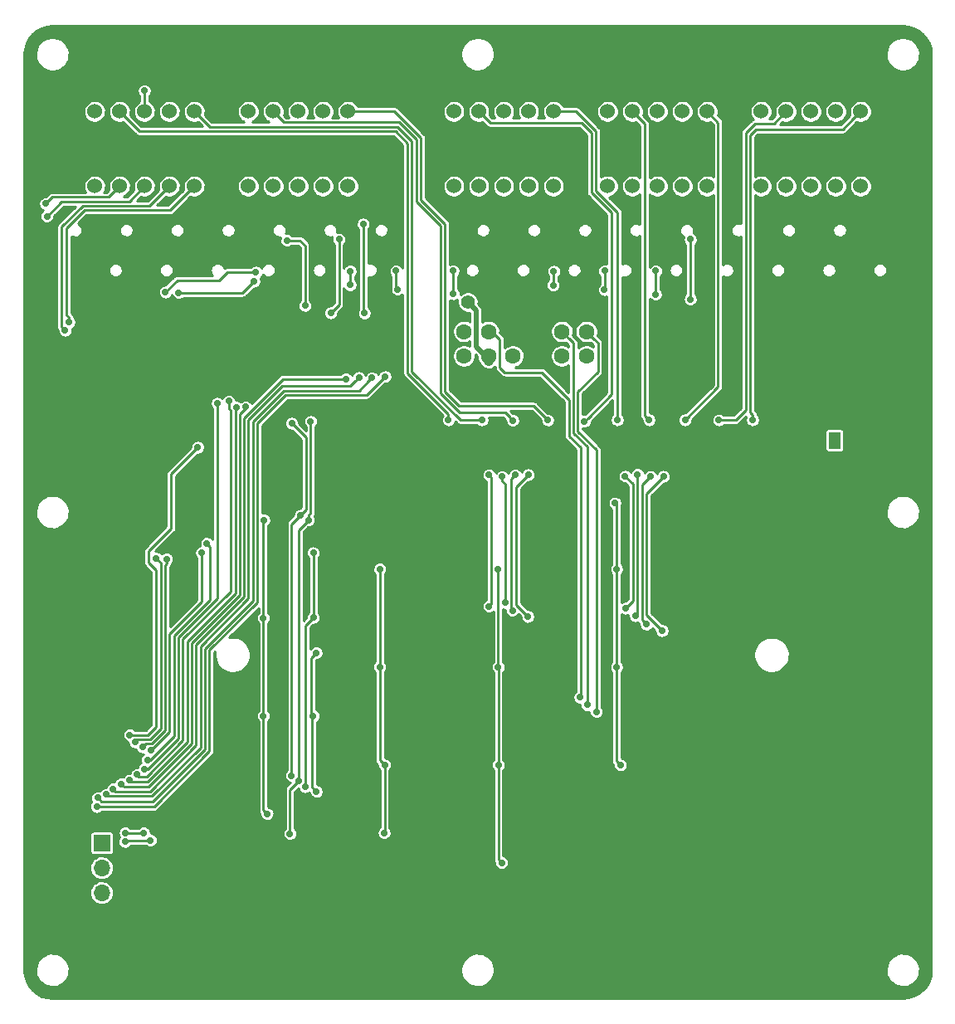
<source format=gbr>
G04 #@! TF.FileFunction,Copper,L2,Bot,Signal*
%FSLAX46Y46*%
G04 Gerber Fmt 4.6, Leading zero omitted, Abs format (unit mm)*
G04 Created by KiCad (PCBNEW 4.0.7) date Friday, July 13, 2018 'AMt' 11:01:13 AM*
%MOMM*%
%LPD*%
G01*
G04 APERTURE LIST*
%ADD10C,0.100000*%
%ADD11C,1.524000*%
%ADD12R,1.700000X1.700000*%
%ADD13O,1.700000X1.700000*%
%ADD14C,1.600000*%
%ADD15R,1.200000X1.700000*%
%ADD16O,1.200000X1.700000*%
%ADD17C,0.700000*%
%ADD18C,1.400000*%
%ADD19C,0.250000*%
%ADD20C,0.500000*%
%ADD21C,1.000000*%
%ADD22C,0.254000*%
G04 APERTURE END LIST*
D10*
D11*
X60920000Y-66740000D03*
X63460000Y-66740000D03*
X66000000Y-66740000D03*
X68540000Y-66740000D03*
X71080000Y-66740000D03*
X71080000Y-59120000D03*
X68540000Y-59120000D03*
X66000000Y-59120000D03*
X63460000Y-59120000D03*
X60920000Y-59120000D03*
X76590000Y-66740000D03*
X79130000Y-66740000D03*
X81670000Y-66740000D03*
X84210000Y-66740000D03*
X86750000Y-66740000D03*
X86750000Y-59120000D03*
X84210000Y-59120000D03*
X81670000Y-59120000D03*
X79130000Y-59120000D03*
X76590000Y-59120000D03*
X97580000Y-66740000D03*
X100120000Y-66740000D03*
X102660000Y-66740000D03*
X105200000Y-66740000D03*
X107740000Y-66740000D03*
X107740000Y-59120000D03*
X105200000Y-59120000D03*
X102660000Y-59120000D03*
X100120000Y-59120000D03*
X97580000Y-59120000D03*
X113250000Y-66740000D03*
X115790000Y-66740000D03*
X118330000Y-66740000D03*
X120870000Y-66740000D03*
X123410000Y-66740000D03*
X123410000Y-59120000D03*
X120870000Y-59120000D03*
X118330000Y-59120000D03*
X115790000Y-59120000D03*
X113250000Y-59120000D03*
X128920000Y-66740000D03*
X131460000Y-66740000D03*
X134000000Y-66740000D03*
X136540000Y-66740000D03*
X139080000Y-66740000D03*
X139080000Y-59120000D03*
X136540000Y-59120000D03*
X134000000Y-59120000D03*
X131460000Y-59120000D03*
X128920000Y-59120000D03*
D12*
X61650000Y-133750000D03*
D13*
X61650000Y-136290000D03*
X61650000Y-138830000D03*
X61650000Y-141370000D03*
D14*
X98600000Y-84080000D03*
X101100000Y-84080000D03*
X103600000Y-84080000D03*
X108600000Y-84080000D03*
X111100000Y-84080000D03*
X111100000Y-81580000D03*
X108600000Y-81580000D03*
X103600000Y-81580000D03*
X101100000Y-81580000D03*
X98600000Y-81580000D03*
D15*
X136430000Y-92670000D03*
D16*
X138430000Y-92670000D03*
D17*
X121710000Y-72180000D03*
X121710000Y-78280000D03*
X88330000Y-70610000D03*
X88450000Y-79700000D03*
X85850000Y-72180000D03*
X85020000Y-79680000D03*
X80540000Y-72280000D03*
X82380000Y-78930000D03*
X64100000Y-138060000D03*
X72710000Y-96570000D03*
X70450000Y-97530000D03*
X67000000Y-97480000D03*
X64390000Y-96710000D03*
X72410000Y-85680000D03*
X68970000Y-85680000D03*
X65510000Y-85660000D03*
X61250000Y-86460000D03*
X77610000Y-82010000D03*
X74160000Y-82020000D03*
X70700000Y-82010000D03*
X67250000Y-81990000D03*
X114750000Y-135820000D03*
X76100000Y-136140000D03*
X71290000Y-139850000D03*
X76920000Y-139840000D03*
X76080000Y-141650000D03*
D18*
X99000000Y-78580000D03*
D17*
X68130000Y-77560000D03*
X77370000Y-75530000D03*
X87000000Y-75400000D03*
X87000000Y-76820000D03*
X107710000Y-76860000D03*
X107770000Y-75430000D03*
X69490000Y-77620000D03*
X77170000Y-76460000D03*
X91670000Y-75390000D03*
X91830000Y-77270000D03*
X112940000Y-77310000D03*
X112950000Y-75390000D03*
X97530000Y-77740000D03*
X118160000Y-77790000D03*
X97510000Y-75380000D03*
X118180000Y-75380000D03*
X55920000Y-68530000D03*
X56055010Y-69810000D03*
X57905032Y-81460000D03*
X66000000Y-57000000D03*
X65910000Y-132720000D03*
X64040000Y-132720000D03*
X64010000Y-133630000D03*
X66620000Y-133490000D03*
X111170000Y-119670000D03*
X110450000Y-118900000D03*
X112120000Y-120380000D03*
X58310000Y-80630000D03*
X100460000Y-90600000D03*
X97010000Y-90590000D03*
X107160000Y-90620000D03*
X103590000Y-90640000D03*
X114260000Y-90590000D03*
X110905032Y-90740000D03*
X121160000Y-90600000D03*
X117490000Y-90600000D03*
X128060000Y-90590000D03*
X124620000Y-90610000D03*
X66306670Y-125286670D03*
X72360000Y-103190000D03*
X66648465Y-124308465D03*
X71830000Y-104150000D03*
X65817038Y-123957294D03*
X68270000Y-104790000D03*
X65067845Y-123458565D03*
X67220000Y-104720000D03*
X71440000Y-93390000D03*
X64510000Y-122730000D03*
X90550000Y-86180000D03*
X61140000Y-130050000D03*
X89220000Y-86290000D03*
X61220000Y-129150000D03*
X87890000Y-86280000D03*
X62060000Y-128800000D03*
X86560000Y-86410000D03*
X62800000Y-128250000D03*
X76323277Y-89269796D03*
X63630000Y-127730000D03*
X75425010Y-89325816D03*
X64510000Y-127350000D03*
X74610000Y-88670000D03*
X65230000Y-126770000D03*
X65984875Y-126244875D03*
X73440000Y-88890000D03*
X101170000Y-96200000D03*
X101160000Y-109610000D03*
X102784979Y-109222245D03*
X102500000Y-96370000D03*
X103546517Y-110041126D03*
X103840000Y-96200000D03*
X105170000Y-96180000D03*
X105120000Y-110660000D03*
X115030000Y-96340000D03*
X115080000Y-109820000D03*
X116114979Y-110590000D03*
X116320000Y-96160000D03*
X117223236Y-111447846D03*
X117640000Y-96360000D03*
X118980000Y-96360000D03*
X118830000Y-112100000D03*
X102090000Y-105810000D03*
X102100000Y-115820000D03*
X102110000Y-125810000D03*
X102460000Y-135780000D03*
X81725862Y-127441100D03*
X82970000Y-90750000D03*
X82730000Y-100820000D03*
X80850000Y-132820000D03*
X90470000Y-132730000D03*
X90020000Y-105800000D03*
X90010000Y-115800000D03*
X90510000Y-125800000D03*
X83540000Y-114350000D03*
X83210000Y-120800000D03*
X83540000Y-128510000D03*
X82414990Y-128020000D03*
X83240000Y-104150000D03*
X83230000Y-110760000D03*
X78195087Y-100810000D03*
X78140000Y-110810000D03*
X78140000Y-120800000D03*
X78520000Y-130800000D03*
X81920000Y-100330000D03*
X81019006Y-126883985D03*
X114010000Y-99070000D03*
X81040000Y-90940000D03*
X114190000Y-105810000D03*
X114180000Y-115810000D03*
X114560000Y-125810000D03*
D19*
X121710000Y-78280000D02*
X121710000Y-72180000D01*
X88450000Y-79700000D02*
X88330000Y-79580000D01*
X88330000Y-79580000D02*
X88330000Y-70610000D01*
X85020000Y-79680000D02*
X85850000Y-78850000D01*
X85850000Y-78850000D02*
X85850000Y-72180000D01*
X82380000Y-72800000D02*
X81860000Y-72280000D01*
X81860000Y-72280000D02*
X80540000Y-72280000D01*
X82380000Y-78930000D02*
X82380000Y-72800000D01*
D20*
X99000000Y-78580000D02*
X99850000Y-79430000D01*
X99850000Y-79430000D02*
X99850000Y-83120000D01*
X99850000Y-83120000D02*
X100810000Y-84080000D01*
X100810000Y-84080000D02*
X101100000Y-84080000D01*
D21*
X101100000Y-84080000D02*
X101100000Y-84580000D01*
D19*
X73640000Y-76350000D02*
X69340000Y-76350000D01*
X69340000Y-76350000D02*
X68130000Y-77560000D01*
X74460000Y-75530000D02*
X73640000Y-76350000D01*
X77370000Y-75530000D02*
X74460000Y-75530000D01*
X87000000Y-76820000D02*
X87000000Y-75400000D01*
X107710000Y-76860000D02*
X107770000Y-76800000D01*
X107770000Y-76800000D02*
X107770000Y-75430000D01*
X77170000Y-76460000D02*
X76010000Y-77620000D01*
X76010000Y-77620000D02*
X69490000Y-77620000D01*
X91830000Y-77270000D02*
X91670000Y-77110000D01*
X91670000Y-77110000D02*
X91670000Y-75390000D01*
X112940000Y-77310000D02*
X112950000Y-77300000D01*
X112950000Y-77300000D02*
X112950000Y-75390000D01*
X97530000Y-77740000D02*
X97510000Y-77720000D01*
X97510000Y-77720000D02*
X97510000Y-75380000D01*
X118160000Y-77790000D02*
X118180000Y-77770000D01*
X118180000Y-77770000D02*
X118180000Y-75380000D01*
X63460000Y-66740000D02*
X62340033Y-67859967D01*
X62340033Y-67859967D02*
X56590033Y-67859967D01*
X56590033Y-67859967D02*
X56269999Y-68180001D01*
X56269999Y-68180001D02*
X55920000Y-68530000D01*
X66000000Y-66740000D02*
X64430022Y-68309978D01*
X64430022Y-68309978D02*
X57555032Y-68309978D01*
X57555032Y-68309978D02*
X56055010Y-69810000D01*
X68540000Y-66740000D02*
X66520011Y-68759989D01*
X57555033Y-81110001D02*
X57905032Y-81460000D01*
X57555033Y-70904967D02*
X57555033Y-81110001D01*
X66520011Y-68759989D02*
X59700011Y-68759989D01*
X59700011Y-68759989D02*
X57555033Y-70904967D01*
X66000000Y-57000000D02*
X66000000Y-59120000D01*
X64040000Y-132720000D02*
X65910000Y-132720000D01*
X66620000Y-133490000D02*
X64150000Y-133490000D01*
X64150000Y-133490000D02*
X64010000Y-133630000D01*
X109780000Y-91930000D02*
X109780000Y-82760000D01*
X111170000Y-119670000D02*
X111170000Y-93320000D01*
X109780000Y-82760000D02*
X109399999Y-82379999D01*
X111170000Y-93320000D02*
X109780000Y-91930000D01*
X109399999Y-82379999D02*
X108600000Y-81580000D01*
X106540000Y-85740000D02*
X109330000Y-88530000D01*
X101100000Y-81580000D02*
X101430000Y-81580000D01*
X110510000Y-93430000D02*
X110510000Y-118840000D01*
X102780000Y-85740000D02*
X106540000Y-85740000D01*
X109330000Y-92250000D02*
X110510000Y-93430000D01*
X101430000Y-81580000D02*
X102270000Y-82420000D01*
X102270000Y-82420000D02*
X102270000Y-85230000D01*
X102270000Y-85230000D02*
X102780000Y-85740000D01*
X109330000Y-88530000D02*
X109330000Y-92250000D01*
X110510000Y-118840000D02*
X110450000Y-118900000D01*
X112120000Y-120380000D02*
X112120000Y-93630000D01*
X112120000Y-93630000D02*
X110230022Y-91740022D01*
X110230022Y-91740022D02*
X110230022Y-87713568D01*
X112270000Y-85673590D02*
X112270000Y-82750000D01*
X110230022Y-87713568D02*
X112270000Y-85673590D01*
X112270000Y-82750000D02*
X111899999Y-82379999D01*
X111899999Y-82379999D02*
X111100000Y-81580000D01*
X70318001Y-67501999D02*
X71080000Y-66740000D01*
X68610000Y-69210000D02*
X70318001Y-67501999D01*
X59886410Y-69210000D02*
X68610000Y-69210000D01*
X58070000Y-71026410D02*
X59886410Y-69210000D01*
X58310000Y-80630000D02*
X58310000Y-80135026D01*
X58310000Y-80135026D02*
X58070000Y-79895026D01*
X58070000Y-79895026D02*
X58070000Y-71026410D01*
X71080000Y-67090000D02*
X71080000Y-66740000D01*
X71841999Y-59881999D02*
X71080000Y-59120000D01*
X91806400Y-60689989D02*
X72649989Y-60689989D01*
X93300011Y-62183600D02*
X91806400Y-60689989D01*
X100460000Y-90600000D02*
X98256410Y-90600000D01*
X93300011Y-85643601D02*
X93300011Y-62183600D01*
X98256410Y-90600000D02*
X93300011Y-85643601D01*
X72649989Y-60689989D02*
X71841999Y-59881999D01*
X97010000Y-89990000D02*
X92850000Y-85830000D01*
X65480000Y-61140000D02*
X63460000Y-59120000D01*
X92850000Y-85830000D02*
X92850000Y-62370000D01*
X97010000Y-90590000D02*
X97010000Y-89990000D01*
X92850000Y-62370000D02*
X91620000Y-61140000D01*
X91620000Y-61140000D02*
X65480000Y-61140000D01*
X94200033Y-61810800D02*
X91509233Y-59120000D01*
X94200033Y-68130033D02*
X94200033Y-61810800D01*
X96650011Y-87720779D02*
X96650011Y-70580011D01*
X105720000Y-89180000D02*
X98109233Y-89180000D01*
X87827630Y-59120000D02*
X86750000Y-59120000D01*
X107160000Y-90620000D02*
X105720000Y-89180000D01*
X91509233Y-59120000D02*
X87827630Y-59120000D01*
X98109233Y-89180000D02*
X96650011Y-87720779D01*
X96650011Y-70580011D02*
X94200033Y-68130033D01*
X102810000Y-89860000D02*
X103240001Y-90290001D01*
X103240001Y-90290001D02*
X103590000Y-90640000D01*
X96200000Y-70766411D02*
X96200000Y-87907179D01*
X98152821Y-89860000D02*
X102810000Y-89860000D01*
X93750022Y-68316433D02*
X96200000Y-70766411D01*
X79130000Y-59120000D02*
X80249978Y-60239978D01*
X93750022Y-61997200D02*
X93750022Y-68316433D01*
X80249978Y-60239978D02*
X91992800Y-60239978D01*
X91992800Y-60239978D02*
X93750022Y-61997200D01*
X96200000Y-87907179D02*
X98152821Y-89860000D01*
X110060000Y-59120000D02*
X108817630Y-59120000D01*
X112060011Y-61120011D02*
X110060000Y-59120000D01*
X114260000Y-90590000D02*
X114260000Y-69390000D01*
X114260000Y-69390000D02*
X112060011Y-67190011D01*
X112060011Y-67190011D02*
X112060011Y-61120011D01*
X108817630Y-59120000D02*
X107740000Y-59120000D01*
X111255031Y-90390001D02*
X110905032Y-90740000D01*
X111610000Y-67420000D02*
X113640000Y-69450000D01*
X110573590Y-60270000D02*
X111610000Y-61306410D01*
X101270000Y-60270000D02*
X110573590Y-60270000D01*
X111610000Y-61306410D02*
X111610000Y-67420000D01*
X100120000Y-59120000D02*
X101270000Y-60270000D01*
X113640000Y-88005032D02*
X111255031Y-90390001D01*
X113640000Y-69450000D02*
X113640000Y-88005032D01*
X124540000Y-87220000D02*
X124540000Y-60250000D01*
X124540000Y-60250000D02*
X123410000Y-59120000D01*
X121160000Y-90600000D02*
X124540000Y-87220000D01*
X117070000Y-90180000D02*
X117070000Y-60400000D01*
X117070000Y-60400000D02*
X115790000Y-59120000D01*
X117490000Y-90600000D02*
X117070000Y-90180000D01*
X138318001Y-59881999D02*
X139080000Y-59120000D01*
X137250000Y-60950000D02*
X138318001Y-59881999D01*
X127790011Y-61549989D02*
X128390000Y-60950000D01*
X128390000Y-60950000D02*
X137250000Y-60950000D01*
X128060000Y-90095026D02*
X127790011Y-89825037D01*
X127790011Y-89825037D02*
X127790011Y-61549989D01*
X128060000Y-90590000D02*
X128060000Y-90095026D01*
X124620000Y-90610000D02*
X126340000Y-90610000D01*
X126340000Y-90610000D02*
X127340000Y-89610000D01*
X127340000Y-89610000D02*
X127340000Y-61330000D01*
X127340000Y-61330000D02*
X128300000Y-60370000D01*
X128300000Y-60370000D02*
X130220000Y-60370000D01*
X130220000Y-60370000D02*
X131460000Y-59130000D01*
X131460000Y-59130000D02*
X131460000Y-59120000D01*
X72709999Y-103539999D02*
X72709999Y-108926411D01*
X69019923Y-122891617D02*
X66624870Y-125286670D01*
X69019923Y-112616487D02*
X69019923Y-122891617D01*
X72360000Y-103190000D02*
X72709999Y-103539999D01*
X72709999Y-108926411D02*
X69019923Y-112616487D01*
X66624870Y-125286670D02*
X66306670Y-125286670D01*
X66700768Y-124308465D02*
X66648465Y-124308465D01*
X71830000Y-104150000D02*
X71830000Y-109170000D01*
X71830000Y-109170000D02*
X68569912Y-112430088D01*
X68569912Y-112430088D02*
X68569912Y-122439321D01*
X68569912Y-122439321D02*
X66700768Y-124308465D01*
X66144310Y-123630022D02*
X65817038Y-123957294D01*
X66742800Y-123630022D02*
X66144310Y-123630022D01*
X68119901Y-122252921D02*
X66742800Y-123630022D01*
X68119901Y-105435073D02*
X68119901Y-122252921D01*
X68270000Y-105284974D02*
X68119901Y-105435073D01*
X68270000Y-104790000D02*
X68270000Y-105284974D01*
X67669890Y-122066521D02*
X66556400Y-123180011D01*
X66556400Y-123180011D02*
X65346399Y-123180011D01*
X65346399Y-123180011D02*
X65067845Y-123458565D01*
X67669890Y-105169890D02*
X67669890Y-122066521D01*
X67220000Y-104720000D02*
X67669890Y-105169890D01*
X66420000Y-103970000D02*
X68720000Y-101670000D01*
X66420000Y-105140000D02*
X66420000Y-103970000D01*
X64510000Y-122730000D02*
X66370000Y-122730000D01*
X66370000Y-122730000D02*
X67210000Y-121890000D01*
X67210000Y-121890000D02*
X67210000Y-105930000D01*
X67210000Y-105930000D02*
X66420000Y-105140000D01*
X68720000Y-101670000D02*
X68720000Y-96110000D01*
X68720000Y-96110000D02*
X71440000Y-93390000D01*
X88690000Y-88040000D02*
X90200001Y-86529999D01*
X72640000Y-114087695D02*
X77520077Y-109207618D01*
X66970000Y-130050000D02*
X72640000Y-124380000D01*
X61140000Y-130050000D02*
X66970000Y-130050000D01*
X77520077Y-109207618D02*
X77520077Y-90949923D01*
X77520077Y-90949923D02*
X80430000Y-88040000D01*
X80430000Y-88040000D02*
X88690000Y-88040000D01*
X72640000Y-124380000D02*
X72640000Y-114087695D01*
X90200001Y-86529999D02*
X90550000Y-86180000D01*
X61569999Y-129499999D02*
X66883591Y-129499999D01*
X61220000Y-129150000D02*
X61569999Y-129499999D01*
X88870001Y-86639999D02*
X89220000Y-86290000D01*
X87920011Y-87589989D02*
X88870001Y-86639999D01*
X77070066Y-90763523D02*
X80243600Y-87589989D01*
X77070066Y-109021218D02*
X77070066Y-90763523D01*
X72170000Y-124213590D02*
X72170000Y-113921284D01*
X66883591Y-129499999D02*
X72170000Y-124213590D01*
X72170000Y-113921284D02*
X77070066Y-109021218D01*
X80243600Y-87589989D02*
X87920011Y-87589989D01*
X76620055Y-90577123D02*
X80057200Y-87139978D01*
X87540001Y-86629999D02*
X87890000Y-86280000D01*
X71719989Y-113734884D02*
X76620055Y-108834818D01*
X66750000Y-128980000D02*
X71719989Y-124010011D01*
X62060000Y-128800000D02*
X62240000Y-128980000D01*
X62240000Y-128980000D02*
X66750000Y-128980000D01*
X87030022Y-87139978D02*
X87540001Y-86629999D01*
X80057200Y-87139978D02*
X87030022Y-87139978D01*
X76620055Y-108834818D02*
X76620055Y-90577123D01*
X71719989Y-124010011D02*
X71719989Y-113734884D01*
X62800000Y-128250000D02*
X63050000Y-128500000D01*
X63050000Y-128500000D02*
X66593590Y-128500000D01*
X66593590Y-128500000D02*
X71269978Y-123823612D01*
X76170044Y-90390723D02*
X80150767Y-86410000D01*
X86065026Y-86410000D02*
X86560000Y-86410000D01*
X71269978Y-113548484D02*
X76170044Y-108648418D01*
X80150767Y-86410000D02*
X86065026Y-86410000D01*
X71269978Y-123823612D02*
X71269978Y-113548484D01*
X76170044Y-108648418D02*
X76170044Y-90390723D01*
X70819967Y-123637213D02*
X70819967Y-113362084D01*
X75720033Y-89985784D02*
X76323277Y-89382540D01*
X75720033Y-108462018D02*
X75720033Y-89985784D01*
X63930000Y-128030000D02*
X66427180Y-128030000D01*
X63630000Y-127730000D02*
X63930000Y-128030000D01*
X70819967Y-113362084D02*
X75720033Y-108462018D01*
X76323277Y-89382540D02*
X76323277Y-89269796D01*
X66427180Y-128030000D02*
X70819967Y-123637213D01*
X64670000Y-127510000D02*
X66310773Y-127510000D01*
X70369956Y-113175684D02*
X75270022Y-108275618D01*
X64510000Y-127350000D02*
X64670000Y-127510000D01*
X75270022Y-108275618D02*
X75270022Y-89480804D01*
X75270022Y-89480804D02*
X75425010Y-89325816D01*
X70369956Y-123450817D02*
X70369956Y-113175684D01*
X66310773Y-127510000D02*
X70369956Y-123450817D01*
X74820011Y-108089219D02*
X74820011Y-89633600D01*
X74610000Y-89164974D02*
X74610000Y-88670000D01*
X69919945Y-123264417D02*
X69919945Y-112989285D01*
X66224360Y-126960000D02*
X69919945Y-123264417D01*
X65230000Y-126770000D02*
X65420000Y-126960000D01*
X74610000Y-89423589D02*
X74610000Y-89164974D01*
X65420000Y-126960000D02*
X66224360Y-126960000D01*
X74820011Y-89633600D02*
X74610000Y-89423589D01*
X69919945Y-112989285D02*
X74820011Y-108089219D01*
X69469934Y-123078017D02*
X66303075Y-126244875D01*
X69469934Y-112802886D02*
X69469934Y-123078017D01*
X73440000Y-108832820D02*
X69469934Y-112802886D01*
X73440000Y-88890000D02*
X73440000Y-108832820D01*
X66303075Y-126244875D02*
X65984875Y-126244875D01*
X101160000Y-109610000D02*
X101410000Y-109360000D01*
X101410000Y-109360000D02*
X101410000Y-96440000D01*
X101410000Y-96440000D02*
X101170000Y-96200000D01*
X102784979Y-108727271D02*
X102784979Y-109222245D01*
X102500000Y-96370000D02*
X102500000Y-96864974D01*
X102500000Y-96864974D02*
X102784979Y-97149953D01*
X102784979Y-97149953D02*
X102784979Y-108727271D01*
X103459989Y-96580011D02*
X103459989Y-109954598D01*
X103840000Y-96200000D02*
X103459989Y-96580011D01*
X103459989Y-109954598D02*
X103546517Y-110041126D01*
X103910000Y-109450000D02*
X105120000Y-110660000D01*
X105170000Y-96180000D02*
X103910000Y-97440000D01*
X103910000Y-97440000D02*
X103910000Y-109450000D01*
X115080000Y-109820000D02*
X115830000Y-109070000D01*
X115830000Y-109070000D02*
X115830000Y-97140000D01*
X115830000Y-97140000D02*
X115030000Y-96340000D01*
X116320000Y-110384979D02*
X116114979Y-110590000D01*
X116320000Y-96160000D02*
X116320000Y-110384979D01*
X116789989Y-97210011D02*
X116789989Y-111014599D01*
X117640000Y-96360000D02*
X116789989Y-97210011D01*
X116873237Y-111097847D02*
X117223236Y-111447846D01*
X116789989Y-111014599D02*
X116873237Y-111097847D01*
X117240000Y-110510000D02*
X117240000Y-98100000D01*
X118830000Y-112100000D02*
X117240000Y-110510000D01*
X117240000Y-98100000D02*
X118980000Y-96360000D01*
X102100000Y-115820000D02*
X102100000Y-105820000D01*
X102100000Y-105820000D02*
X102090000Y-105810000D01*
X102110000Y-125810000D02*
X102110000Y-115830000D01*
X102110000Y-115830000D02*
X102100000Y-115820000D01*
X102460000Y-135780000D02*
X102110000Y-135430000D01*
X102110000Y-135430000D02*
X102110000Y-125810000D01*
X82970000Y-91244974D02*
X82970000Y-90750000D01*
X82730000Y-100325026D02*
X82970000Y-100085026D01*
X82730000Y-100820000D02*
X82730000Y-100325026D01*
X82970000Y-100085026D02*
X82970000Y-91244974D01*
X81730011Y-126941977D02*
X81725862Y-126946126D01*
X81730011Y-101819989D02*
X81730011Y-126941977D01*
X82730000Y-100820000D02*
X81730011Y-101819989D01*
X81725862Y-126946126D02*
X81725862Y-127441100D01*
X81375863Y-127791099D02*
X81725862Y-127441100D01*
X80850000Y-128316962D02*
X81375863Y-127791099D01*
X80850000Y-132820000D02*
X80850000Y-128316962D01*
X90470000Y-132730000D02*
X90510000Y-132690000D01*
X90510000Y-132690000D02*
X90510000Y-125800000D01*
X90010000Y-115800000D02*
X90010000Y-105810000D01*
X90010000Y-105810000D02*
X90020000Y-105800000D01*
X90510000Y-125800000D02*
X90010000Y-125300000D01*
X90010000Y-125300000D02*
X90010000Y-115800000D01*
X83090000Y-128060000D02*
X83540000Y-128510000D01*
X83210000Y-120800000D02*
X83090000Y-120920000D01*
X83090000Y-120920000D02*
X83090000Y-128060000D01*
X83540000Y-114350000D02*
X83010000Y-114880000D01*
X83010000Y-114880000D02*
X83010000Y-120600000D01*
X83010000Y-120600000D02*
X83210000Y-120800000D01*
X82414990Y-127525026D02*
X82414990Y-128020000D01*
X83230000Y-110760000D02*
X82414990Y-111575010D01*
X82414990Y-111575010D02*
X82414990Y-127525026D01*
X83240000Y-104150000D02*
X83240000Y-110750000D01*
X83240000Y-110750000D02*
X83230000Y-110760000D01*
X78140000Y-100865087D02*
X78195087Y-100810000D01*
X78140000Y-110810000D02*
X78140000Y-100865087D01*
X78140000Y-110810000D02*
X78140000Y-120800000D01*
X78520000Y-130800000D02*
X78140000Y-130420000D01*
X78140000Y-130420000D02*
X78140000Y-120800000D01*
X81905000Y-100315000D02*
X81920000Y-100330000D01*
X82490000Y-99730000D02*
X81905000Y-100315000D01*
X81040000Y-90940000D02*
X82490000Y-92390000D01*
X82490000Y-92390000D02*
X82490000Y-99730000D01*
X81019006Y-101230994D02*
X81570001Y-100679999D01*
X81019006Y-126883985D02*
X81019006Y-101230994D01*
X81570001Y-100679999D02*
X81920000Y-100330000D01*
X114010000Y-99070000D02*
X114190000Y-99250000D01*
X114190000Y-99250000D02*
X114190000Y-105810000D01*
X114180000Y-115810000D02*
X114180000Y-105820000D01*
X114180000Y-105820000D02*
X114190000Y-105810000D01*
X114560000Y-125810000D02*
X114180000Y-125430000D01*
X114180000Y-125430000D02*
X114180000Y-115810000D01*
D22*
G36*
X143952537Y-50438989D02*
X144493644Y-50602359D01*
X144992714Y-50867719D01*
X145430739Y-51224964D01*
X145791032Y-51660483D01*
X146059871Y-52157691D01*
X146227015Y-52697644D01*
X146287990Y-53277779D01*
X146288000Y-53280762D01*
X146288000Y-146701316D01*
X146231011Y-147282536D01*
X146067641Y-147823644D01*
X145802281Y-148322714D01*
X145445036Y-148760739D01*
X145009519Y-149121030D01*
X144512309Y-149389871D01*
X143972354Y-149557015D01*
X143392221Y-149617990D01*
X143389237Y-149618000D01*
X56628684Y-149618000D01*
X56047464Y-149561011D01*
X55506356Y-149397641D01*
X55007286Y-149132281D01*
X54569261Y-148775036D01*
X54208970Y-148339519D01*
X53940129Y-147842309D01*
X53772985Y-147302354D01*
X53727039Y-146865211D01*
X54880730Y-146865211D01*
X54941869Y-147198329D01*
X55066546Y-147513228D01*
X55250013Y-147797913D01*
X55485281Y-148041540D01*
X55763390Y-148234831D01*
X56073746Y-148370422D01*
X56404527Y-148443149D01*
X56743135Y-148450241D01*
X57076672Y-148391430D01*
X57392433Y-148268954D01*
X57678392Y-148087479D01*
X57923656Y-147853917D01*
X58118883Y-147577165D01*
X58256638Y-147267763D01*
X58331672Y-146937498D01*
X58332681Y-146865211D01*
X98270730Y-146865211D01*
X98331869Y-147198329D01*
X98456546Y-147513228D01*
X98640013Y-147797913D01*
X98875281Y-148041540D01*
X99153390Y-148234831D01*
X99463746Y-148370422D01*
X99794527Y-148443149D01*
X100133135Y-148450241D01*
X100466672Y-148391430D01*
X100782433Y-148268954D01*
X101068392Y-148087479D01*
X101313656Y-147853917D01*
X101508883Y-147577165D01*
X101646638Y-147267763D01*
X101721672Y-146937498D01*
X101722681Y-146865211D01*
X141660730Y-146865211D01*
X141721869Y-147198329D01*
X141846546Y-147513228D01*
X142030013Y-147797913D01*
X142265281Y-148041540D01*
X142543390Y-148234831D01*
X142853746Y-148370422D01*
X143184527Y-148443149D01*
X143523135Y-148450241D01*
X143856672Y-148391430D01*
X144172433Y-148268954D01*
X144458392Y-148087479D01*
X144703656Y-147853917D01*
X144898883Y-147577165D01*
X145036638Y-147267763D01*
X145111672Y-146937498D01*
X145117074Y-146550659D01*
X145051290Y-146218427D01*
X144922228Y-145905300D01*
X144734805Y-145623204D01*
X144496158Y-145382885D01*
X144215377Y-145193497D01*
X143903159Y-145062252D01*
X143571394Y-144994150D01*
X143232720Y-144991786D01*
X142900037Y-145055249D01*
X142586016Y-145182121D01*
X142302619Y-145367571D01*
X142060640Y-145604535D01*
X141869296Y-145883986D01*
X141735875Y-146195281D01*
X141665459Y-146526562D01*
X141660730Y-146865211D01*
X101722681Y-146865211D01*
X101727074Y-146550659D01*
X101661290Y-146218427D01*
X101532228Y-145905300D01*
X101344805Y-145623204D01*
X101106158Y-145382885D01*
X100825377Y-145193497D01*
X100513159Y-145062252D01*
X100181394Y-144994150D01*
X99842720Y-144991786D01*
X99510037Y-145055249D01*
X99196016Y-145182121D01*
X98912619Y-145367571D01*
X98670640Y-145604535D01*
X98479296Y-145883986D01*
X98345875Y-146195281D01*
X98275459Y-146526562D01*
X98270730Y-146865211D01*
X58332681Y-146865211D01*
X58337074Y-146550659D01*
X58271290Y-146218427D01*
X58142228Y-145905300D01*
X57954805Y-145623204D01*
X57716158Y-145382885D01*
X57435377Y-145193497D01*
X57123159Y-145062252D01*
X56791394Y-144994150D01*
X56452720Y-144991786D01*
X56120037Y-145055249D01*
X55806016Y-145182121D01*
X55522619Y-145367571D01*
X55280640Y-145604535D01*
X55089296Y-145883986D01*
X54955875Y-146195281D01*
X54885459Y-146526562D01*
X54880730Y-146865211D01*
X53727039Y-146865211D01*
X53712010Y-146722221D01*
X53712000Y-146719237D01*
X53712000Y-138821434D01*
X60417093Y-138821434D01*
X60438797Y-139059917D01*
X60506408Y-139289642D01*
X60617353Y-139501860D01*
X60767405Y-139688487D01*
X60950848Y-139842414D01*
X61160696Y-139957779D01*
X61388955Y-140030187D01*
X61626931Y-140056880D01*
X61644063Y-140057000D01*
X61655937Y-140057000D01*
X61894263Y-140033632D01*
X62123510Y-139964418D01*
X62334948Y-139851994D01*
X62520523Y-139700643D01*
X62673166Y-139516130D01*
X62787063Y-139305482D01*
X62857876Y-139076723D01*
X62882907Y-138838566D01*
X62861203Y-138600083D01*
X62793592Y-138370358D01*
X62682647Y-138158140D01*
X62532595Y-137971513D01*
X62349152Y-137817586D01*
X62139304Y-137702221D01*
X61911045Y-137629813D01*
X61673069Y-137603120D01*
X61655937Y-137603000D01*
X61644063Y-137603000D01*
X61405737Y-137626368D01*
X61176490Y-137695582D01*
X60965052Y-137808006D01*
X60779477Y-137959357D01*
X60626834Y-138143870D01*
X60512937Y-138354518D01*
X60442124Y-138583277D01*
X60417093Y-138821434D01*
X53712000Y-138821434D01*
X53712000Y-136281434D01*
X60417093Y-136281434D01*
X60438797Y-136519917D01*
X60506408Y-136749642D01*
X60617353Y-136961860D01*
X60767405Y-137148487D01*
X60950848Y-137302414D01*
X61160696Y-137417779D01*
X61388955Y-137490187D01*
X61626931Y-137516880D01*
X61644063Y-137517000D01*
X61655937Y-137517000D01*
X61894263Y-137493632D01*
X62123510Y-137424418D01*
X62334948Y-137311994D01*
X62520523Y-137160643D01*
X62673166Y-136976130D01*
X62787063Y-136765482D01*
X62857876Y-136536723D01*
X62882907Y-136298566D01*
X62861203Y-136060083D01*
X62793592Y-135830358D01*
X62682647Y-135618140D01*
X62532595Y-135431513D01*
X62349152Y-135277586D01*
X62139304Y-135162221D01*
X61911045Y-135089813D01*
X61673069Y-135063120D01*
X61655937Y-135063000D01*
X61644063Y-135063000D01*
X61405737Y-135086368D01*
X61176490Y-135155582D01*
X60965052Y-135268006D01*
X60779477Y-135419357D01*
X60626834Y-135603870D01*
X60512937Y-135814518D01*
X60442124Y-136043277D01*
X60417093Y-136281434D01*
X53712000Y-136281434D01*
X53712000Y-132900000D01*
X60421176Y-132900000D01*
X60421176Y-134600000D01*
X60425963Y-134660036D01*
X60457497Y-134761863D01*
X60516151Y-134850874D01*
X60597281Y-134920020D01*
X60694462Y-134963826D01*
X60800000Y-134978824D01*
X62500000Y-134978824D01*
X62560036Y-134974037D01*
X62661863Y-134942503D01*
X62750874Y-134883849D01*
X62820020Y-134802719D01*
X62863826Y-134705538D01*
X62878824Y-134600000D01*
X62878824Y-133691128D01*
X63282044Y-133691128D01*
X63307781Y-133831358D01*
X63360265Y-133963918D01*
X63437498Y-134083760D01*
X63536537Y-134186317D01*
X63653610Y-134267685D01*
X63784258Y-134324764D01*
X63923504Y-134355379D01*
X64066045Y-134358365D01*
X64206451Y-134333608D01*
X64339374Y-134282050D01*
X64459752Y-134205656D01*
X64562999Y-134107336D01*
X64644359Y-133992000D01*
X66094083Y-133992000D01*
X66146537Y-134046317D01*
X66263610Y-134127685D01*
X66394258Y-134184764D01*
X66533504Y-134215379D01*
X66676045Y-134218365D01*
X66816451Y-134193608D01*
X66949374Y-134142050D01*
X67069752Y-134065656D01*
X67172999Y-133967336D01*
X67255182Y-133850833D01*
X67313171Y-133720587D01*
X67344758Y-133581558D01*
X67347032Y-133418714D01*
X67319339Y-133278857D01*
X67265009Y-133147043D01*
X67186111Y-133028291D01*
X67085650Y-132927126D01*
X67017455Y-132881128D01*
X80122044Y-132881128D01*
X80147781Y-133021358D01*
X80200265Y-133153918D01*
X80277498Y-133273760D01*
X80376537Y-133376317D01*
X80493610Y-133457685D01*
X80624258Y-133514764D01*
X80763504Y-133545379D01*
X80906045Y-133548365D01*
X81046451Y-133523608D01*
X81179374Y-133472050D01*
X81299752Y-133395656D01*
X81402999Y-133297336D01*
X81485182Y-133180833D01*
X81543171Y-133050587D01*
X81574758Y-132911558D01*
X81577032Y-132748714D01*
X81549339Y-132608857D01*
X81495009Y-132477043D01*
X81416111Y-132358291D01*
X81352000Y-132293731D01*
X81352000Y-128524898D01*
X81703896Y-128173001D01*
X81712771Y-128221358D01*
X81765255Y-128353918D01*
X81842488Y-128473760D01*
X81941527Y-128576317D01*
X82058600Y-128657685D01*
X82189248Y-128714764D01*
X82328494Y-128745379D01*
X82471035Y-128748365D01*
X82611441Y-128723608D01*
X82744364Y-128672050D01*
X82821574Y-128623051D01*
X82837781Y-128711358D01*
X82890265Y-128843918D01*
X82967498Y-128963760D01*
X83066537Y-129066317D01*
X83183610Y-129147685D01*
X83314258Y-129204764D01*
X83453504Y-129235379D01*
X83596045Y-129238365D01*
X83736451Y-129213608D01*
X83869374Y-129162050D01*
X83989752Y-129085656D01*
X84092999Y-128987336D01*
X84175182Y-128870833D01*
X84233171Y-128740587D01*
X84264758Y-128601558D01*
X84267032Y-128438714D01*
X84239339Y-128298857D01*
X84185009Y-128167043D01*
X84106111Y-128048291D01*
X84005650Y-127947126D01*
X83887452Y-127867401D01*
X83756020Y-127812152D01*
X83616360Y-127783484D01*
X83592000Y-127783314D01*
X83592000Y-121418653D01*
X83659752Y-121375656D01*
X83762999Y-121277336D01*
X83845182Y-121160833D01*
X83903171Y-121030587D01*
X83934758Y-120891558D01*
X83937032Y-120728714D01*
X83909339Y-120588857D01*
X83855009Y-120457043D01*
X83776111Y-120338291D01*
X83675650Y-120237126D01*
X83557452Y-120157401D01*
X83512000Y-120138295D01*
X83512000Y-115861128D01*
X89282044Y-115861128D01*
X89307781Y-116001358D01*
X89360265Y-116133918D01*
X89437498Y-116253760D01*
X89508000Y-116326766D01*
X89508000Y-125300000D01*
X89512528Y-125346176D01*
X89516567Y-125392344D01*
X89517303Y-125394879D01*
X89517561Y-125397506D01*
X89530958Y-125441879D01*
X89543900Y-125486427D01*
X89545116Y-125488773D01*
X89545878Y-125491297D01*
X89567625Y-125532197D01*
X89588987Y-125573408D01*
X89590634Y-125575472D01*
X89591874Y-125577803D01*
X89621189Y-125613747D01*
X89650111Y-125649977D01*
X89653736Y-125653653D01*
X89653795Y-125653726D01*
X89653862Y-125653782D01*
X89655032Y-125654968D01*
X89783134Y-125783070D01*
X89782044Y-125861128D01*
X89807781Y-126001358D01*
X89860265Y-126133918D01*
X89937498Y-126253760D01*
X90008000Y-126326766D01*
X90008000Y-132164847D01*
X89910391Y-132260432D01*
X89829842Y-132378070D01*
X89773677Y-132509113D01*
X89744035Y-132648570D01*
X89742044Y-132791128D01*
X89767781Y-132931358D01*
X89820265Y-133063918D01*
X89897498Y-133183760D01*
X89996537Y-133286317D01*
X90113610Y-133367685D01*
X90244258Y-133424764D01*
X90383504Y-133455379D01*
X90526045Y-133458365D01*
X90666451Y-133433608D01*
X90799374Y-133382050D01*
X90919752Y-133305656D01*
X91022999Y-133207336D01*
X91105182Y-133090833D01*
X91163171Y-132960587D01*
X91194758Y-132821558D01*
X91197032Y-132658714D01*
X91169339Y-132518857D01*
X91115009Y-132387043D01*
X91036111Y-132268291D01*
X91012000Y-132244011D01*
X91012000Y-126325901D01*
X91062999Y-126277336D01*
X91145182Y-126160833D01*
X91203171Y-126030587D01*
X91234758Y-125891558D01*
X91237032Y-125728714D01*
X91209339Y-125588857D01*
X91155009Y-125457043D01*
X91076111Y-125338291D01*
X90975650Y-125237126D01*
X90857452Y-125157401D01*
X90726020Y-125102152D01*
X90586360Y-125073484D01*
X90512000Y-125072965D01*
X90512000Y-116325901D01*
X90562999Y-116277336D01*
X90645182Y-116160833D01*
X90703171Y-116030587D01*
X90734758Y-115891558D01*
X90737032Y-115728714D01*
X90709339Y-115588857D01*
X90655009Y-115457043D01*
X90576111Y-115338291D01*
X90512000Y-115273731D01*
X90512000Y-109671128D01*
X100432044Y-109671128D01*
X100457781Y-109811358D01*
X100510265Y-109943918D01*
X100587498Y-110063760D01*
X100686537Y-110166317D01*
X100803610Y-110247685D01*
X100934258Y-110304764D01*
X101073504Y-110335379D01*
X101216045Y-110338365D01*
X101356451Y-110313608D01*
X101489374Y-110262050D01*
X101598000Y-110193114D01*
X101598000Y-115294017D01*
X101540391Y-115350432D01*
X101459842Y-115468070D01*
X101403677Y-115599113D01*
X101374035Y-115738570D01*
X101372044Y-115881128D01*
X101397781Y-116021358D01*
X101450265Y-116153918D01*
X101527498Y-116273760D01*
X101608000Y-116357122D01*
X101608000Y-125284017D01*
X101550391Y-125340432D01*
X101469842Y-125458070D01*
X101413677Y-125589113D01*
X101384035Y-125728570D01*
X101382044Y-125871128D01*
X101407781Y-126011358D01*
X101460265Y-126143918D01*
X101537498Y-126263760D01*
X101608000Y-126336766D01*
X101608000Y-135430000D01*
X101612528Y-135476176D01*
X101616567Y-135522344D01*
X101617303Y-135524879D01*
X101617561Y-135527506D01*
X101630958Y-135571879D01*
X101643900Y-135616427D01*
X101645116Y-135618773D01*
X101645878Y-135621297D01*
X101667633Y-135662212D01*
X101688987Y-135703408D01*
X101690634Y-135705472D01*
X101691874Y-135707803D01*
X101721189Y-135743747D01*
X101733194Y-135758785D01*
X101732044Y-135841128D01*
X101757781Y-135981358D01*
X101810265Y-136113918D01*
X101887498Y-136233760D01*
X101986537Y-136336317D01*
X102103610Y-136417685D01*
X102234258Y-136474764D01*
X102373504Y-136505379D01*
X102516045Y-136508365D01*
X102656451Y-136483608D01*
X102789374Y-136432050D01*
X102909752Y-136355656D01*
X103012999Y-136257336D01*
X103095182Y-136140833D01*
X103153171Y-136010587D01*
X103184758Y-135871558D01*
X103187032Y-135708714D01*
X103159339Y-135568857D01*
X103105009Y-135437043D01*
X103026111Y-135318291D01*
X102925650Y-135217126D01*
X102807452Y-135137401D01*
X102676020Y-135082152D01*
X102612000Y-135069011D01*
X102612000Y-126335901D01*
X102662999Y-126287336D01*
X102745182Y-126170833D01*
X102803171Y-126040587D01*
X102834758Y-125901558D01*
X102837032Y-125738714D01*
X102809339Y-125598857D01*
X102755009Y-125467043D01*
X102676111Y-125348291D01*
X102612000Y-125283731D01*
X102612000Y-116336379D01*
X102652999Y-116297336D01*
X102735182Y-116180833D01*
X102793171Y-116050587D01*
X102824758Y-115911558D01*
X102827032Y-115748714D01*
X102799339Y-115608857D01*
X102745009Y-115477043D01*
X102666111Y-115358291D01*
X102602000Y-115293731D01*
X102602000Y-109926411D01*
X102698483Y-109947624D01*
X102822565Y-109950223D01*
X102820552Y-109959696D01*
X102818561Y-110102254D01*
X102844298Y-110242484D01*
X102896782Y-110375044D01*
X102974015Y-110494886D01*
X103073054Y-110597443D01*
X103190127Y-110678811D01*
X103320775Y-110735890D01*
X103460021Y-110766505D01*
X103602562Y-110769491D01*
X103742968Y-110744734D01*
X103875891Y-110693176D01*
X103996269Y-110616782D01*
X104099516Y-110518462D01*
X104169424Y-110419360D01*
X104393134Y-110643069D01*
X104392044Y-110721128D01*
X104417781Y-110861358D01*
X104470265Y-110993918D01*
X104547498Y-111113760D01*
X104646537Y-111216317D01*
X104763610Y-111297685D01*
X104894258Y-111354764D01*
X105033504Y-111385379D01*
X105176045Y-111388365D01*
X105316451Y-111363608D01*
X105449374Y-111312050D01*
X105569752Y-111235656D01*
X105672999Y-111137336D01*
X105755182Y-111020833D01*
X105813171Y-110890587D01*
X105844758Y-110751558D01*
X105847032Y-110588714D01*
X105819339Y-110448857D01*
X105765009Y-110317043D01*
X105686111Y-110198291D01*
X105585650Y-110097126D01*
X105467452Y-110017401D01*
X105336020Y-109962152D01*
X105196360Y-109933484D01*
X105102766Y-109932831D01*
X104412000Y-109242064D01*
X104412000Y-97647936D01*
X105153099Y-96906837D01*
X105226045Y-96908365D01*
X105366451Y-96883608D01*
X105499374Y-96832050D01*
X105619752Y-96755656D01*
X105722999Y-96657336D01*
X105805182Y-96540833D01*
X105863171Y-96410587D01*
X105894758Y-96271558D01*
X105897032Y-96108714D01*
X105869339Y-95968857D01*
X105815009Y-95837043D01*
X105736111Y-95718291D01*
X105635650Y-95617126D01*
X105517452Y-95537401D01*
X105386020Y-95482152D01*
X105246360Y-95453484D01*
X105103791Y-95452489D01*
X104963744Y-95479204D01*
X104831554Y-95532612D01*
X104712255Y-95610680D01*
X104610391Y-95710432D01*
X104529842Y-95828070D01*
X104500900Y-95895597D01*
X104485009Y-95857043D01*
X104406111Y-95738291D01*
X104305650Y-95637126D01*
X104187452Y-95557401D01*
X104056020Y-95502152D01*
X103916360Y-95473484D01*
X103773791Y-95472489D01*
X103633744Y-95499204D01*
X103501554Y-95552612D01*
X103382255Y-95630680D01*
X103280391Y-95730432D01*
X103199842Y-95848070D01*
X103143677Y-95979113D01*
X103136281Y-96013907D01*
X103066111Y-95908291D01*
X102965650Y-95807126D01*
X102847452Y-95727401D01*
X102716020Y-95672152D01*
X102576360Y-95643484D01*
X102433791Y-95642489D01*
X102293744Y-95669204D01*
X102161554Y-95722612D01*
X102042255Y-95800680D01*
X101940391Y-95900432D01*
X101871696Y-96000758D01*
X101869339Y-95988857D01*
X101815009Y-95857043D01*
X101736111Y-95738291D01*
X101635650Y-95637126D01*
X101517452Y-95557401D01*
X101386020Y-95502152D01*
X101246360Y-95473484D01*
X101103791Y-95472489D01*
X100963744Y-95499204D01*
X100831554Y-95552612D01*
X100712255Y-95630680D01*
X100610391Y-95730432D01*
X100529842Y-95848070D01*
X100473677Y-95979113D01*
X100444035Y-96118570D01*
X100442044Y-96261128D01*
X100467781Y-96401358D01*
X100520265Y-96533918D01*
X100597498Y-96653760D01*
X100696537Y-96756317D01*
X100813610Y-96837685D01*
X100908000Y-96878923D01*
X100908000Y-108927686D01*
X100821554Y-108962612D01*
X100702255Y-109040680D01*
X100600391Y-109140432D01*
X100519842Y-109258070D01*
X100463677Y-109389113D01*
X100434035Y-109528570D01*
X100432044Y-109671128D01*
X90512000Y-109671128D01*
X90512000Y-106335424D01*
X90572999Y-106277336D01*
X90655182Y-106160833D01*
X90713171Y-106030587D01*
X90744758Y-105891558D01*
X90747032Y-105728714D01*
X90719339Y-105588857D01*
X90665009Y-105457043D01*
X90586111Y-105338291D01*
X90485650Y-105237126D01*
X90367452Y-105157401D01*
X90236020Y-105102152D01*
X90096360Y-105073484D01*
X89953791Y-105072489D01*
X89813744Y-105099204D01*
X89681554Y-105152612D01*
X89562255Y-105230680D01*
X89460391Y-105330432D01*
X89379842Y-105448070D01*
X89323677Y-105579113D01*
X89294035Y-105718570D01*
X89292044Y-105861128D01*
X89317781Y-106001358D01*
X89370265Y-106133918D01*
X89447498Y-106253760D01*
X89508000Y-106316411D01*
X89508000Y-115274017D01*
X89450391Y-115330432D01*
X89369842Y-115448070D01*
X89313677Y-115579113D01*
X89284035Y-115718570D01*
X89282044Y-115861128D01*
X83512000Y-115861128D01*
X83512000Y-115087936D01*
X83523099Y-115076837D01*
X83596045Y-115078365D01*
X83736451Y-115053608D01*
X83869374Y-115002050D01*
X83989752Y-114925656D01*
X84092999Y-114827336D01*
X84175182Y-114710833D01*
X84233171Y-114580587D01*
X84264758Y-114441558D01*
X84267032Y-114278714D01*
X84239339Y-114138857D01*
X84185009Y-114007043D01*
X84106111Y-113888291D01*
X84005650Y-113787126D01*
X83887452Y-113707401D01*
X83756020Y-113652152D01*
X83616360Y-113623484D01*
X83473791Y-113622489D01*
X83333744Y-113649204D01*
X83201554Y-113702612D01*
X83082255Y-113780680D01*
X82980391Y-113880432D01*
X82916990Y-113973026D01*
X82916990Y-111782946D01*
X83213099Y-111486837D01*
X83286045Y-111488365D01*
X83426451Y-111463608D01*
X83559374Y-111412050D01*
X83679752Y-111335656D01*
X83782999Y-111237336D01*
X83865182Y-111120833D01*
X83923171Y-110990587D01*
X83954758Y-110851558D01*
X83957032Y-110688714D01*
X83929339Y-110548857D01*
X83875009Y-110417043D01*
X83796111Y-110298291D01*
X83742000Y-110243801D01*
X83742000Y-104675901D01*
X83792999Y-104627336D01*
X83875182Y-104510833D01*
X83933171Y-104380587D01*
X83964758Y-104241558D01*
X83967032Y-104078714D01*
X83939339Y-103938857D01*
X83885009Y-103807043D01*
X83806111Y-103688291D01*
X83705650Y-103587126D01*
X83587452Y-103507401D01*
X83456020Y-103452152D01*
X83316360Y-103423484D01*
X83173791Y-103422489D01*
X83033744Y-103449204D01*
X82901554Y-103502612D01*
X82782255Y-103580680D01*
X82680391Y-103680432D01*
X82599842Y-103798070D01*
X82543677Y-103929113D01*
X82514035Y-104068570D01*
X82512044Y-104211128D01*
X82537781Y-104351358D01*
X82590265Y-104483918D01*
X82667498Y-104603760D01*
X82738000Y-104676766D01*
X82738000Y-110224225D01*
X82670391Y-110290432D01*
X82589842Y-110408070D01*
X82533677Y-110539113D01*
X82504035Y-110678570D01*
X82502655Y-110777410D01*
X82232011Y-111048053D01*
X82232011Y-102027925D01*
X82713099Y-101546837D01*
X82786045Y-101548365D01*
X82926451Y-101523608D01*
X83059374Y-101472050D01*
X83179752Y-101395656D01*
X83282999Y-101297336D01*
X83365182Y-101180833D01*
X83423171Y-101050587D01*
X83454758Y-100911558D01*
X83457032Y-100748714D01*
X83429339Y-100608857D01*
X83375009Y-100477043D01*
X83339024Y-100422881D01*
X83354395Y-100404167D01*
X83384207Y-100368639D01*
X83385479Y-100366325D01*
X83387154Y-100364286D01*
X83409056Y-100323439D01*
X83431406Y-100282785D01*
X83432205Y-100280268D01*
X83433451Y-100277943D01*
X83447001Y-100233622D01*
X83461030Y-100189398D01*
X83461324Y-100186774D01*
X83462096Y-100184250D01*
X83466783Y-100138111D01*
X83471951Y-100092035D01*
X83471987Y-100086877D01*
X83471997Y-100086779D01*
X83471988Y-100086688D01*
X83472000Y-100085026D01*
X83472000Y-91275901D01*
X83522999Y-91227336D01*
X83605182Y-91110833D01*
X83663171Y-90980587D01*
X83694758Y-90841558D01*
X83697032Y-90678714D01*
X83669339Y-90538857D01*
X83615009Y-90407043D01*
X83536111Y-90288291D01*
X83435650Y-90187126D01*
X83317452Y-90107401D01*
X83186020Y-90052152D01*
X83046360Y-90023484D01*
X82903791Y-90022489D01*
X82763744Y-90049204D01*
X82631554Y-90102612D01*
X82512255Y-90180680D01*
X82410391Y-90280432D01*
X82329842Y-90398070D01*
X82273677Y-90529113D01*
X82244035Y-90668570D01*
X82242044Y-90811128D01*
X82267781Y-90951358D01*
X82320265Y-91083918D01*
X82397498Y-91203760D01*
X82468000Y-91276766D01*
X82468000Y-91658065D01*
X81765815Y-90955879D01*
X81767032Y-90868714D01*
X81739339Y-90728857D01*
X81685009Y-90597043D01*
X81606111Y-90478291D01*
X81505650Y-90377126D01*
X81387452Y-90297401D01*
X81256020Y-90242152D01*
X81116360Y-90213484D01*
X80973791Y-90212489D01*
X80833744Y-90239204D01*
X80701554Y-90292612D01*
X80582255Y-90370680D01*
X80480391Y-90470432D01*
X80399842Y-90588070D01*
X80343677Y-90719113D01*
X80314035Y-90858570D01*
X80312044Y-91001128D01*
X80337781Y-91141358D01*
X80390265Y-91273918D01*
X80467498Y-91393760D01*
X80566537Y-91496317D01*
X80683610Y-91577685D01*
X80814258Y-91634764D01*
X80953504Y-91665379D01*
X81057624Y-91667560D01*
X81988000Y-92597935D01*
X81988000Y-99522064D01*
X81907202Y-99602862D01*
X81853791Y-99602489D01*
X81713744Y-99629204D01*
X81581554Y-99682612D01*
X81462255Y-99760680D01*
X81360391Y-99860432D01*
X81279842Y-99978070D01*
X81223677Y-100109113D01*
X81194035Y-100248570D01*
X81192655Y-100347410D01*
X80664038Y-100876026D01*
X80634586Y-100911882D01*
X80604799Y-100947381D01*
X80603527Y-100949695D01*
X80601852Y-100951734D01*
X80579960Y-100992563D01*
X80557600Y-101033235D01*
X80556801Y-101035755D01*
X80555555Y-101038078D01*
X80542013Y-101082372D01*
X80527976Y-101126622D01*
X80527681Y-101129248D01*
X80526910Y-101131771D01*
X80522224Y-101177904D01*
X80517055Y-101223985D01*
X80517019Y-101229143D01*
X80517009Y-101229241D01*
X80517018Y-101229332D01*
X80517006Y-101230994D01*
X80517006Y-126358002D01*
X80459397Y-126414417D01*
X80378848Y-126532055D01*
X80322683Y-126663098D01*
X80293041Y-126802555D01*
X80291050Y-126945113D01*
X80316787Y-127085343D01*
X80369271Y-127217903D01*
X80446504Y-127337745D01*
X80545543Y-127440302D01*
X80662616Y-127521670D01*
X80793264Y-127578749D01*
X80862955Y-127594071D01*
X80495032Y-127961994D01*
X80465580Y-127997850D01*
X80435793Y-128033349D01*
X80434521Y-128035663D01*
X80432846Y-128037702D01*
X80410954Y-128078531D01*
X80388594Y-128119203D01*
X80387795Y-128121723D01*
X80386549Y-128124046D01*
X80373007Y-128168340D01*
X80358970Y-128212590D01*
X80358675Y-128215216D01*
X80357904Y-128217739D01*
X80353218Y-128263872D01*
X80348049Y-128309953D01*
X80348013Y-128315111D01*
X80348003Y-128315209D01*
X80348012Y-128315300D01*
X80348000Y-128316962D01*
X80348000Y-132294017D01*
X80290391Y-132350432D01*
X80209842Y-132468070D01*
X80153677Y-132599113D01*
X80124035Y-132738570D01*
X80122044Y-132881128D01*
X67017455Y-132881128D01*
X66967452Y-132847401D01*
X66836020Y-132792152D01*
X66696360Y-132763484D01*
X66635435Y-132763059D01*
X66637032Y-132648714D01*
X66609339Y-132508857D01*
X66555009Y-132377043D01*
X66476111Y-132258291D01*
X66375650Y-132157126D01*
X66257452Y-132077401D01*
X66126020Y-132022152D01*
X65986360Y-131993484D01*
X65843791Y-131992489D01*
X65703744Y-132019204D01*
X65571554Y-132072612D01*
X65452255Y-132150680D01*
X65383510Y-132218000D01*
X64566100Y-132218000D01*
X64505650Y-132157126D01*
X64387452Y-132077401D01*
X64256020Y-132022152D01*
X64116360Y-131993484D01*
X63973791Y-131992489D01*
X63833744Y-132019204D01*
X63701554Y-132072612D01*
X63582255Y-132150680D01*
X63480391Y-132250432D01*
X63399842Y-132368070D01*
X63343677Y-132499113D01*
X63314035Y-132638570D01*
X63312044Y-132781128D01*
X63337781Y-132921358D01*
X63390265Y-133053918D01*
X63455613Y-133155318D01*
X63450391Y-133160432D01*
X63369842Y-133278070D01*
X63313677Y-133409113D01*
X63284035Y-133548570D01*
X63282044Y-133691128D01*
X62878824Y-133691128D01*
X62878824Y-132900000D01*
X62874037Y-132839964D01*
X62842503Y-132738137D01*
X62783849Y-132649126D01*
X62702719Y-132579980D01*
X62605538Y-132536174D01*
X62500000Y-132521176D01*
X60800000Y-132521176D01*
X60739964Y-132525963D01*
X60638137Y-132557497D01*
X60549126Y-132616151D01*
X60479980Y-132697281D01*
X60436174Y-132794462D01*
X60421176Y-132900000D01*
X53712000Y-132900000D01*
X53712000Y-130111128D01*
X60412044Y-130111128D01*
X60437781Y-130251358D01*
X60490265Y-130383918D01*
X60567498Y-130503760D01*
X60666537Y-130606317D01*
X60783610Y-130687685D01*
X60914258Y-130744764D01*
X61053504Y-130775379D01*
X61196045Y-130778365D01*
X61336451Y-130753608D01*
X61469374Y-130702050D01*
X61589752Y-130625656D01*
X61667099Y-130552000D01*
X66970000Y-130552000D01*
X67016176Y-130547472D01*
X67062344Y-130543433D01*
X67064879Y-130542697D01*
X67067506Y-130542439D01*
X67111879Y-130529042D01*
X67156427Y-130516100D01*
X67158773Y-130514884D01*
X67161297Y-130514122D01*
X67202212Y-130492367D01*
X67243408Y-130471013D01*
X67245472Y-130469366D01*
X67247803Y-130468126D01*
X67283747Y-130438811D01*
X67319977Y-130409889D01*
X67323653Y-130406264D01*
X67323726Y-130406205D01*
X67323782Y-130406138D01*
X67324968Y-130404968D01*
X72994968Y-124734968D01*
X73024420Y-124699112D01*
X73054207Y-124663613D01*
X73055479Y-124661299D01*
X73057154Y-124659260D01*
X73079046Y-124618431D01*
X73101406Y-124577759D01*
X73102205Y-124575239D01*
X73103451Y-124572916D01*
X73116993Y-124528622D01*
X73131030Y-124484372D01*
X73131325Y-124481746D01*
X73132096Y-124479223D01*
X73136782Y-124433090D01*
X73141951Y-124387009D01*
X73141987Y-124381851D01*
X73141997Y-124381753D01*
X73141988Y-124381662D01*
X73142000Y-124380000D01*
X73142000Y-114295631D01*
X73203493Y-114234138D01*
X73175601Y-114365361D01*
X73170599Y-114723619D01*
X73235277Y-115076026D01*
X73367174Y-115409159D01*
X73561264Y-115710328D01*
X73810156Y-115968062D01*
X74104368Y-116172545D01*
X74432694Y-116315988D01*
X74782629Y-116392926D01*
X75140844Y-116400429D01*
X75493694Y-116338212D01*
X75827739Y-116208645D01*
X76130256Y-116016662D01*
X76389722Y-115769576D01*
X76596254Y-115476798D01*
X76741985Y-115149481D01*
X76821364Y-114800092D01*
X76827078Y-114390853D01*
X76757485Y-114039384D01*
X76620951Y-113708125D01*
X76422674Y-113409695D01*
X76170208Y-113155461D01*
X75873170Y-112955106D01*
X75542873Y-112816262D01*
X75191898Y-112744217D01*
X74833613Y-112741716D01*
X74663456Y-112774175D01*
X77638000Y-109799631D01*
X77638000Y-110284017D01*
X77580391Y-110340432D01*
X77499842Y-110458070D01*
X77443677Y-110589113D01*
X77414035Y-110728570D01*
X77412044Y-110871128D01*
X77437781Y-111011358D01*
X77490265Y-111143918D01*
X77567498Y-111263760D01*
X77638000Y-111336766D01*
X77638000Y-120274017D01*
X77580391Y-120330432D01*
X77499842Y-120448070D01*
X77443677Y-120579113D01*
X77414035Y-120718570D01*
X77412044Y-120861128D01*
X77437781Y-121001358D01*
X77490265Y-121133918D01*
X77567498Y-121253760D01*
X77638000Y-121326766D01*
X77638000Y-130420000D01*
X77642528Y-130466176D01*
X77646567Y-130512344D01*
X77647303Y-130514879D01*
X77647561Y-130517506D01*
X77660958Y-130561879D01*
X77673900Y-130606427D01*
X77675116Y-130608773D01*
X77675878Y-130611297D01*
X77697633Y-130652212D01*
X77718987Y-130693408D01*
X77720634Y-130695472D01*
X77721874Y-130697803D01*
X77751189Y-130733747D01*
X77780111Y-130769977D01*
X77783736Y-130773653D01*
X77783795Y-130773726D01*
X77783862Y-130773782D01*
X77785032Y-130774968D01*
X77793134Y-130783070D01*
X77792044Y-130861128D01*
X77817781Y-131001358D01*
X77870265Y-131133918D01*
X77947498Y-131253760D01*
X78046537Y-131356317D01*
X78163610Y-131437685D01*
X78294258Y-131494764D01*
X78433504Y-131525379D01*
X78576045Y-131528365D01*
X78716451Y-131503608D01*
X78849374Y-131452050D01*
X78969752Y-131375656D01*
X79072999Y-131277336D01*
X79155182Y-131160833D01*
X79213171Y-131030587D01*
X79244758Y-130891558D01*
X79247032Y-130728714D01*
X79219339Y-130588857D01*
X79165009Y-130457043D01*
X79086111Y-130338291D01*
X78985650Y-130237126D01*
X78867452Y-130157401D01*
X78736020Y-130102152D01*
X78642000Y-130082853D01*
X78642000Y-121325901D01*
X78692999Y-121277336D01*
X78775182Y-121160833D01*
X78833171Y-121030587D01*
X78864758Y-120891558D01*
X78867032Y-120728714D01*
X78839339Y-120588857D01*
X78785009Y-120457043D01*
X78706111Y-120338291D01*
X78642000Y-120273731D01*
X78642000Y-111335901D01*
X78692999Y-111287336D01*
X78775182Y-111170833D01*
X78833171Y-111040587D01*
X78864758Y-110901558D01*
X78867032Y-110738714D01*
X78839339Y-110598857D01*
X78785009Y-110467043D01*
X78706111Y-110348291D01*
X78642000Y-110283731D01*
X78642000Y-101387458D01*
X78644839Y-101385656D01*
X78748086Y-101287336D01*
X78830269Y-101170833D01*
X78888258Y-101040587D01*
X78919845Y-100901558D01*
X78922119Y-100738714D01*
X78894426Y-100598857D01*
X78840096Y-100467043D01*
X78761198Y-100348291D01*
X78660737Y-100247126D01*
X78542539Y-100167401D01*
X78411107Y-100112152D01*
X78271447Y-100083484D01*
X78128878Y-100082489D01*
X78022077Y-100102862D01*
X78022077Y-91157859D01*
X80637935Y-88542000D01*
X88690000Y-88542000D01*
X88736176Y-88537472D01*
X88782344Y-88533433D01*
X88784879Y-88532697D01*
X88787506Y-88532439D01*
X88831879Y-88519042D01*
X88876427Y-88506100D01*
X88878773Y-88504884D01*
X88881297Y-88504122D01*
X88922212Y-88482367D01*
X88963408Y-88461013D01*
X88965472Y-88459366D01*
X88967803Y-88458126D01*
X89003747Y-88428811D01*
X89039977Y-88399889D01*
X89043653Y-88396264D01*
X89043726Y-88396205D01*
X89043782Y-88396138D01*
X89044968Y-88394968D01*
X90533099Y-86906837D01*
X90606045Y-86908365D01*
X90746451Y-86883608D01*
X90879374Y-86832050D01*
X90999752Y-86755656D01*
X91102999Y-86657336D01*
X91185182Y-86540833D01*
X91243171Y-86410587D01*
X91274758Y-86271558D01*
X91277032Y-86108714D01*
X91249339Y-85968857D01*
X91195009Y-85837043D01*
X91116111Y-85718291D01*
X91015650Y-85617126D01*
X90897452Y-85537401D01*
X90766020Y-85482152D01*
X90626360Y-85453484D01*
X90483791Y-85452489D01*
X90343744Y-85479204D01*
X90211554Y-85532612D01*
X90092255Y-85610680D01*
X89990391Y-85710432D01*
X89909842Y-85828070D01*
X89861265Y-85941408D01*
X89786111Y-85828291D01*
X89685650Y-85727126D01*
X89567452Y-85647401D01*
X89436020Y-85592152D01*
X89296360Y-85563484D01*
X89153791Y-85562489D01*
X89013744Y-85589204D01*
X88881554Y-85642612D01*
X88762255Y-85720680D01*
X88660391Y-85820432D01*
X88579842Y-85938070D01*
X88557203Y-85990890D01*
X88535009Y-85937043D01*
X88456111Y-85818291D01*
X88355650Y-85717126D01*
X88237452Y-85637401D01*
X88106020Y-85582152D01*
X87966360Y-85553484D01*
X87823791Y-85552489D01*
X87683744Y-85579204D01*
X87551554Y-85632612D01*
X87432255Y-85710680D01*
X87330391Y-85810432D01*
X87249842Y-85928070D01*
X87196055Y-86053566D01*
X87126111Y-85948291D01*
X87025650Y-85847126D01*
X86907452Y-85767401D01*
X86776020Y-85712152D01*
X86636360Y-85683484D01*
X86493791Y-85682489D01*
X86353744Y-85709204D01*
X86221554Y-85762612D01*
X86102255Y-85840680D01*
X86033510Y-85908000D01*
X80150767Y-85908000D01*
X80104595Y-85912527D01*
X80058423Y-85916567D01*
X80055888Y-85917303D01*
X80053261Y-85917561D01*
X80008888Y-85930958D01*
X79964340Y-85943900D01*
X79961995Y-85945116D01*
X79959470Y-85945878D01*
X79918536Y-85967643D01*
X79877358Y-85988988D01*
X79875296Y-85990634D01*
X79872964Y-85991874D01*
X79837014Y-86021194D01*
X79800790Y-86050111D01*
X79797118Y-86053732D01*
X79797041Y-86053795D01*
X79796982Y-86053867D01*
X79795799Y-86055033D01*
X76950605Y-88900226D01*
X76889388Y-88808087D01*
X76788927Y-88706922D01*
X76670729Y-88627197D01*
X76539297Y-88571948D01*
X76399637Y-88543280D01*
X76257068Y-88542285D01*
X76117021Y-88569000D01*
X75984831Y-88622408D01*
X75865532Y-88700476D01*
X75838009Y-88727429D01*
X75772462Y-88683217D01*
X75641030Y-88627968D01*
X75501370Y-88599300D01*
X75358801Y-88598305D01*
X75336980Y-88602468D01*
X75337032Y-88598714D01*
X75309339Y-88458857D01*
X75255009Y-88327043D01*
X75176111Y-88208291D01*
X75075650Y-88107126D01*
X74957452Y-88027401D01*
X74826020Y-87972152D01*
X74686360Y-87943484D01*
X74543791Y-87942489D01*
X74403744Y-87969204D01*
X74271554Y-88022612D01*
X74152255Y-88100680D01*
X74050391Y-88200432D01*
X73969842Y-88318070D01*
X73947778Y-88369549D01*
X73905650Y-88327126D01*
X73787452Y-88247401D01*
X73656020Y-88192152D01*
X73516360Y-88163484D01*
X73373791Y-88162489D01*
X73233744Y-88189204D01*
X73101554Y-88242612D01*
X72982255Y-88320680D01*
X72880391Y-88420432D01*
X72799842Y-88538070D01*
X72743677Y-88669113D01*
X72714035Y-88808570D01*
X72712044Y-88951128D01*
X72737781Y-89091358D01*
X72790265Y-89223918D01*
X72867498Y-89343760D01*
X72938000Y-89416766D01*
X72938000Y-102746186D01*
X72926111Y-102728291D01*
X72825650Y-102627126D01*
X72707452Y-102547401D01*
X72576020Y-102492152D01*
X72436360Y-102463484D01*
X72293791Y-102462489D01*
X72153744Y-102489204D01*
X72021554Y-102542612D01*
X71902255Y-102620680D01*
X71800391Y-102720432D01*
X71719842Y-102838070D01*
X71663677Y-102969113D01*
X71634035Y-103108570D01*
X71632044Y-103251128D01*
X71657781Y-103391358D01*
X71676685Y-103439105D01*
X71623744Y-103449204D01*
X71491554Y-103502612D01*
X71372255Y-103580680D01*
X71270391Y-103680432D01*
X71189842Y-103798070D01*
X71133677Y-103929113D01*
X71104035Y-104068570D01*
X71102044Y-104211128D01*
X71127781Y-104351358D01*
X71180265Y-104483918D01*
X71257498Y-104603760D01*
X71328000Y-104676766D01*
X71328000Y-108962065D01*
X68621901Y-111668163D01*
X68621901Y-105643009D01*
X68624968Y-105639942D01*
X68654420Y-105604086D01*
X68684207Y-105568587D01*
X68685479Y-105566273D01*
X68687154Y-105564234D01*
X68709046Y-105523405D01*
X68731406Y-105482733D01*
X68732205Y-105480213D01*
X68733451Y-105477890D01*
X68746993Y-105433596D01*
X68761030Y-105389346D01*
X68761325Y-105386720D01*
X68762096Y-105384197D01*
X68766782Y-105338064D01*
X68768941Y-105318814D01*
X68822999Y-105267336D01*
X68905182Y-105150833D01*
X68963171Y-105020587D01*
X68994758Y-104881558D01*
X68997032Y-104718714D01*
X68969339Y-104578857D01*
X68915009Y-104447043D01*
X68836111Y-104328291D01*
X68735650Y-104227126D01*
X68617452Y-104147401D01*
X68486020Y-104092152D01*
X68346360Y-104063484D01*
X68203791Y-104062489D01*
X68063744Y-104089204D01*
X67931554Y-104142612D01*
X67812255Y-104220680D01*
X67780065Y-104252203D01*
X67685650Y-104157126D01*
X67567452Y-104077401D01*
X67436020Y-104022152D01*
X67296360Y-103993484D01*
X67153791Y-103992489D01*
X67096522Y-104003413D01*
X69074967Y-102024968D01*
X69104395Y-101989141D01*
X69134207Y-101953613D01*
X69135479Y-101951299D01*
X69137154Y-101949260D01*
X69159056Y-101908413D01*
X69181406Y-101867759D01*
X69182205Y-101865242D01*
X69183451Y-101862917D01*
X69196997Y-101818608D01*
X69211030Y-101774372D01*
X69211324Y-101771746D01*
X69212096Y-101769223D01*
X69216782Y-101723090D01*
X69221951Y-101677009D01*
X69221987Y-101671851D01*
X69221997Y-101671753D01*
X69221988Y-101671662D01*
X69222000Y-101670000D01*
X69222000Y-96317936D01*
X71423099Y-94116837D01*
X71496045Y-94118365D01*
X71636451Y-94093608D01*
X71769374Y-94042050D01*
X71889752Y-93965656D01*
X71992999Y-93867336D01*
X72075182Y-93750833D01*
X72133171Y-93620587D01*
X72164758Y-93481558D01*
X72167032Y-93318714D01*
X72139339Y-93178857D01*
X72085009Y-93047043D01*
X72006111Y-92928291D01*
X71905650Y-92827126D01*
X71787452Y-92747401D01*
X71656020Y-92692152D01*
X71516360Y-92663484D01*
X71373791Y-92662489D01*
X71233744Y-92689204D01*
X71101554Y-92742612D01*
X70982255Y-92820680D01*
X70880391Y-92920432D01*
X70799842Y-93038070D01*
X70743677Y-93169113D01*
X70714035Y-93308570D01*
X70712655Y-93407409D01*
X68365032Y-95755032D01*
X68335580Y-95790888D01*
X68305793Y-95826387D01*
X68304521Y-95828701D01*
X68302846Y-95830740D01*
X68280954Y-95871569D01*
X68258594Y-95912241D01*
X68257795Y-95914761D01*
X68256549Y-95917084D01*
X68243007Y-95961378D01*
X68228970Y-96005628D01*
X68228675Y-96008254D01*
X68227904Y-96010777D01*
X68223218Y-96056910D01*
X68218049Y-96102991D01*
X68218013Y-96108149D01*
X68218003Y-96108247D01*
X68218012Y-96108338D01*
X68218000Y-96110000D01*
X68218000Y-101462065D01*
X66065032Y-103615032D01*
X66035580Y-103650888D01*
X66005793Y-103686387D01*
X66004521Y-103688701D01*
X66002846Y-103690740D01*
X65980954Y-103731569D01*
X65958594Y-103772241D01*
X65957795Y-103774761D01*
X65956549Y-103777084D01*
X65943007Y-103821378D01*
X65928970Y-103865628D01*
X65928675Y-103868254D01*
X65927904Y-103870777D01*
X65923218Y-103916910D01*
X65918049Y-103962991D01*
X65918013Y-103968149D01*
X65918003Y-103968247D01*
X65918012Y-103968338D01*
X65918000Y-103970000D01*
X65918000Y-105140000D01*
X65922528Y-105186176D01*
X65926567Y-105232344D01*
X65927303Y-105234879D01*
X65927561Y-105237506D01*
X65940958Y-105281879D01*
X65953900Y-105326427D01*
X65955116Y-105328773D01*
X65955878Y-105331297D01*
X65977633Y-105372212D01*
X65998987Y-105413408D01*
X66000634Y-105415472D01*
X66001874Y-105417803D01*
X66031189Y-105453747D01*
X66060111Y-105489977D01*
X66063736Y-105493653D01*
X66063795Y-105493726D01*
X66063862Y-105493782D01*
X66065032Y-105494968D01*
X66708000Y-106137935D01*
X66708000Y-121682065D01*
X66162064Y-122228000D01*
X65036100Y-122228000D01*
X64975650Y-122167126D01*
X64857452Y-122087401D01*
X64726020Y-122032152D01*
X64586360Y-122003484D01*
X64443791Y-122002489D01*
X64303744Y-122029204D01*
X64171554Y-122082612D01*
X64052255Y-122160680D01*
X63950391Y-122260432D01*
X63869842Y-122378070D01*
X63813677Y-122509113D01*
X63784035Y-122648570D01*
X63782044Y-122791128D01*
X63807781Y-122931358D01*
X63860265Y-123063918D01*
X63937498Y-123183760D01*
X64036537Y-123286317D01*
X64153610Y-123367685D01*
X64284258Y-123424764D01*
X64341040Y-123437248D01*
X64339889Y-123519693D01*
X64365626Y-123659923D01*
X64418110Y-123792483D01*
X64495343Y-123912325D01*
X64594382Y-124014882D01*
X64711455Y-124096250D01*
X64842103Y-124153329D01*
X64981349Y-124183944D01*
X65123890Y-124186930D01*
X65125876Y-124186580D01*
X65167303Y-124291212D01*
X65244536Y-124411054D01*
X65343575Y-124513611D01*
X65460648Y-124594979D01*
X65591296Y-124652058D01*
X65730542Y-124682673D01*
X65873083Y-124685659D01*
X65906305Y-124679801D01*
X65848925Y-124717350D01*
X65747061Y-124817102D01*
X65666512Y-124934740D01*
X65610347Y-125065783D01*
X65580705Y-125205240D01*
X65578714Y-125347798D01*
X65604451Y-125488028D01*
X65647601Y-125597013D01*
X65646429Y-125597487D01*
X65527130Y-125675555D01*
X65425266Y-125775307D01*
X65344717Y-125892945D01*
X65288552Y-126023988D01*
X65284441Y-126043331D01*
X65163791Y-126042489D01*
X65023744Y-126069204D01*
X64891554Y-126122612D01*
X64772255Y-126200680D01*
X64670391Y-126300432D01*
X64589842Y-126418070D01*
X64533677Y-126549113D01*
X64517971Y-126623007D01*
X64443791Y-126622489D01*
X64303744Y-126649204D01*
X64171554Y-126702612D01*
X64052255Y-126780680D01*
X63950391Y-126880432D01*
X63869842Y-126998070D01*
X63853828Y-127035434D01*
X63846020Y-127032152D01*
X63706360Y-127003484D01*
X63563791Y-127002489D01*
X63423744Y-127029204D01*
X63291554Y-127082612D01*
X63172255Y-127160680D01*
X63070391Y-127260432D01*
X62989842Y-127378070D01*
X62933677Y-127509113D01*
X62928354Y-127534157D01*
X62876360Y-127523484D01*
X62733791Y-127522489D01*
X62593744Y-127549204D01*
X62461554Y-127602612D01*
X62342255Y-127680680D01*
X62240391Y-127780432D01*
X62159842Y-127898070D01*
X62103677Y-128029113D01*
X62094308Y-128073191D01*
X61993791Y-128072489D01*
X61853744Y-128099204D01*
X61721554Y-128152612D01*
X61602255Y-128230680D01*
X61500391Y-128330432D01*
X61419842Y-128448070D01*
X61419542Y-128448770D01*
X61296360Y-128423484D01*
X61153791Y-128422489D01*
X61013744Y-128449204D01*
X60881554Y-128502612D01*
X60762255Y-128580680D01*
X60660391Y-128680432D01*
X60579842Y-128798070D01*
X60523677Y-128929113D01*
X60494035Y-129068570D01*
X60492044Y-129211128D01*
X60517781Y-129351358D01*
X60570265Y-129483918D01*
X60612316Y-129549169D01*
X60580391Y-129580432D01*
X60499842Y-129698070D01*
X60443677Y-129829113D01*
X60414035Y-129968570D01*
X60412044Y-130111128D01*
X53712000Y-130111128D01*
X53712000Y-100145211D01*
X54880730Y-100145211D01*
X54941869Y-100478329D01*
X55066546Y-100793228D01*
X55250013Y-101077913D01*
X55485281Y-101321540D01*
X55763390Y-101514831D01*
X56073746Y-101650422D01*
X56404527Y-101723149D01*
X56743135Y-101730241D01*
X57076672Y-101671430D01*
X57392433Y-101548954D01*
X57678392Y-101367479D01*
X57923656Y-101133917D01*
X58118883Y-100857165D01*
X58256638Y-100547763D01*
X58331672Y-100217498D01*
X58337074Y-99830659D01*
X58271290Y-99498427D01*
X58142228Y-99185300D01*
X57954805Y-98903204D01*
X57716158Y-98662885D01*
X57435377Y-98473497D01*
X57123159Y-98342252D01*
X56791394Y-98274150D01*
X56452720Y-98271786D01*
X56120037Y-98335249D01*
X55806016Y-98462121D01*
X55522619Y-98647571D01*
X55280640Y-98884535D01*
X55089296Y-99163986D01*
X54955875Y-99475281D01*
X54885459Y-99806562D01*
X54880730Y-100145211D01*
X53712000Y-100145211D01*
X53712000Y-68591128D01*
X55192044Y-68591128D01*
X55217781Y-68731358D01*
X55270265Y-68863918D01*
X55347498Y-68983760D01*
X55446537Y-69086317D01*
X55563610Y-69167685D01*
X55650681Y-69205725D01*
X55597265Y-69240680D01*
X55495401Y-69340432D01*
X55414852Y-69458070D01*
X55358687Y-69589113D01*
X55329045Y-69728570D01*
X55327054Y-69871128D01*
X55352791Y-70011358D01*
X55405275Y-70143918D01*
X55482508Y-70263760D01*
X55581547Y-70366317D01*
X55698620Y-70447685D01*
X55829268Y-70504764D01*
X55968514Y-70535379D01*
X56111055Y-70538365D01*
X56251461Y-70513608D01*
X56384384Y-70462050D01*
X56504762Y-70385656D01*
X56608009Y-70287336D01*
X56690192Y-70170833D01*
X56748181Y-70040587D01*
X56779768Y-69901558D01*
X56781275Y-69793671D01*
X57762967Y-68811978D01*
X58938086Y-68811978D01*
X57200065Y-70549999D01*
X57170613Y-70585855D01*
X57140826Y-70621354D01*
X57139554Y-70623668D01*
X57137879Y-70625707D01*
X57115987Y-70666536D01*
X57093627Y-70707208D01*
X57092828Y-70709728D01*
X57091582Y-70712051D01*
X57078040Y-70756345D01*
X57064003Y-70800595D01*
X57063708Y-70803221D01*
X57062937Y-70805744D01*
X57058251Y-70851877D01*
X57053082Y-70897958D01*
X57053046Y-70903116D01*
X57053036Y-70903214D01*
X57053045Y-70903305D01*
X57053033Y-70904967D01*
X57053033Y-81110001D01*
X57057561Y-81156177D01*
X57061600Y-81202345D01*
X57062336Y-81204880D01*
X57062594Y-81207507D01*
X57075991Y-81251880D01*
X57088933Y-81296428D01*
X57090149Y-81298774D01*
X57090911Y-81301298D01*
X57112666Y-81342213D01*
X57134020Y-81383409D01*
X57135667Y-81385473D01*
X57136907Y-81387804D01*
X57166222Y-81423748D01*
X57178226Y-81438785D01*
X57177076Y-81521128D01*
X57202813Y-81661358D01*
X57255297Y-81793918D01*
X57332530Y-81913760D01*
X57431569Y-82016317D01*
X57548642Y-82097685D01*
X57679290Y-82154764D01*
X57818536Y-82185379D01*
X57961077Y-82188365D01*
X58101483Y-82163608D01*
X58234406Y-82112050D01*
X58354784Y-82035656D01*
X58458031Y-81937336D01*
X58540214Y-81820833D01*
X58598203Y-81690587D01*
X58629790Y-81551558D01*
X58632064Y-81388714D01*
X58612971Y-81292291D01*
X58639374Y-81282050D01*
X58759752Y-81205656D01*
X58862999Y-81107336D01*
X58945182Y-80990833D01*
X59003171Y-80860587D01*
X59034758Y-80721558D01*
X59037032Y-80558714D01*
X59009339Y-80418857D01*
X58955009Y-80287043D01*
X58876111Y-80168291D01*
X58808595Y-80100302D01*
X58807473Y-80088854D01*
X58803433Y-80042682D01*
X58802697Y-80040147D01*
X58802439Y-80037520D01*
X58789042Y-79993147D01*
X58776100Y-79948599D01*
X58774884Y-79946253D01*
X58774122Y-79943729D01*
X58752378Y-79902834D01*
X58731013Y-79861617D01*
X58729364Y-79859551D01*
X58728126Y-79857223D01*
X58698829Y-79821301D01*
X58669889Y-79785049D01*
X58666268Y-79781377D01*
X58666205Y-79781300D01*
X58666133Y-79781241D01*
X58664967Y-79780058D01*
X58572000Y-79687091D01*
X58572000Y-77621128D01*
X67402044Y-77621128D01*
X67427781Y-77761358D01*
X67480265Y-77893918D01*
X67557498Y-78013760D01*
X67656537Y-78116317D01*
X67773610Y-78197685D01*
X67904258Y-78254764D01*
X68043504Y-78285379D01*
X68186045Y-78288365D01*
X68326451Y-78263608D01*
X68459374Y-78212050D01*
X68579752Y-78135656D01*
X68682999Y-78037336D01*
X68765182Y-77920833D01*
X68797990Y-77847144D01*
X68840265Y-77953918D01*
X68917498Y-78073760D01*
X69016537Y-78176317D01*
X69133610Y-78257685D01*
X69264258Y-78314764D01*
X69403504Y-78345379D01*
X69546045Y-78348365D01*
X69686451Y-78323608D01*
X69819374Y-78272050D01*
X69939752Y-78195656D01*
X70017099Y-78122000D01*
X76010000Y-78122000D01*
X76056176Y-78117472D01*
X76102344Y-78113433D01*
X76104879Y-78112697D01*
X76107506Y-78112439D01*
X76151879Y-78099042D01*
X76196427Y-78086100D01*
X76198773Y-78084884D01*
X76201297Y-78084122D01*
X76242212Y-78062367D01*
X76283408Y-78041013D01*
X76285472Y-78039366D01*
X76287803Y-78038126D01*
X76323747Y-78008811D01*
X76359977Y-77979889D01*
X76363653Y-77976264D01*
X76363726Y-77976205D01*
X76363782Y-77976138D01*
X76364968Y-77974968D01*
X77153098Y-77186837D01*
X77226045Y-77188365D01*
X77366451Y-77163608D01*
X77499374Y-77112050D01*
X77619752Y-77035656D01*
X77722999Y-76937336D01*
X77805182Y-76820833D01*
X77863171Y-76690587D01*
X77894758Y-76551558D01*
X77897032Y-76388714D01*
X77869339Y-76248857D01*
X77815009Y-76117043D01*
X77811094Y-76111150D01*
X77819752Y-76105656D01*
X77922999Y-76007336D01*
X78005182Y-75890833D01*
X78062923Y-75761144D01*
X78077498Y-75783760D01*
X78176537Y-75886317D01*
X78293610Y-75967685D01*
X78424258Y-76024764D01*
X78563504Y-76055379D01*
X78706045Y-76058365D01*
X78846451Y-76033608D01*
X78979374Y-75982050D01*
X79099752Y-75905656D01*
X79202999Y-75807336D01*
X79285182Y-75690833D01*
X79343171Y-75560587D01*
X79374758Y-75421558D01*
X79377032Y-75258714D01*
X79349339Y-75118857D01*
X79295009Y-74987043D01*
X79216111Y-74868291D01*
X79115650Y-74767126D01*
X78997452Y-74687401D01*
X78866020Y-74632152D01*
X78726360Y-74603484D01*
X78583791Y-74602489D01*
X78443744Y-74629204D01*
X78311554Y-74682612D01*
X78192255Y-74760680D01*
X78090391Y-74860432D01*
X78009842Y-74978070D01*
X77957424Y-75100370D01*
X77936111Y-75068291D01*
X77835650Y-74967126D01*
X77717452Y-74887401D01*
X77586020Y-74832152D01*
X77446360Y-74803484D01*
X77303791Y-74802489D01*
X77163744Y-74829204D01*
X77031554Y-74882612D01*
X76912255Y-74960680D01*
X76843510Y-75028000D01*
X74460000Y-75028000D01*
X74413824Y-75032528D01*
X74367656Y-75036567D01*
X74365121Y-75037303D01*
X74362494Y-75037561D01*
X74318121Y-75050958D01*
X74273573Y-75063900D01*
X74271227Y-75065116D01*
X74268703Y-75065878D01*
X74227808Y-75087622D01*
X74186591Y-75108987D01*
X74184525Y-75110636D01*
X74182197Y-75111874D01*
X74152717Y-75135917D01*
X74149339Y-75118857D01*
X74095009Y-74987043D01*
X74016111Y-74868291D01*
X73915650Y-74767126D01*
X73797452Y-74687401D01*
X73666020Y-74632152D01*
X73526360Y-74603484D01*
X73383791Y-74602489D01*
X73243744Y-74629204D01*
X73111554Y-74682612D01*
X72992255Y-74760680D01*
X72890391Y-74860432D01*
X72809842Y-74978070D01*
X72753677Y-75109113D01*
X72724035Y-75248570D01*
X72722044Y-75391128D01*
X72747781Y-75531358D01*
X72800265Y-75663918D01*
X72877498Y-75783760D01*
X72939534Y-75848000D01*
X69340000Y-75848000D01*
X69293828Y-75852527D01*
X69247656Y-75856567D01*
X69245121Y-75857303D01*
X69242494Y-75857561D01*
X69198121Y-75870958D01*
X69153573Y-75883900D01*
X69151227Y-75885116D01*
X69148703Y-75885878D01*
X69107808Y-75907622D01*
X69066591Y-75928987D01*
X69064525Y-75930636D01*
X69062197Y-75931874D01*
X69026275Y-75961171D01*
X68990023Y-75990111D01*
X68986351Y-75993732D01*
X68986274Y-75993795D01*
X68986215Y-75993867D01*
X68985032Y-75995033D01*
X68146995Y-76833070D01*
X68063791Y-76832489D01*
X67923744Y-76859204D01*
X67791554Y-76912612D01*
X67672255Y-76990680D01*
X67570391Y-77090432D01*
X67489842Y-77208070D01*
X67433677Y-77339113D01*
X67404035Y-77478570D01*
X67402044Y-77621128D01*
X58572000Y-77621128D01*
X58572000Y-75391128D01*
X62322044Y-75391128D01*
X62347781Y-75531358D01*
X62400265Y-75663918D01*
X62477498Y-75783760D01*
X62576537Y-75886317D01*
X62693610Y-75967685D01*
X62824258Y-76024764D01*
X62963504Y-76055379D01*
X63106045Y-76058365D01*
X63246451Y-76033608D01*
X63379374Y-75982050D01*
X63499752Y-75905656D01*
X63602999Y-75807336D01*
X63685182Y-75690833D01*
X63743171Y-75560587D01*
X63774758Y-75421558D01*
X63775182Y-75391128D01*
X67522044Y-75391128D01*
X67547781Y-75531358D01*
X67600265Y-75663918D01*
X67677498Y-75783760D01*
X67776537Y-75886317D01*
X67893610Y-75967685D01*
X68024258Y-76024764D01*
X68163504Y-76055379D01*
X68306045Y-76058365D01*
X68446451Y-76033608D01*
X68579374Y-75982050D01*
X68699752Y-75905656D01*
X68802999Y-75807336D01*
X68885182Y-75690833D01*
X68943171Y-75560587D01*
X68974758Y-75421558D01*
X68977032Y-75258714D01*
X68949339Y-75118857D01*
X68895009Y-74987043D01*
X68816111Y-74868291D01*
X68715650Y-74767126D01*
X68597452Y-74687401D01*
X68466020Y-74632152D01*
X68326360Y-74603484D01*
X68183791Y-74602489D01*
X68043744Y-74629204D01*
X67911554Y-74682612D01*
X67792255Y-74760680D01*
X67690391Y-74860432D01*
X67609842Y-74978070D01*
X67553677Y-75109113D01*
X67524035Y-75248570D01*
X67522044Y-75391128D01*
X63775182Y-75391128D01*
X63777032Y-75258714D01*
X63749339Y-75118857D01*
X63695009Y-74987043D01*
X63616111Y-74868291D01*
X63515650Y-74767126D01*
X63397452Y-74687401D01*
X63266020Y-74632152D01*
X63126360Y-74603484D01*
X62983791Y-74602489D01*
X62843744Y-74629204D01*
X62711554Y-74682612D01*
X62592255Y-74760680D01*
X62490391Y-74860432D01*
X62409842Y-74978070D01*
X62353677Y-75109113D01*
X62324035Y-75248570D01*
X62322044Y-75391128D01*
X58572000Y-75391128D01*
X58572000Y-71852666D01*
X58593610Y-71867685D01*
X58724258Y-71924764D01*
X58863504Y-71955379D01*
X59006045Y-71958365D01*
X59146451Y-71933608D01*
X59279374Y-71882050D01*
X59399752Y-71805656D01*
X59502999Y-71707336D01*
X59585182Y-71590833D01*
X59643171Y-71460587D01*
X59674758Y-71321558D01*
X59675182Y-71291128D01*
X63422044Y-71291128D01*
X63447781Y-71431358D01*
X63500265Y-71563918D01*
X63577498Y-71683760D01*
X63676537Y-71786317D01*
X63793610Y-71867685D01*
X63924258Y-71924764D01*
X64063504Y-71955379D01*
X64206045Y-71958365D01*
X64346451Y-71933608D01*
X64479374Y-71882050D01*
X64599752Y-71805656D01*
X64702999Y-71707336D01*
X64785182Y-71590833D01*
X64843171Y-71460587D01*
X64874758Y-71321558D01*
X64875182Y-71291128D01*
X68622044Y-71291128D01*
X68647781Y-71431358D01*
X68700265Y-71563918D01*
X68777498Y-71683760D01*
X68876537Y-71786317D01*
X68993610Y-71867685D01*
X69124258Y-71924764D01*
X69263504Y-71955379D01*
X69406045Y-71958365D01*
X69546451Y-71933608D01*
X69679374Y-71882050D01*
X69799752Y-71805656D01*
X69902999Y-71707336D01*
X69985182Y-71590833D01*
X70043171Y-71460587D01*
X70074758Y-71321558D01*
X70075182Y-71291128D01*
X73822044Y-71291128D01*
X73847781Y-71431358D01*
X73900265Y-71563918D01*
X73977498Y-71683760D01*
X74076537Y-71786317D01*
X74193610Y-71867685D01*
X74324258Y-71924764D01*
X74463504Y-71955379D01*
X74606045Y-71958365D01*
X74746451Y-71933608D01*
X74879374Y-71882050D01*
X74999752Y-71805656D01*
X75102999Y-71707336D01*
X75185182Y-71590833D01*
X75243171Y-71460587D01*
X75274758Y-71321558D01*
X75275182Y-71291128D01*
X79022044Y-71291128D01*
X79047781Y-71431358D01*
X79100265Y-71563918D01*
X79177498Y-71683760D01*
X79276537Y-71786317D01*
X79393610Y-71867685D01*
X79524258Y-71924764D01*
X79663504Y-71955379D01*
X79806045Y-71958365D01*
X79893464Y-71942951D01*
X79843677Y-72059113D01*
X79814035Y-72198570D01*
X79812044Y-72341128D01*
X79837781Y-72481358D01*
X79890265Y-72613918D01*
X79967498Y-72733760D01*
X80066537Y-72836317D01*
X80183610Y-72917685D01*
X80314258Y-72974764D01*
X80453504Y-73005379D01*
X80596045Y-73008365D01*
X80736451Y-72983608D01*
X80869374Y-72932050D01*
X80989752Y-72855656D01*
X81067099Y-72782000D01*
X81652064Y-72782000D01*
X81878000Y-73007936D01*
X81878000Y-78404017D01*
X81820391Y-78460432D01*
X81739842Y-78578070D01*
X81683677Y-78709113D01*
X81654035Y-78848570D01*
X81652044Y-78991128D01*
X81677781Y-79131358D01*
X81730265Y-79263918D01*
X81807498Y-79383760D01*
X81906537Y-79486317D01*
X82023610Y-79567685D01*
X82154258Y-79624764D01*
X82293504Y-79655379D01*
X82436045Y-79658365D01*
X82576451Y-79633608D01*
X82709374Y-79582050D01*
X82829752Y-79505656D01*
X82932999Y-79407336D01*
X83015182Y-79290833D01*
X83073171Y-79160587D01*
X83104758Y-79021558D01*
X83107032Y-78858714D01*
X83079339Y-78718857D01*
X83025009Y-78587043D01*
X82946111Y-78468291D01*
X82882000Y-78403731D01*
X82882000Y-75391128D01*
X83122044Y-75391128D01*
X83147781Y-75531358D01*
X83200265Y-75663918D01*
X83277498Y-75783760D01*
X83376537Y-75886317D01*
X83493610Y-75967685D01*
X83624258Y-76024764D01*
X83763504Y-76055379D01*
X83906045Y-76058365D01*
X84046451Y-76033608D01*
X84179374Y-75982050D01*
X84299752Y-75905656D01*
X84402999Y-75807336D01*
X84485182Y-75690833D01*
X84543171Y-75560587D01*
X84574758Y-75421558D01*
X84577032Y-75258714D01*
X84549339Y-75118857D01*
X84495009Y-74987043D01*
X84416111Y-74868291D01*
X84315650Y-74767126D01*
X84197452Y-74687401D01*
X84066020Y-74632152D01*
X83926360Y-74603484D01*
X83783791Y-74602489D01*
X83643744Y-74629204D01*
X83511554Y-74682612D01*
X83392255Y-74760680D01*
X83290391Y-74860432D01*
X83209842Y-74978070D01*
X83153677Y-75109113D01*
X83124035Y-75248570D01*
X83122044Y-75391128D01*
X82882000Y-75391128D01*
X82882000Y-72800000D01*
X82877472Y-72753824D01*
X82873433Y-72707656D01*
X82872697Y-72705121D01*
X82872439Y-72702494D01*
X82859042Y-72658121D01*
X82846100Y-72613573D01*
X82844884Y-72611227D01*
X82844122Y-72608703D01*
X82822378Y-72567808D01*
X82801013Y-72526591D01*
X82799364Y-72524525D01*
X82798126Y-72522197D01*
X82768829Y-72486275D01*
X82739889Y-72450023D01*
X82736264Y-72446347D01*
X82736205Y-72446274D01*
X82736138Y-72446218D01*
X82734968Y-72445032D01*
X82214968Y-71925032D01*
X82179112Y-71895580D01*
X82143613Y-71865793D01*
X82141299Y-71864521D01*
X82139260Y-71862846D01*
X82098431Y-71840954D01*
X82057759Y-71818594D01*
X82055239Y-71817795D01*
X82052916Y-71816549D01*
X82008622Y-71803007D01*
X81964372Y-71788970D01*
X81961746Y-71788675D01*
X81959223Y-71787904D01*
X81913090Y-71783218D01*
X81867009Y-71778049D01*
X81861851Y-71778013D01*
X81861753Y-71778003D01*
X81861662Y-71778012D01*
X81860000Y-71778000D01*
X81066100Y-71778000D01*
X81005650Y-71717126D01*
X80887452Y-71637401D01*
X80756020Y-71582152D01*
X80616360Y-71553484D01*
X80473791Y-71552489D01*
X80395614Y-71567402D01*
X80443171Y-71460587D01*
X80474758Y-71321558D01*
X80475182Y-71291128D01*
X84222044Y-71291128D01*
X84247781Y-71431358D01*
X84300265Y-71563918D01*
X84377498Y-71683760D01*
X84476537Y-71786317D01*
X84593610Y-71867685D01*
X84724258Y-71924764D01*
X84863504Y-71955379D01*
X85006045Y-71958365D01*
X85146451Y-71933608D01*
X85168229Y-71925161D01*
X85153677Y-71959113D01*
X85124035Y-72098570D01*
X85122044Y-72241128D01*
X85147781Y-72381358D01*
X85200265Y-72513918D01*
X85277498Y-72633760D01*
X85348000Y-72706766D01*
X85348000Y-78642065D01*
X85036995Y-78953070D01*
X84953791Y-78952489D01*
X84813744Y-78979204D01*
X84681554Y-79032612D01*
X84562255Y-79110680D01*
X84460391Y-79210432D01*
X84379842Y-79328070D01*
X84323677Y-79459113D01*
X84294035Y-79598570D01*
X84292044Y-79741128D01*
X84317781Y-79881358D01*
X84370265Y-80013918D01*
X84447498Y-80133760D01*
X84546537Y-80236317D01*
X84663610Y-80317685D01*
X84794258Y-80374764D01*
X84933504Y-80405379D01*
X85076045Y-80408365D01*
X85216451Y-80383608D01*
X85349374Y-80332050D01*
X85469752Y-80255656D01*
X85572999Y-80157336D01*
X85655182Y-80040833D01*
X85713171Y-79910587D01*
X85744758Y-79771558D01*
X85746265Y-79663671D01*
X86204967Y-79204968D01*
X86234395Y-79169141D01*
X86264207Y-79133613D01*
X86265479Y-79131299D01*
X86267154Y-79129260D01*
X86289056Y-79088413D01*
X86311406Y-79047759D01*
X86312205Y-79045242D01*
X86313451Y-79042917D01*
X86327001Y-78998596D01*
X86341030Y-78954372D01*
X86341324Y-78951748D01*
X86342096Y-78949224D01*
X86346783Y-78903085D01*
X86351951Y-78857009D01*
X86351987Y-78851851D01*
X86351997Y-78851753D01*
X86351988Y-78851662D01*
X86352000Y-78850000D01*
X86352000Y-77156610D01*
X86427498Y-77273760D01*
X86526537Y-77376317D01*
X86643610Y-77457685D01*
X86774258Y-77514764D01*
X86913504Y-77545379D01*
X87056045Y-77548365D01*
X87196451Y-77523608D01*
X87329374Y-77472050D01*
X87449752Y-77395656D01*
X87552999Y-77297336D01*
X87635182Y-77180833D01*
X87693171Y-77050587D01*
X87724758Y-76911558D01*
X87727032Y-76748714D01*
X87699339Y-76608857D01*
X87645009Y-76477043D01*
X87566111Y-76358291D01*
X87502000Y-76293731D01*
X87502000Y-75925901D01*
X87552999Y-75877336D01*
X87635182Y-75760833D01*
X87693171Y-75630587D01*
X87724758Y-75491558D01*
X87727032Y-75328714D01*
X87699339Y-75188857D01*
X87645009Y-75057043D01*
X87566111Y-74938291D01*
X87465650Y-74837126D01*
X87347452Y-74757401D01*
X87216020Y-74702152D01*
X87076360Y-74673484D01*
X86933791Y-74672489D01*
X86793744Y-74699204D01*
X86661554Y-74752612D01*
X86542255Y-74830680D01*
X86440391Y-74930432D01*
X86359842Y-75048070D01*
X86352000Y-75066367D01*
X86352000Y-72705901D01*
X86402999Y-72657336D01*
X86485182Y-72540833D01*
X86543171Y-72410587D01*
X86574758Y-72271558D01*
X86577032Y-72108714D01*
X86549339Y-71968857D01*
X86495009Y-71837043D01*
X86416111Y-71718291D01*
X86315650Y-71617126D01*
X86197452Y-71537401D01*
X86066020Y-71482152D01*
X85926360Y-71453484D01*
X85783791Y-71452489D01*
X85643744Y-71479204D01*
X85632938Y-71483570D01*
X85643171Y-71460587D01*
X85674758Y-71321558D01*
X85677032Y-71158714D01*
X85649339Y-71018857D01*
X85595009Y-70887043D01*
X85516111Y-70768291D01*
X85419625Y-70671128D01*
X87602044Y-70671128D01*
X87627781Y-70811358D01*
X87680265Y-70943918D01*
X87757498Y-71063760D01*
X87828000Y-71136766D01*
X87828000Y-79321551D01*
X87809842Y-79348070D01*
X87753677Y-79479113D01*
X87724035Y-79618570D01*
X87722044Y-79761128D01*
X87747781Y-79901358D01*
X87800265Y-80033918D01*
X87877498Y-80153760D01*
X87976537Y-80256317D01*
X88093610Y-80337685D01*
X88224258Y-80394764D01*
X88363504Y-80425379D01*
X88506045Y-80428365D01*
X88646451Y-80403608D01*
X88779374Y-80352050D01*
X88899752Y-80275656D01*
X89002999Y-80177336D01*
X89085182Y-80060833D01*
X89143171Y-79930587D01*
X89174758Y-79791558D01*
X89177032Y-79628714D01*
X89149339Y-79488857D01*
X89095009Y-79357043D01*
X89016111Y-79238291D01*
X88915650Y-79137126D01*
X88832000Y-79080704D01*
X88832000Y-76026466D01*
X88963504Y-76055379D01*
X89106045Y-76058365D01*
X89246451Y-76033608D01*
X89379374Y-75982050D01*
X89499752Y-75905656D01*
X89602999Y-75807336D01*
X89685182Y-75690833D01*
X89743171Y-75560587D01*
X89774758Y-75421558D01*
X89777032Y-75258714D01*
X89749339Y-75118857D01*
X89695009Y-74987043D01*
X89616111Y-74868291D01*
X89515650Y-74767126D01*
X89397452Y-74687401D01*
X89266020Y-74632152D01*
X89126360Y-74603484D01*
X88983791Y-74602489D01*
X88843744Y-74629204D01*
X88832000Y-74633949D01*
X88832000Y-71291128D01*
X89422044Y-71291128D01*
X89447781Y-71431358D01*
X89500265Y-71563918D01*
X89577498Y-71683760D01*
X89676537Y-71786317D01*
X89793610Y-71867685D01*
X89924258Y-71924764D01*
X90063504Y-71955379D01*
X90206045Y-71958365D01*
X90346451Y-71933608D01*
X90479374Y-71882050D01*
X90599752Y-71805656D01*
X90702999Y-71707336D01*
X90785182Y-71590833D01*
X90843171Y-71460587D01*
X90874758Y-71321558D01*
X90877032Y-71158714D01*
X90849339Y-71018857D01*
X90795009Y-70887043D01*
X90716111Y-70768291D01*
X90615650Y-70667126D01*
X90497452Y-70587401D01*
X90366020Y-70532152D01*
X90226360Y-70503484D01*
X90083791Y-70502489D01*
X89943744Y-70529204D01*
X89811554Y-70582612D01*
X89692255Y-70660680D01*
X89590391Y-70760432D01*
X89509842Y-70878070D01*
X89453677Y-71009113D01*
X89424035Y-71148570D01*
X89422044Y-71291128D01*
X88832000Y-71291128D01*
X88832000Y-71135901D01*
X88882999Y-71087336D01*
X88965182Y-70970833D01*
X89023171Y-70840587D01*
X89054758Y-70701558D01*
X89057032Y-70538714D01*
X89029339Y-70398857D01*
X88975009Y-70267043D01*
X88896111Y-70148291D01*
X88795650Y-70047126D01*
X88677452Y-69967401D01*
X88546020Y-69912152D01*
X88406360Y-69883484D01*
X88263791Y-69882489D01*
X88123744Y-69909204D01*
X87991554Y-69962612D01*
X87872255Y-70040680D01*
X87770391Y-70140432D01*
X87689842Y-70258070D01*
X87633677Y-70389113D01*
X87604035Y-70528570D01*
X87602044Y-70671128D01*
X85419625Y-70671128D01*
X85415650Y-70667126D01*
X85297452Y-70587401D01*
X85166020Y-70532152D01*
X85026360Y-70503484D01*
X84883791Y-70502489D01*
X84743744Y-70529204D01*
X84611554Y-70582612D01*
X84492255Y-70660680D01*
X84390391Y-70760432D01*
X84309842Y-70878070D01*
X84253677Y-71009113D01*
X84224035Y-71148570D01*
X84222044Y-71291128D01*
X80475182Y-71291128D01*
X80477032Y-71158714D01*
X80449339Y-71018857D01*
X80395009Y-70887043D01*
X80316111Y-70768291D01*
X80215650Y-70667126D01*
X80097452Y-70587401D01*
X79966020Y-70532152D01*
X79826360Y-70503484D01*
X79683791Y-70502489D01*
X79543744Y-70529204D01*
X79411554Y-70582612D01*
X79292255Y-70660680D01*
X79190391Y-70760432D01*
X79109842Y-70878070D01*
X79053677Y-71009113D01*
X79024035Y-71148570D01*
X79022044Y-71291128D01*
X75275182Y-71291128D01*
X75277032Y-71158714D01*
X75249339Y-71018857D01*
X75195009Y-70887043D01*
X75116111Y-70768291D01*
X75015650Y-70667126D01*
X74897452Y-70587401D01*
X74766020Y-70532152D01*
X74626360Y-70503484D01*
X74483791Y-70502489D01*
X74343744Y-70529204D01*
X74211554Y-70582612D01*
X74092255Y-70660680D01*
X73990391Y-70760432D01*
X73909842Y-70878070D01*
X73853677Y-71009113D01*
X73824035Y-71148570D01*
X73822044Y-71291128D01*
X70075182Y-71291128D01*
X70077032Y-71158714D01*
X70049339Y-71018857D01*
X69995009Y-70887043D01*
X69916111Y-70768291D01*
X69815650Y-70667126D01*
X69697452Y-70587401D01*
X69566020Y-70532152D01*
X69426360Y-70503484D01*
X69283791Y-70502489D01*
X69143744Y-70529204D01*
X69011554Y-70582612D01*
X68892255Y-70660680D01*
X68790391Y-70760432D01*
X68709842Y-70878070D01*
X68653677Y-71009113D01*
X68624035Y-71148570D01*
X68622044Y-71291128D01*
X64875182Y-71291128D01*
X64877032Y-71158714D01*
X64849339Y-71018857D01*
X64795009Y-70887043D01*
X64716111Y-70768291D01*
X64615650Y-70667126D01*
X64497452Y-70587401D01*
X64366020Y-70532152D01*
X64226360Y-70503484D01*
X64083791Y-70502489D01*
X63943744Y-70529204D01*
X63811554Y-70582612D01*
X63692255Y-70660680D01*
X63590391Y-70760432D01*
X63509842Y-70878070D01*
X63453677Y-71009113D01*
X63424035Y-71148570D01*
X63422044Y-71291128D01*
X59675182Y-71291128D01*
X59677032Y-71158714D01*
X59649339Y-71018857D01*
X59595009Y-70887043D01*
X59516111Y-70768291D01*
X59415650Y-70667126D01*
X59297452Y-70587401D01*
X59242179Y-70564166D01*
X60094345Y-69712000D01*
X68610000Y-69712000D01*
X68656176Y-69707472D01*
X68702344Y-69703433D01*
X68704879Y-69702697D01*
X68707506Y-69702439D01*
X68751879Y-69689042D01*
X68796427Y-69676100D01*
X68798773Y-69674884D01*
X68801297Y-69674122D01*
X68842212Y-69652367D01*
X68883408Y-69631013D01*
X68885472Y-69629366D01*
X68887803Y-69628126D01*
X68923747Y-69598811D01*
X68959977Y-69569889D01*
X68963653Y-69566264D01*
X68963726Y-69566205D01*
X68963782Y-69566138D01*
X68964968Y-69564968D01*
X70672898Y-67857037D01*
X70672969Y-67856967D01*
X70709008Y-67820928D01*
X70726327Y-67828495D01*
X70944485Y-67876460D01*
X71167806Y-67881138D01*
X71387782Y-67842350D01*
X71596034Y-67761574D01*
X71784631Y-67641887D01*
X71946389Y-67487847D01*
X72075147Y-67305322D01*
X72165999Y-67101264D01*
X72215486Y-66883445D01*
X72216151Y-66835770D01*
X75449503Y-66835770D01*
X75489825Y-67055470D01*
X75572053Y-67263154D01*
X75693054Y-67450910D01*
X75848220Y-67611589D01*
X76031639Y-67739069D01*
X76236327Y-67828495D01*
X76454485Y-67876460D01*
X76677806Y-67881138D01*
X76897782Y-67842350D01*
X77106034Y-67761574D01*
X77294631Y-67641887D01*
X77456389Y-67487847D01*
X77585147Y-67305322D01*
X77675999Y-67101264D01*
X77725486Y-66883445D01*
X77726151Y-66835770D01*
X77989503Y-66835770D01*
X78029825Y-67055470D01*
X78112053Y-67263154D01*
X78233054Y-67450910D01*
X78388220Y-67611589D01*
X78571639Y-67739069D01*
X78776327Y-67828495D01*
X78994485Y-67876460D01*
X79217806Y-67881138D01*
X79437782Y-67842350D01*
X79646034Y-67761574D01*
X79834631Y-67641887D01*
X79996389Y-67487847D01*
X80125147Y-67305322D01*
X80215999Y-67101264D01*
X80265486Y-66883445D01*
X80266151Y-66835770D01*
X80529503Y-66835770D01*
X80569825Y-67055470D01*
X80652053Y-67263154D01*
X80773054Y-67450910D01*
X80928220Y-67611589D01*
X81111639Y-67739069D01*
X81316327Y-67828495D01*
X81534485Y-67876460D01*
X81757806Y-67881138D01*
X81977782Y-67842350D01*
X82186034Y-67761574D01*
X82374631Y-67641887D01*
X82536389Y-67487847D01*
X82665147Y-67305322D01*
X82755999Y-67101264D01*
X82805486Y-66883445D01*
X82806151Y-66835770D01*
X83069503Y-66835770D01*
X83109825Y-67055470D01*
X83192053Y-67263154D01*
X83313054Y-67450910D01*
X83468220Y-67611589D01*
X83651639Y-67739069D01*
X83856327Y-67828495D01*
X84074485Y-67876460D01*
X84297806Y-67881138D01*
X84517782Y-67842350D01*
X84726034Y-67761574D01*
X84914631Y-67641887D01*
X85076389Y-67487847D01*
X85205147Y-67305322D01*
X85295999Y-67101264D01*
X85345486Y-66883445D01*
X85346151Y-66835770D01*
X85609503Y-66835770D01*
X85649825Y-67055470D01*
X85732053Y-67263154D01*
X85853054Y-67450910D01*
X86008220Y-67611589D01*
X86191639Y-67739069D01*
X86396327Y-67828495D01*
X86614485Y-67876460D01*
X86837806Y-67881138D01*
X87057782Y-67842350D01*
X87266034Y-67761574D01*
X87454631Y-67641887D01*
X87616389Y-67487847D01*
X87745147Y-67305322D01*
X87835999Y-67101264D01*
X87885486Y-66883445D01*
X87889049Y-66628315D01*
X87845663Y-66409200D01*
X87760543Y-66202685D01*
X87636932Y-66016636D01*
X87479539Y-65858139D01*
X87294357Y-65733233D01*
X87088441Y-65646673D01*
X86869634Y-65601759D01*
X86646270Y-65600199D01*
X86426857Y-65642055D01*
X86219753Y-65725730D01*
X86032845Y-65848039D01*
X85873254Y-66004323D01*
X85747057Y-66188628D01*
X85659063Y-66393934D01*
X85612622Y-66612423D01*
X85609503Y-66835770D01*
X85346151Y-66835770D01*
X85349049Y-66628315D01*
X85305663Y-66409200D01*
X85220543Y-66202685D01*
X85096932Y-66016636D01*
X84939539Y-65858139D01*
X84754357Y-65733233D01*
X84548441Y-65646673D01*
X84329634Y-65601759D01*
X84106270Y-65600199D01*
X83886857Y-65642055D01*
X83679753Y-65725730D01*
X83492845Y-65848039D01*
X83333254Y-66004323D01*
X83207057Y-66188628D01*
X83119063Y-66393934D01*
X83072622Y-66612423D01*
X83069503Y-66835770D01*
X82806151Y-66835770D01*
X82809049Y-66628315D01*
X82765663Y-66409200D01*
X82680543Y-66202685D01*
X82556932Y-66016636D01*
X82399539Y-65858139D01*
X82214357Y-65733233D01*
X82008441Y-65646673D01*
X81789634Y-65601759D01*
X81566270Y-65600199D01*
X81346857Y-65642055D01*
X81139753Y-65725730D01*
X80952845Y-65848039D01*
X80793254Y-66004323D01*
X80667057Y-66188628D01*
X80579063Y-66393934D01*
X80532622Y-66612423D01*
X80529503Y-66835770D01*
X80266151Y-66835770D01*
X80269049Y-66628315D01*
X80225663Y-66409200D01*
X80140543Y-66202685D01*
X80016932Y-66016636D01*
X79859539Y-65858139D01*
X79674357Y-65733233D01*
X79468441Y-65646673D01*
X79249634Y-65601759D01*
X79026270Y-65600199D01*
X78806857Y-65642055D01*
X78599753Y-65725730D01*
X78412845Y-65848039D01*
X78253254Y-66004323D01*
X78127057Y-66188628D01*
X78039063Y-66393934D01*
X77992622Y-66612423D01*
X77989503Y-66835770D01*
X77726151Y-66835770D01*
X77729049Y-66628315D01*
X77685663Y-66409200D01*
X77600543Y-66202685D01*
X77476932Y-66016636D01*
X77319539Y-65858139D01*
X77134357Y-65733233D01*
X76928441Y-65646673D01*
X76709634Y-65601759D01*
X76486270Y-65600199D01*
X76266857Y-65642055D01*
X76059753Y-65725730D01*
X75872845Y-65848039D01*
X75713254Y-66004323D01*
X75587057Y-66188628D01*
X75499063Y-66393934D01*
X75452622Y-66612423D01*
X75449503Y-66835770D01*
X72216151Y-66835770D01*
X72219049Y-66628315D01*
X72175663Y-66409200D01*
X72090543Y-66202685D01*
X71966932Y-66016636D01*
X71809539Y-65858139D01*
X71624357Y-65733233D01*
X71418441Y-65646673D01*
X71199634Y-65601759D01*
X70976270Y-65600199D01*
X70756857Y-65642055D01*
X70549753Y-65725730D01*
X70362845Y-65848039D01*
X70203254Y-66004323D01*
X70077057Y-66188628D01*
X69989063Y-66393934D01*
X69942622Y-66612423D01*
X69939503Y-66835770D01*
X69979825Y-67055470D01*
X70001032Y-67109032D01*
X69963033Y-67147031D01*
X69963028Y-67147037D01*
X68402064Y-68708000D01*
X67281936Y-68708000D01*
X68169007Y-67820928D01*
X68186327Y-67828495D01*
X68404485Y-67876460D01*
X68627806Y-67881138D01*
X68847782Y-67842350D01*
X69056034Y-67761574D01*
X69244631Y-67641887D01*
X69406389Y-67487847D01*
X69535147Y-67305322D01*
X69625999Y-67101264D01*
X69675486Y-66883445D01*
X69679049Y-66628315D01*
X69635663Y-66409200D01*
X69550543Y-66202685D01*
X69426932Y-66016636D01*
X69269539Y-65858139D01*
X69084357Y-65733233D01*
X68878441Y-65646673D01*
X68659634Y-65601759D01*
X68436270Y-65600199D01*
X68216857Y-65642055D01*
X68009753Y-65725730D01*
X67822845Y-65848039D01*
X67663254Y-66004323D01*
X67537057Y-66188628D01*
X67449063Y-66393934D01*
X67402622Y-66612423D01*
X67399503Y-66835770D01*
X67439825Y-67055470D01*
X67461032Y-67109033D01*
X66312075Y-68257989D01*
X65191947Y-68257989D01*
X65629007Y-67820928D01*
X65646327Y-67828495D01*
X65864485Y-67876460D01*
X66087806Y-67881138D01*
X66307782Y-67842350D01*
X66516034Y-67761574D01*
X66704631Y-67641887D01*
X66866389Y-67487847D01*
X66995147Y-67305322D01*
X67085999Y-67101264D01*
X67135486Y-66883445D01*
X67139049Y-66628315D01*
X67095663Y-66409200D01*
X67010543Y-66202685D01*
X66886932Y-66016636D01*
X66729539Y-65858139D01*
X66544357Y-65733233D01*
X66338441Y-65646673D01*
X66119634Y-65601759D01*
X65896270Y-65600199D01*
X65676857Y-65642055D01*
X65469753Y-65725730D01*
X65282845Y-65848039D01*
X65123254Y-66004323D01*
X64997057Y-66188628D01*
X64909063Y-66393934D01*
X64862622Y-66612423D01*
X64859503Y-66835770D01*
X64899825Y-67055470D01*
X64921032Y-67109033D01*
X64222086Y-67807978D01*
X63856398Y-67807978D01*
X63976034Y-67761574D01*
X64164631Y-67641887D01*
X64326389Y-67487847D01*
X64455147Y-67305322D01*
X64545999Y-67101264D01*
X64595486Y-66883445D01*
X64599049Y-66628315D01*
X64555663Y-66409200D01*
X64470543Y-66202685D01*
X64346932Y-66016636D01*
X64189539Y-65858139D01*
X64004357Y-65733233D01*
X63798441Y-65646673D01*
X63579634Y-65601759D01*
X63356270Y-65600199D01*
X63136857Y-65642055D01*
X62929753Y-65725730D01*
X62742845Y-65848039D01*
X62583254Y-66004323D01*
X62457057Y-66188628D01*
X62369063Y-66393934D01*
X62322622Y-66612423D01*
X62319503Y-66835770D01*
X62359825Y-67055470D01*
X62381032Y-67109032D01*
X62132097Y-67357967D01*
X61878010Y-67357967D01*
X61915147Y-67305322D01*
X62005999Y-67101264D01*
X62055486Y-66883445D01*
X62059049Y-66628315D01*
X62015663Y-66409200D01*
X61930543Y-66202685D01*
X61806932Y-66016636D01*
X61649539Y-65858139D01*
X61464357Y-65733233D01*
X61258441Y-65646673D01*
X61039634Y-65601759D01*
X60816270Y-65600199D01*
X60596857Y-65642055D01*
X60389753Y-65725730D01*
X60202845Y-65848039D01*
X60043254Y-66004323D01*
X59917057Y-66188628D01*
X59829063Y-66393934D01*
X59782622Y-66612423D01*
X59779503Y-66835770D01*
X59819825Y-67055470D01*
X59902053Y-67263154D01*
X59963156Y-67357967D01*
X56590033Y-67357967D01*
X56543861Y-67362494D01*
X56497689Y-67366534D01*
X56495154Y-67367270D01*
X56492527Y-67367528D01*
X56448154Y-67380925D01*
X56403606Y-67393867D01*
X56401261Y-67395083D01*
X56398736Y-67395845D01*
X56357802Y-67417610D01*
X56316624Y-67438955D01*
X56314562Y-67440601D01*
X56312230Y-67441841D01*
X56276280Y-67471161D01*
X56240056Y-67500078D01*
X56236384Y-67503699D01*
X56236307Y-67503762D01*
X56236248Y-67503834D01*
X56235065Y-67505000D01*
X55936994Y-67803070D01*
X55853791Y-67802489D01*
X55713744Y-67829204D01*
X55581554Y-67882612D01*
X55462255Y-67960680D01*
X55360391Y-68060432D01*
X55279842Y-68178070D01*
X55223677Y-68309113D01*
X55194035Y-68448570D01*
X55192044Y-68591128D01*
X53712000Y-68591128D01*
X53712000Y-59215770D01*
X59779503Y-59215770D01*
X59819825Y-59435470D01*
X59902053Y-59643154D01*
X60023054Y-59830910D01*
X60178220Y-59991589D01*
X60361639Y-60119069D01*
X60566327Y-60208495D01*
X60784485Y-60256460D01*
X61007806Y-60261138D01*
X61227782Y-60222350D01*
X61436034Y-60141574D01*
X61624631Y-60021887D01*
X61786389Y-59867847D01*
X61915147Y-59685322D01*
X62005999Y-59481264D01*
X62055486Y-59263445D01*
X62056151Y-59215770D01*
X62319503Y-59215770D01*
X62359825Y-59435470D01*
X62442053Y-59643154D01*
X62563054Y-59830910D01*
X62718220Y-59991589D01*
X62901639Y-60119069D01*
X63106327Y-60208495D01*
X63324485Y-60256460D01*
X63547806Y-60261138D01*
X63767782Y-60222350D01*
X63828762Y-60198697D01*
X65125032Y-61494967D01*
X65160859Y-61524395D01*
X65196387Y-61554207D01*
X65198701Y-61555479D01*
X65200740Y-61557154D01*
X65241587Y-61579056D01*
X65282241Y-61601406D01*
X65284758Y-61602205D01*
X65287083Y-61603451D01*
X65331404Y-61617001D01*
X65375628Y-61631030D01*
X65378252Y-61631324D01*
X65380776Y-61632096D01*
X65426915Y-61636783D01*
X65472991Y-61641951D01*
X65478149Y-61641987D01*
X65478247Y-61641997D01*
X65478338Y-61641988D01*
X65480000Y-61642000D01*
X91412064Y-61642000D01*
X92348000Y-62577935D01*
X92348000Y-75127085D01*
X92315009Y-75047043D01*
X92236111Y-74928291D01*
X92135650Y-74827126D01*
X92017452Y-74747401D01*
X91886020Y-74692152D01*
X91746360Y-74663484D01*
X91603791Y-74662489D01*
X91463744Y-74689204D01*
X91331554Y-74742612D01*
X91212255Y-74820680D01*
X91110391Y-74920432D01*
X91029842Y-75038070D01*
X90973677Y-75169113D01*
X90944035Y-75308570D01*
X90942044Y-75451128D01*
X90967781Y-75591358D01*
X91020265Y-75723918D01*
X91097498Y-75843760D01*
X91168000Y-75916766D01*
X91168000Y-76969031D01*
X91133677Y-77049113D01*
X91104035Y-77188570D01*
X91102044Y-77331128D01*
X91127781Y-77471358D01*
X91180265Y-77603918D01*
X91257498Y-77723760D01*
X91356537Y-77826317D01*
X91473610Y-77907685D01*
X91604258Y-77964764D01*
X91743504Y-77995379D01*
X91886045Y-77998365D01*
X92026451Y-77973608D01*
X92159374Y-77922050D01*
X92279752Y-77845656D01*
X92348000Y-77780665D01*
X92348000Y-85830000D01*
X92352528Y-85876176D01*
X92356567Y-85922344D01*
X92357303Y-85924879D01*
X92357561Y-85927506D01*
X92370958Y-85971879D01*
X92383900Y-86016427D01*
X92385116Y-86018773D01*
X92385878Y-86021297D01*
X92407633Y-86062212D01*
X92428987Y-86103408D01*
X92430634Y-86105472D01*
X92431874Y-86107803D01*
X92461189Y-86143747D01*
X92490111Y-86179977D01*
X92493736Y-86183653D01*
X92493795Y-86183726D01*
X92493862Y-86183782D01*
X92495032Y-86184968D01*
X96442305Y-90132241D01*
X96369842Y-90238070D01*
X96313677Y-90369113D01*
X96284035Y-90508570D01*
X96282044Y-90651128D01*
X96307781Y-90791358D01*
X96360265Y-90923918D01*
X96437498Y-91043760D01*
X96536537Y-91146317D01*
X96653610Y-91227685D01*
X96784258Y-91284764D01*
X96923504Y-91315379D01*
X97066045Y-91318365D01*
X97206451Y-91293608D01*
X97339374Y-91242050D01*
X97459752Y-91165656D01*
X97562999Y-91067336D01*
X97645182Y-90950833D01*
X97703171Y-90820587D01*
X97714999Y-90768524D01*
X97901443Y-90954968D01*
X97937274Y-90984400D01*
X97972797Y-91014207D01*
X97975111Y-91015479D01*
X97977150Y-91017154D01*
X98017979Y-91039046D01*
X98058651Y-91061406D01*
X98061171Y-91062205D01*
X98063494Y-91063451D01*
X98107788Y-91076993D01*
X98152038Y-91091030D01*
X98154664Y-91091325D01*
X98157187Y-91092096D01*
X98203320Y-91096782D01*
X98249401Y-91101951D01*
X98254559Y-91101987D01*
X98254657Y-91101997D01*
X98254748Y-91101988D01*
X98256410Y-91102000D01*
X99934083Y-91102000D01*
X99986537Y-91156317D01*
X100103610Y-91237685D01*
X100234258Y-91294764D01*
X100373504Y-91325379D01*
X100516045Y-91328365D01*
X100656451Y-91303608D01*
X100789374Y-91252050D01*
X100909752Y-91175656D01*
X101012999Y-91077336D01*
X101095182Y-90960833D01*
X101153171Y-90830587D01*
X101184758Y-90691558D01*
X101187032Y-90528714D01*
X101159339Y-90388857D01*
X101148269Y-90362000D01*
X102602064Y-90362000D01*
X102863134Y-90623069D01*
X102862044Y-90701128D01*
X102887781Y-90841358D01*
X102940265Y-90973918D01*
X103017498Y-91093760D01*
X103116537Y-91196317D01*
X103233610Y-91277685D01*
X103364258Y-91334764D01*
X103503504Y-91365379D01*
X103646045Y-91368365D01*
X103786451Y-91343608D01*
X103919374Y-91292050D01*
X104039752Y-91215656D01*
X104142999Y-91117336D01*
X104225182Y-91000833D01*
X104283171Y-90870587D01*
X104314758Y-90731558D01*
X104317032Y-90568714D01*
X104289339Y-90428857D01*
X104235009Y-90297043D01*
X104156111Y-90178291D01*
X104055650Y-90077126D01*
X103937452Y-89997401D01*
X103806020Y-89942152D01*
X103666360Y-89913484D01*
X103572766Y-89912831D01*
X103341936Y-89682000D01*
X105512064Y-89682000D01*
X106433134Y-90603069D01*
X106432044Y-90681128D01*
X106457781Y-90821358D01*
X106510265Y-90953918D01*
X106587498Y-91073760D01*
X106686537Y-91176317D01*
X106803610Y-91257685D01*
X106934258Y-91314764D01*
X107073504Y-91345379D01*
X107216045Y-91348365D01*
X107356451Y-91323608D01*
X107489374Y-91272050D01*
X107609752Y-91195656D01*
X107712999Y-91097336D01*
X107795182Y-90980833D01*
X107853171Y-90850587D01*
X107884758Y-90711558D01*
X107887032Y-90548714D01*
X107859339Y-90408857D01*
X107805009Y-90277043D01*
X107726111Y-90158291D01*
X107625650Y-90057126D01*
X107507452Y-89977401D01*
X107376020Y-89922152D01*
X107236360Y-89893484D01*
X107142766Y-89892831D01*
X106074968Y-88825032D01*
X106039112Y-88795580D01*
X106003613Y-88765793D01*
X106001299Y-88764521D01*
X105999260Y-88762846D01*
X105958431Y-88740954D01*
X105917759Y-88718594D01*
X105915239Y-88717795D01*
X105912916Y-88716549D01*
X105868622Y-88703007D01*
X105824372Y-88688970D01*
X105821746Y-88688675D01*
X105819223Y-88687904D01*
X105773090Y-88683218D01*
X105727009Y-88678049D01*
X105721851Y-88678013D01*
X105721753Y-88678003D01*
X105721662Y-88678012D01*
X105720000Y-88678000D01*
X98317169Y-88678000D01*
X97152011Y-87512844D01*
X97152011Y-78362673D01*
X97173610Y-78377685D01*
X97304258Y-78434764D01*
X97443504Y-78465379D01*
X97586045Y-78468365D01*
X97726451Y-78443608D01*
X97859374Y-78392050D01*
X97951233Y-78333754D01*
X97924533Y-78459367D01*
X97921584Y-78670557D01*
X97959712Y-78878298D01*
X98037464Y-79074676D01*
X98151878Y-79252213D01*
X98298598Y-79404145D01*
X98472033Y-79524686D01*
X98665578Y-79609244D01*
X98871862Y-79654598D01*
X99083026Y-79659021D01*
X99175928Y-79642640D01*
X99223000Y-79689712D01*
X99223000Y-80580440D01*
X99162518Y-80539644D01*
X98949732Y-80450197D01*
X98723625Y-80403784D01*
X98492809Y-80402173D01*
X98266076Y-80445424D01*
X98052062Y-80531891D01*
X97858919Y-80658281D01*
X97694003Y-80819778D01*
X97563596Y-81010232D01*
X97472666Y-81222389D01*
X97424676Y-81448166D01*
X97421453Y-81678965D01*
X97463121Y-81905995D01*
X97548092Y-82120607D01*
X97673130Y-82314628D01*
X97833472Y-82480668D01*
X98023011Y-82612401D01*
X98234527Y-82704810D01*
X98459964Y-82754375D01*
X98690735Y-82759209D01*
X98918050Y-82719128D01*
X99133251Y-82635657D01*
X99223000Y-82578700D01*
X99223000Y-83080440D01*
X99162518Y-83039644D01*
X98949732Y-82950197D01*
X98723625Y-82903784D01*
X98492809Y-82902173D01*
X98266076Y-82945424D01*
X98052062Y-83031891D01*
X97858919Y-83158281D01*
X97694003Y-83319778D01*
X97563596Y-83510232D01*
X97472666Y-83722389D01*
X97424676Y-83948166D01*
X97421453Y-84178965D01*
X97463121Y-84405995D01*
X97548092Y-84620607D01*
X97673130Y-84814628D01*
X97833472Y-84980668D01*
X98023011Y-85112401D01*
X98234527Y-85204810D01*
X98459964Y-85254375D01*
X98690735Y-85259209D01*
X98918050Y-85219128D01*
X99133251Y-85135657D01*
X99328140Y-85011976D01*
X99495294Y-84852797D01*
X99628347Y-84664183D01*
X99722231Y-84453317D01*
X99773369Y-84228231D01*
X99777050Y-83964589D01*
X99769439Y-83926151D01*
X99922841Y-84079553D01*
X99921453Y-84178965D01*
X99963121Y-84405995D01*
X100048092Y-84620607D01*
X100173130Y-84814628D01*
X100313541Y-84960029D01*
X100369528Y-85065324D01*
X100477706Y-85197964D01*
X100609588Y-85307066D01*
X100760149Y-85388474D01*
X100923655Y-85439087D01*
X101093877Y-85456979D01*
X101264333Y-85441466D01*
X101428530Y-85393140D01*
X101580213Y-85313842D01*
X101713605Y-85206593D01*
X101768000Y-85141767D01*
X101768000Y-85230000D01*
X101772528Y-85276176D01*
X101776567Y-85322344D01*
X101777303Y-85324879D01*
X101777561Y-85327506D01*
X101790958Y-85371879D01*
X101803900Y-85416427D01*
X101805116Y-85418773D01*
X101805878Y-85421297D01*
X101827633Y-85462212D01*
X101848987Y-85503408D01*
X101850634Y-85505472D01*
X101851874Y-85507803D01*
X101881189Y-85543747D01*
X101910111Y-85579977D01*
X101913736Y-85583653D01*
X101913795Y-85583726D01*
X101913862Y-85583782D01*
X101915032Y-85584968D01*
X102425032Y-86094968D01*
X102460888Y-86124420D01*
X102496387Y-86154207D01*
X102498701Y-86155479D01*
X102500740Y-86157154D01*
X102541569Y-86179046D01*
X102582241Y-86201406D01*
X102584761Y-86202205D01*
X102587084Y-86203451D01*
X102631378Y-86216993D01*
X102675628Y-86231030D01*
X102678254Y-86231325D01*
X102680777Y-86232096D01*
X102726910Y-86236782D01*
X102772991Y-86241951D01*
X102778149Y-86241987D01*
X102778247Y-86241997D01*
X102778338Y-86241988D01*
X102780000Y-86242000D01*
X106332064Y-86242000D01*
X108828000Y-88737935D01*
X108828000Y-92250000D01*
X108832528Y-92296176D01*
X108836567Y-92342344D01*
X108837303Y-92344879D01*
X108837561Y-92347506D01*
X108850958Y-92391879D01*
X108863900Y-92436427D01*
X108865116Y-92438773D01*
X108865878Y-92441297D01*
X108887633Y-92482212D01*
X108908987Y-92523408D01*
X108910634Y-92525472D01*
X108911874Y-92527803D01*
X108941189Y-92563747D01*
X108970111Y-92599977D01*
X108973736Y-92603653D01*
X108973795Y-92603726D01*
X108973862Y-92603782D01*
X108975032Y-92604968D01*
X110008000Y-93637936D01*
X110008000Y-118320377D01*
X109992255Y-118330680D01*
X109890391Y-118430432D01*
X109809842Y-118548070D01*
X109753677Y-118679113D01*
X109724035Y-118818570D01*
X109722044Y-118961128D01*
X109747781Y-119101358D01*
X109800265Y-119233918D01*
X109877498Y-119353760D01*
X109976537Y-119456317D01*
X110093610Y-119537685D01*
X110224258Y-119594764D01*
X110363504Y-119625379D01*
X110443498Y-119627055D01*
X110442044Y-119731128D01*
X110467781Y-119871358D01*
X110520265Y-120003918D01*
X110597498Y-120123760D01*
X110696537Y-120226317D01*
X110813610Y-120307685D01*
X110944258Y-120364764D01*
X111083504Y-120395379D01*
X111226045Y-120398365D01*
X111366451Y-120373608D01*
X111393132Y-120363259D01*
X111392044Y-120441128D01*
X111417781Y-120581358D01*
X111470265Y-120713918D01*
X111547498Y-120833760D01*
X111646537Y-120936317D01*
X111763610Y-121017685D01*
X111894258Y-121074764D01*
X112033504Y-121105379D01*
X112176045Y-121108365D01*
X112316451Y-121083608D01*
X112449374Y-121032050D01*
X112569752Y-120955656D01*
X112672999Y-120857336D01*
X112755182Y-120740833D01*
X112813171Y-120610587D01*
X112844758Y-120471558D01*
X112847032Y-120308714D01*
X112819339Y-120168857D01*
X112765009Y-120037043D01*
X112686111Y-119918291D01*
X112622000Y-119853731D01*
X112622000Y-99131128D01*
X113282044Y-99131128D01*
X113307781Y-99271358D01*
X113360265Y-99403918D01*
X113437498Y-99523760D01*
X113536537Y-99626317D01*
X113653610Y-99707685D01*
X113688000Y-99722710D01*
X113688000Y-105284017D01*
X113630391Y-105340432D01*
X113549842Y-105458070D01*
X113493677Y-105589113D01*
X113464035Y-105728570D01*
X113462044Y-105871128D01*
X113487781Y-106011358D01*
X113540265Y-106143918D01*
X113617498Y-106263760D01*
X113678000Y-106326411D01*
X113678000Y-115284017D01*
X113620391Y-115340432D01*
X113539842Y-115458070D01*
X113483677Y-115589113D01*
X113454035Y-115728570D01*
X113452044Y-115871128D01*
X113477781Y-116011358D01*
X113530265Y-116143918D01*
X113607498Y-116263760D01*
X113678000Y-116336766D01*
X113678000Y-125430000D01*
X113682528Y-125476176D01*
X113686567Y-125522344D01*
X113687303Y-125524879D01*
X113687561Y-125527506D01*
X113700958Y-125571879D01*
X113713900Y-125616427D01*
X113715116Y-125618773D01*
X113715878Y-125621297D01*
X113737633Y-125662212D01*
X113758987Y-125703408D01*
X113760634Y-125705472D01*
X113761874Y-125707803D01*
X113791189Y-125743747D01*
X113820111Y-125779977D01*
X113823736Y-125783653D01*
X113823795Y-125783726D01*
X113823862Y-125783782D01*
X113825032Y-125784968D01*
X113833134Y-125793070D01*
X113832044Y-125871128D01*
X113857781Y-126011358D01*
X113910265Y-126143918D01*
X113987498Y-126263760D01*
X114086537Y-126366317D01*
X114203610Y-126447685D01*
X114334258Y-126504764D01*
X114473504Y-126535379D01*
X114616045Y-126538365D01*
X114756451Y-126513608D01*
X114889374Y-126462050D01*
X115009752Y-126385656D01*
X115112999Y-126287336D01*
X115195182Y-126170833D01*
X115253171Y-126040587D01*
X115284758Y-125901558D01*
X115287032Y-125738714D01*
X115259339Y-125598857D01*
X115205009Y-125467043D01*
X115126111Y-125348291D01*
X115025650Y-125247126D01*
X114907452Y-125167401D01*
X114776020Y-125112152D01*
X114682000Y-125092853D01*
X114682000Y-116335901D01*
X114732999Y-116287336D01*
X114815182Y-116170833D01*
X114873171Y-116040587D01*
X114904758Y-115901558D01*
X114907032Y-115738714D01*
X114879339Y-115598857D01*
X114825009Y-115467043D01*
X114746111Y-115348291D01*
X114682000Y-115283731D01*
X114682000Y-114723619D01*
X128170599Y-114723619D01*
X128235277Y-115076026D01*
X128367174Y-115409159D01*
X128561264Y-115710328D01*
X128810156Y-115968062D01*
X129104368Y-116172545D01*
X129432694Y-116315988D01*
X129782629Y-116392926D01*
X130140844Y-116400429D01*
X130493694Y-116338212D01*
X130827739Y-116208645D01*
X131130256Y-116016662D01*
X131389722Y-115769576D01*
X131596254Y-115476798D01*
X131741985Y-115149481D01*
X131821364Y-114800092D01*
X131827078Y-114390853D01*
X131757485Y-114039384D01*
X131620951Y-113708125D01*
X131422674Y-113409695D01*
X131170208Y-113155461D01*
X130873170Y-112955106D01*
X130542873Y-112816262D01*
X130191898Y-112744217D01*
X129833613Y-112741716D01*
X129481666Y-112808853D01*
X129149463Y-112943072D01*
X128849656Y-113139260D01*
X128593665Y-113389945D01*
X128391241Y-113685577D01*
X128250094Y-114014897D01*
X128175601Y-114365361D01*
X128170599Y-114723619D01*
X114682000Y-114723619D01*
X114682000Y-110428765D01*
X114723610Y-110457685D01*
X114854258Y-110514764D01*
X114993504Y-110545379D01*
X115136045Y-110548365D01*
X115276451Y-110523608D01*
X115395645Y-110477375D01*
X115389014Y-110508570D01*
X115387023Y-110651128D01*
X115412760Y-110791358D01*
X115465244Y-110923918D01*
X115542477Y-111043760D01*
X115641516Y-111146317D01*
X115758589Y-111227685D01*
X115889237Y-111284764D01*
X116028483Y-111315379D01*
X116171024Y-111318365D01*
X116311430Y-111293608D01*
X116361760Y-111274086D01*
X116368976Y-111288007D01*
X116370623Y-111290071D01*
X116371863Y-111292402D01*
X116401178Y-111328346D01*
X116430100Y-111364576D01*
X116433725Y-111368252D01*
X116433784Y-111368325D01*
X116433851Y-111368381D01*
X116435021Y-111369567D01*
X116496370Y-111430915D01*
X116495280Y-111508974D01*
X116521017Y-111649204D01*
X116573501Y-111781764D01*
X116650734Y-111901606D01*
X116749773Y-112004163D01*
X116866846Y-112085531D01*
X116997494Y-112142610D01*
X117136740Y-112173225D01*
X117279281Y-112176211D01*
X117419687Y-112151454D01*
X117552610Y-112099896D01*
X117672988Y-112023502D01*
X117776235Y-111925182D01*
X117846144Y-111826079D01*
X118103134Y-112083069D01*
X118102044Y-112161128D01*
X118127781Y-112301358D01*
X118180265Y-112433918D01*
X118257498Y-112553760D01*
X118356537Y-112656317D01*
X118473610Y-112737685D01*
X118604258Y-112794764D01*
X118743504Y-112825379D01*
X118886045Y-112828365D01*
X119026451Y-112803608D01*
X119159374Y-112752050D01*
X119279752Y-112675656D01*
X119382999Y-112577336D01*
X119465182Y-112460833D01*
X119523171Y-112330587D01*
X119554758Y-112191558D01*
X119557032Y-112028714D01*
X119529339Y-111888857D01*
X119475009Y-111757043D01*
X119396111Y-111638291D01*
X119295650Y-111537126D01*
X119177452Y-111457401D01*
X119046020Y-111402152D01*
X118906360Y-111373484D01*
X118812766Y-111372831D01*
X117742000Y-110302064D01*
X117742000Y-100145211D01*
X141660730Y-100145211D01*
X141721869Y-100478329D01*
X141846546Y-100793228D01*
X142030013Y-101077913D01*
X142265281Y-101321540D01*
X142543390Y-101514831D01*
X142853746Y-101650422D01*
X143184527Y-101723149D01*
X143523135Y-101730241D01*
X143856672Y-101671430D01*
X144172433Y-101548954D01*
X144458392Y-101367479D01*
X144703656Y-101133917D01*
X144898883Y-100857165D01*
X145036638Y-100547763D01*
X145111672Y-100217498D01*
X145117074Y-99830659D01*
X145051290Y-99498427D01*
X144922228Y-99185300D01*
X144734805Y-98903204D01*
X144496158Y-98662885D01*
X144215377Y-98473497D01*
X143903159Y-98342252D01*
X143571394Y-98274150D01*
X143232720Y-98271786D01*
X142900037Y-98335249D01*
X142586016Y-98462121D01*
X142302619Y-98647571D01*
X142060640Y-98884535D01*
X141869296Y-99163986D01*
X141735875Y-99475281D01*
X141665459Y-99806562D01*
X141660730Y-100145211D01*
X117742000Y-100145211D01*
X117742000Y-98307936D01*
X118963098Y-97086837D01*
X119036045Y-97088365D01*
X119176451Y-97063608D01*
X119309374Y-97012050D01*
X119429752Y-96935656D01*
X119532999Y-96837336D01*
X119615182Y-96720833D01*
X119673171Y-96590587D01*
X119704758Y-96451558D01*
X119707032Y-96288714D01*
X119679339Y-96148857D01*
X119625009Y-96017043D01*
X119546111Y-95898291D01*
X119445650Y-95797126D01*
X119327452Y-95717401D01*
X119196020Y-95662152D01*
X119056360Y-95633484D01*
X118913791Y-95632489D01*
X118773744Y-95659204D01*
X118641554Y-95712612D01*
X118522255Y-95790680D01*
X118420391Y-95890432D01*
X118339842Y-96008070D01*
X118310004Y-96077686D01*
X118285009Y-96017043D01*
X118206111Y-95898291D01*
X118105650Y-95797126D01*
X117987452Y-95717401D01*
X117856020Y-95662152D01*
X117716360Y-95633484D01*
X117573791Y-95632489D01*
X117433744Y-95659204D01*
X117301554Y-95712612D01*
X117182255Y-95790680D01*
X117080391Y-95890432D01*
X117024060Y-95972700D01*
X117019339Y-95948857D01*
X116965009Y-95817043D01*
X116886111Y-95698291D01*
X116785650Y-95597126D01*
X116667452Y-95517401D01*
X116536020Y-95462152D01*
X116396360Y-95433484D01*
X116253791Y-95432489D01*
X116113744Y-95459204D01*
X115981554Y-95512612D01*
X115862255Y-95590680D01*
X115760391Y-95690432D01*
X115679842Y-95808070D01*
X115628713Y-95927362D01*
X115596111Y-95878291D01*
X115495650Y-95777126D01*
X115377452Y-95697401D01*
X115246020Y-95642152D01*
X115106360Y-95613484D01*
X114963791Y-95612489D01*
X114823744Y-95639204D01*
X114691554Y-95692612D01*
X114572255Y-95770680D01*
X114470391Y-95870432D01*
X114389842Y-95988070D01*
X114333677Y-96119113D01*
X114304035Y-96258570D01*
X114302044Y-96401128D01*
X114327781Y-96541358D01*
X114380265Y-96673918D01*
X114457498Y-96793760D01*
X114556537Y-96896317D01*
X114673610Y-96977685D01*
X114804258Y-97034764D01*
X114943504Y-97065379D01*
X115047625Y-97067560D01*
X115328000Y-97347935D01*
X115328000Y-108862065D01*
X115096995Y-109093070D01*
X115013791Y-109092489D01*
X114873744Y-109119204D01*
X114741554Y-109172612D01*
X114682000Y-109211584D01*
X114682000Y-106345424D01*
X114742999Y-106287336D01*
X114825182Y-106170833D01*
X114883171Y-106040587D01*
X114914758Y-105901558D01*
X114917032Y-105738714D01*
X114889339Y-105598857D01*
X114835009Y-105467043D01*
X114756111Y-105348291D01*
X114692000Y-105283731D01*
X114692000Y-99325678D01*
X114703171Y-99300587D01*
X114734758Y-99161558D01*
X114737032Y-98998714D01*
X114709339Y-98858857D01*
X114655009Y-98727043D01*
X114576111Y-98608291D01*
X114475650Y-98507126D01*
X114357452Y-98427401D01*
X114226020Y-98372152D01*
X114086360Y-98343484D01*
X113943791Y-98342489D01*
X113803744Y-98369204D01*
X113671554Y-98422612D01*
X113552255Y-98500680D01*
X113450391Y-98600432D01*
X113369842Y-98718070D01*
X113313677Y-98849113D01*
X113284035Y-98988570D01*
X113282044Y-99131128D01*
X112622000Y-99131128D01*
X112622000Y-93630000D01*
X112617481Y-93583918D01*
X112613434Y-93537656D01*
X112612696Y-93535116D01*
X112612439Y-93532494D01*
X112599051Y-93488150D01*
X112586100Y-93443574D01*
X112584885Y-93441230D01*
X112584122Y-93438703D01*
X112562357Y-93397770D01*
X112541013Y-93356592D01*
X112539366Y-93354528D01*
X112538126Y-93352197D01*
X112508811Y-93316253D01*
X112479889Y-93280023D01*
X112476268Y-93276351D01*
X112476205Y-93276274D01*
X112476134Y-93276215D01*
X112474968Y-93275033D01*
X111019936Y-91820000D01*
X135451176Y-91820000D01*
X135451176Y-93520000D01*
X135455963Y-93580036D01*
X135487497Y-93681863D01*
X135546151Y-93770874D01*
X135627281Y-93840020D01*
X135724462Y-93883826D01*
X135830000Y-93898824D01*
X137030000Y-93898824D01*
X137090036Y-93894037D01*
X137191863Y-93862503D01*
X137280874Y-93803849D01*
X137350020Y-93722719D01*
X137393826Y-93625538D01*
X137408824Y-93520000D01*
X137408824Y-91820000D01*
X137404037Y-91759964D01*
X137372503Y-91658137D01*
X137313849Y-91569126D01*
X137232719Y-91499980D01*
X137135538Y-91456174D01*
X137030000Y-91441176D01*
X135830000Y-91441176D01*
X135769964Y-91445963D01*
X135668137Y-91477497D01*
X135579126Y-91536151D01*
X135509980Y-91617281D01*
X135466174Y-91714462D01*
X135451176Y-91820000D01*
X111019936Y-91820000D01*
X110732022Y-91532086D01*
X110732022Y-91446358D01*
X110818536Y-91465379D01*
X110961077Y-91468365D01*
X111101483Y-91443608D01*
X111234406Y-91392050D01*
X111354784Y-91315656D01*
X111458031Y-91217336D01*
X111540214Y-91100833D01*
X111598203Y-90970587D01*
X111629790Y-90831558D01*
X111631297Y-90723671D01*
X113758000Y-88596967D01*
X113758000Y-90064017D01*
X113700391Y-90120432D01*
X113619842Y-90238070D01*
X113563677Y-90369113D01*
X113534035Y-90508570D01*
X113532044Y-90651128D01*
X113557781Y-90791358D01*
X113610265Y-90923918D01*
X113687498Y-91043760D01*
X113786537Y-91146317D01*
X113903610Y-91227685D01*
X114034258Y-91284764D01*
X114173504Y-91315379D01*
X114316045Y-91318365D01*
X114456451Y-91293608D01*
X114589374Y-91242050D01*
X114709752Y-91165656D01*
X114812999Y-91067336D01*
X114895182Y-90950833D01*
X114953171Y-90820587D01*
X114984758Y-90681558D01*
X114987032Y-90518714D01*
X114959339Y-90378857D01*
X114905009Y-90247043D01*
X114826111Y-90128291D01*
X114762000Y-90063731D01*
X114762000Y-75997564D01*
X114824258Y-76024764D01*
X114963504Y-76055379D01*
X115106045Y-76058365D01*
X115246451Y-76033608D01*
X115379374Y-75982050D01*
X115499752Y-75905656D01*
X115602999Y-75807336D01*
X115685182Y-75690833D01*
X115743171Y-75560587D01*
X115774758Y-75421558D01*
X115777032Y-75258714D01*
X115749339Y-75118857D01*
X115695009Y-74987043D01*
X115616111Y-74868291D01*
X115515650Y-74767126D01*
X115397452Y-74687401D01*
X115266020Y-74632152D01*
X115126360Y-74603484D01*
X114983791Y-74602489D01*
X114843744Y-74629204D01*
X114762000Y-74662231D01*
X114762000Y-69390000D01*
X114757473Y-69343828D01*
X114753433Y-69297656D01*
X114752697Y-69295121D01*
X114752439Y-69292494D01*
X114739042Y-69248121D01*
X114726100Y-69203573D01*
X114724884Y-69201227D01*
X114724122Y-69198703D01*
X114702378Y-69157808D01*
X114681013Y-69116591D01*
X114679364Y-69114525D01*
X114678126Y-69112197D01*
X114648829Y-69076275D01*
X114619889Y-69040023D01*
X114616268Y-69036351D01*
X114616205Y-69036274D01*
X114616133Y-69036215D01*
X114614967Y-69035032D01*
X113442596Y-67862661D01*
X113557782Y-67842350D01*
X113766034Y-67761574D01*
X113954631Y-67641887D01*
X114116389Y-67487847D01*
X114245147Y-67305322D01*
X114335999Y-67101264D01*
X114385486Y-66883445D01*
X114389049Y-66628315D01*
X114345663Y-66409200D01*
X114260543Y-66202685D01*
X114136932Y-66016636D01*
X113979539Y-65858139D01*
X113794357Y-65733233D01*
X113588441Y-65646673D01*
X113369634Y-65601759D01*
X113146270Y-65600199D01*
X112926857Y-65642055D01*
X112719753Y-65725730D01*
X112562011Y-65828953D01*
X112562011Y-61120011D01*
X112557488Y-61073879D01*
X112553444Y-61027667D01*
X112552708Y-61025132D01*
X112552450Y-61022505D01*
X112539049Y-60978119D01*
X112526111Y-60933585D01*
X112524896Y-60931241D01*
X112524133Y-60928714D01*
X112502368Y-60887781D01*
X112481024Y-60846603D01*
X112479377Y-60844539D01*
X112478137Y-60842208D01*
X112448822Y-60806264D01*
X112419900Y-60770034D01*
X112416279Y-60766362D01*
X112416216Y-60766285D01*
X112416145Y-60766226D01*
X112414979Y-60765044D01*
X110865706Y-59215770D01*
X112109503Y-59215770D01*
X112149825Y-59435470D01*
X112232053Y-59643154D01*
X112353054Y-59830910D01*
X112508220Y-59991589D01*
X112691639Y-60119069D01*
X112896327Y-60208495D01*
X113114485Y-60256460D01*
X113337806Y-60261138D01*
X113557782Y-60222350D01*
X113766034Y-60141574D01*
X113954631Y-60021887D01*
X114116389Y-59867847D01*
X114245147Y-59685322D01*
X114335999Y-59481264D01*
X114385486Y-59263445D01*
X114386151Y-59215770D01*
X114649503Y-59215770D01*
X114689825Y-59435470D01*
X114772053Y-59643154D01*
X114893054Y-59830910D01*
X115048220Y-59991589D01*
X115231639Y-60119069D01*
X115436327Y-60208495D01*
X115654485Y-60256460D01*
X115877806Y-60261138D01*
X116097782Y-60222350D01*
X116158762Y-60198697D01*
X116568000Y-60607935D01*
X116568000Y-65906940D01*
X116519539Y-65858139D01*
X116334357Y-65733233D01*
X116128441Y-65646673D01*
X115909634Y-65601759D01*
X115686270Y-65600199D01*
X115466857Y-65642055D01*
X115259753Y-65725730D01*
X115072845Y-65848039D01*
X114913254Y-66004323D01*
X114787057Y-66188628D01*
X114699063Y-66393934D01*
X114652622Y-66612423D01*
X114649503Y-66835770D01*
X114689825Y-67055470D01*
X114772053Y-67263154D01*
X114893054Y-67450910D01*
X115048220Y-67611589D01*
X115231639Y-67739069D01*
X115436327Y-67828495D01*
X115654485Y-67876460D01*
X115877806Y-67881138D01*
X116097782Y-67842350D01*
X116306034Y-67761574D01*
X116494631Y-67641887D01*
X116568000Y-67572019D01*
X116568000Y-70634986D01*
X116497452Y-70587401D01*
X116366020Y-70532152D01*
X116226360Y-70503484D01*
X116083791Y-70502489D01*
X115943744Y-70529204D01*
X115811554Y-70582612D01*
X115692255Y-70660680D01*
X115590391Y-70760432D01*
X115509842Y-70878070D01*
X115453677Y-71009113D01*
X115424035Y-71148570D01*
X115422044Y-71291128D01*
X115447781Y-71431358D01*
X115500265Y-71563918D01*
X115577498Y-71683760D01*
X115676537Y-71786317D01*
X115793610Y-71867685D01*
X115924258Y-71924764D01*
X116063504Y-71955379D01*
X116206045Y-71958365D01*
X116346451Y-71933608D01*
X116479374Y-71882050D01*
X116568000Y-71825806D01*
X116568000Y-90180000D01*
X116572528Y-90226176D01*
X116576567Y-90272344D01*
X116577303Y-90274879D01*
X116577561Y-90277506D01*
X116590958Y-90321879D01*
X116603900Y-90366427D01*
X116605116Y-90368773D01*
X116605878Y-90371297D01*
X116627633Y-90412212D01*
X116648987Y-90453408D01*
X116650634Y-90455472D01*
X116651874Y-90457803D01*
X116681189Y-90493747D01*
X116710111Y-90529977D01*
X116713736Y-90533653D01*
X116713795Y-90533726D01*
X116713862Y-90533782D01*
X116715032Y-90534968D01*
X116763134Y-90583070D01*
X116762044Y-90661128D01*
X116787781Y-90801358D01*
X116840265Y-90933918D01*
X116917498Y-91053760D01*
X117016537Y-91156317D01*
X117133610Y-91237685D01*
X117264258Y-91294764D01*
X117403504Y-91325379D01*
X117546045Y-91328365D01*
X117686451Y-91303608D01*
X117819374Y-91252050D01*
X117939752Y-91175656D01*
X118042999Y-91077336D01*
X118125182Y-90960833D01*
X118183171Y-90830587D01*
X118214758Y-90691558D01*
X118215182Y-90661128D01*
X120432044Y-90661128D01*
X120457781Y-90801358D01*
X120510265Y-90933918D01*
X120587498Y-91053760D01*
X120686537Y-91156317D01*
X120803610Y-91237685D01*
X120934258Y-91294764D01*
X121073504Y-91325379D01*
X121216045Y-91328365D01*
X121356451Y-91303608D01*
X121489374Y-91252050D01*
X121609752Y-91175656D01*
X121712999Y-91077336D01*
X121795182Y-90960833D01*
X121853171Y-90830587D01*
X121884758Y-90691558D01*
X121885043Y-90671128D01*
X123892044Y-90671128D01*
X123917781Y-90811358D01*
X123970265Y-90943918D01*
X124047498Y-91063760D01*
X124146537Y-91166317D01*
X124263610Y-91247685D01*
X124394258Y-91304764D01*
X124533504Y-91335379D01*
X124676045Y-91338365D01*
X124816451Y-91313608D01*
X124949374Y-91262050D01*
X125069752Y-91185656D01*
X125147099Y-91112000D01*
X126340000Y-91112000D01*
X126386176Y-91107472D01*
X126432344Y-91103433D01*
X126434879Y-91102697D01*
X126437506Y-91102439D01*
X126481879Y-91089042D01*
X126526427Y-91076100D01*
X126528773Y-91074884D01*
X126531297Y-91074122D01*
X126572212Y-91052367D01*
X126613408Y-91031013D01*
X126615472Y-91029366D01*
X126617803Y-91028126D01*
X126653747Y-90998811D01*
X126689977Y-90969889D01*
X126693653Y-90966264D01*
X126693726Y-90966205D01*
X126693782Y-90966138D01*
X126694968Y-90964968D01*
X127418324Y-90241611D01*
X127363677Y-90369113D01*
X127334035Y-90508570D01*
X127332044Y-90651128D01*
X127357781Y-90791358D01*
X127410265Y-90923918D01*
X127487498Y-91043760D01*
X127586537Y-91146317D01*
X127703610Y-91227685D01*
X127834258Y-91284764D01*
X127973504Y-91315379D01*
X128116045Y-91318365D01*
X128256451Y-91293608D01*
X128389374Y-91242050D01*
X128509752Y-91165656D01*
X128612999Y-91067336D01*
X128695182Y-90950833D01*
X128753171Y-90820587D01*
X128784758Y-90681558D01*
X128787032Y-90518714D01*
X128759339Y-90378857D01*
X128705009Y-90247043D01*
X128626111Y-90128291D01*
X128558595Y-90060302D01*
X128557472Y-90048850D01*
X128553433Y-90002682D01*
X128552697Y-90000147D01*
X128552439Y-89997520D01*
X128539042Y-89953147D01*
X128526100Y-89908599D01*
X128524884Y-89906253D01*
X128524122Y-89903729D01*
X128502378Y-89862834D01*
X128481013Y-89821617D01*
X128479364Y-89819551D01*
X128478126Y-89817223D01*
X128448829Y-89781301D01*
X128419889Y-89745049D01*
X128416264Y-89741373D01*
X128416205Y-89741300D01*
X128416138Y-89741244D01*
X128414968Y-89740058D01*
X128292011Y-89617101D01*
X128292011Y-75391128D01*
X129922044Y-75391128D01*
X129947781Y-75531358D01*
X130000265Y-75663918D01*
X130077498Y-75783760D01*
X130176537Y-75886317D01*
X130293610Y-75967685D01*
X130424258Y-76024764D01*
X130563504Y-76055379D01*
X130706045Y-76058365D01*
X130846451Y-76033608D01*
X130979374Y-75982050D01*
X131099752Y-75905656D01*
X131202999Y-75807336D01*
X131285182Y-75690833D01*
X131343171Y-75560587D01*
X131374758Y-75421558D01*
X131375182Y-75391128D01*
X135122044Y-75391128D01*
X135147781Y-75531358D01*
X135200265Y-75663918D01*
X135277498Y-75783760D01*
X135376537Y-75886317D01*
X135493610Y-75967685D01*
X135624258Y-76024764D01*
X135763504Y-76055379D01*
X135906045Y-76058365D01*
X136046451Y-76033608D01*
X136179374Y-75982050D01*
X136299752Y-75905656D01*
X136402999Y-75807336D01*
X136485182Y-75690833D01*
X136543171Y-75560587D01*
X136574758Y-75421558D01*
X136575182Y-75391128D01*
X140322044Y-75391128D01*
X140347781Y-75531358D01*
X140400265Y-75663918D01*
X140477498Y-75783760D01*
X140576537Y-75886317D01*
X140693610Y-75967685D01*
X140824258Y-76024764D01*
X140963504Y-76055379D01*
X141106045Y-76058365D01*
X141246451Y-76033608D01*
X141379374Y-75982050D01*
X141499752Y-75905656D01*
X141602999Y-75807336D01*
X141685182Y-75690833D01*
X141743171Y-75560587D01*
X141774758Y-75421558D01*
X141777032Y-75258714D01*
X141749339Y-75118857D01*
X141695009Y-74987043D01*
X141616111Y-74868291D01*
X141515650Y-74767126D01*
X141397452Y-74687401D01*
X141266020Y-74632152D01*
X141126360Y-74603484D01*
X140983791Y-74602489D01*
X140843744Y-74629204D01*
X140711554Y-74682612D01*
X140592255Y-74760680D01*
X140490391Y-74860432D01*
X140409842Y-74978070D01*
X140353677Y-75109113D01*
X140324035Y-75248570D01*
X140322044Y-75391128D01*
X136575182Y-75391128D01*
X136577032Y-75258714D01*
X136549339Y-75118857D01*
X136495009Y-74987043D01*
X136416111Y-74868291D01*
X136315650Y-74767126D01*
X136197452Y-74687401D01*
X136066020Y-74632152D01*
X135926360Y-74603484D01*
X135783791Y-74602489D01*
X135643744Y-74629204D01*
X135511554Y-74682612D01*
X135392255Y-74760680D01*
X135290391Y-74860432D01*
X135209842Y-74978070D01*
X135153677Y-75109113D01*
X135124035Y-75248570D01*
X135122044Y-75391128D01*
X131375182Y-75391128D01*
X131377032Y-75258714D01*
X131349339Y-75118857D01*
X131295009Y-74987043D01*
X131216111Y-74868291D01*
X131115650Y-74767126D01*
X130997452Y-74687401D01*
X130866020Y-74632152D01*
X130726360Y-74603484D01*
X130583791Y-74602489D01*
X130443744Y-74629204D01*
X130311554Y-74682612D01*
X130192255Y-74760680D01*
X130090391Y-74860432D01*
X130009842Y-74978070D01*
X129953677Y-75109113D01*
X129924035Y-75248570D01*
X129922044Y-75391128D01*
X128292011Y-75391128D01*
X128292011Y-71291128D01*
X131022044Y-71291128D01*
X131047781Y-71431358D01*
X131100265Y-71563918D01*
X131177498Y-71683760D01*
X131276537Y-71786317D01*
X131393610Y-71867685D01*
X131524258Y-71924764D01*
X131663504Y-71955379D01*
X131806045Y-71958365D01*
X131946451Y-71933608D01*
X132079374Y-71882050D01*
X132199752Y-71805656D01*
X132302999Y-71707336D01*
X132385182Y-71590833D01*
X132443171Y-71460587D01*
X132474758Y-71321558D01*
X132475182Y-71291128D01*
X136222044Y-71291128D01*
X136247781Y-71431358D01*
X136300265Y-71563918D01*
X136377498Y-71683760D01*
X136476537Y-71786317D01*
X136593610Y-71867685D01*
X136724258Y-71924764D01*
X136863504Y-71955379D01*
X137006045Y-71958365D01*
X137146451Y-71933608D01*
X137279374Y-71882050D01*
X137399752Y-71805656D01*
X137502999Y-71707336D01*
X137585182Y-71590833D01*
X137643171Y-71460587D01*
X137674758Y-71321558D01*
X137677032Y-71158714D01*
X137649339Y-71018857D01*
X137595009Y-70887043D01*
X137516111Y-70768291D01*
X137415650Y-70667126D01*
X137297452Y-70587401D01*
X137166020Y-70532152D01*
X137026360Y-70503484D01*
X136883791Y-70502489D01*
X136743744Y-70529204D01*
X136611554Y-70582612D01*
X136492255Y-70660680D01*
X136390391Y-70760432D01*
X136309842Y-70878070D01*
X136253677Y-71009113D01*
X136224035Y-71148570D01*
X136222044Y-71291128D01*
X132475182Y-71291128D01*
X132477032Y-71158714D01*
X132449339Y-71018857D01*
X132395009Y-70887043D01*
X132316111Y-70768291D01*
X132215650Y-70667126D01*
X132097452Y-70587401D01*
X131966020Y-70532152D01*
X131826360Y-70503484D01*
X131683791Y-70502489D01*
X131543744Y-70529204D01*
X131411554Y-70582612D01*
X131292255Y-70660680D01*
X131190391Y-70760432D01*
X131109842Y-70878070D01*
X131053677Y-71009113D01*
X131024035Y-71148570D01*
X131022044Y-71291128D01*
X128292011Y-71291128D01*
X128292011Y-67690676D01*
X128361639Y-67739069D01*
X128566327Y-67828495D01*
X128784485Y-67876460D01*
X129007806Y-67881138D01*
X129227782Y-67842350D01*
X129436034Y-67761574D01*
X129624631Y-67641887D01*
X129786389Y-67487847D01*
X129915147Y-67305322D01*
X130005999Y-67101264D01*
X130055486Y-66883445D01*
X130056151Y-66835770D01*
X130319503Y-66835770D01*
X130359825Y-67055470D01*
X130442053Y-67263154D01*
X130563054Y-67450910D01*
X130718220Y-67611589D01*
X130901639Y-67739069D01*
X131106327Y-67828495D01*
X131324485Y-67876460D01*
X131547806Y-67881138D01*
X131767782Y-67842350D01*
X131976034Y-67761574D01*
X132164631Y-67641887D01*
X132326389Y-67487847D01*
X132455147Y-67305322D01*
X132545999Y-67101264D01*
X132595486Y-66883445D01*
X132596151Y-66835770D01*
X132859503Y-66835770D01*
X132899825Y-67055470D01*
X132982053Y-67263154D01*
X133103054Y-67450910D01*
X133258220Y-67611589D01*
X133441639Y-67739069D01*
X133646327Y-67828495D01*
X133864485Y-67876460D01*
X134087806Y-67881138D01*
X134307782Y-67842350D01*
X134516034Y-67761574D01*
X134704631Y-67641887D01*
X134866389Y-67487847D01*
X134995147Y-67305322D01*
X135085999Y-67101264D01*
X135135486Y-66883445D01*
X135136151Y-66835770D01*
X135399503Y-66835770D01*
X135439825Y-67055470D01*
X135522053Y-67263154D01*
X135643054Y-67450910D01*
X135798220Y-67611589D01*
X135981639Y-67739069D01*
X136186327Y-67828495D01*
X136404485Y-67876460D01*
X136627806Y-67881138D01*
X136847782Y-67842350D01*
X137056034Y-67761574D01*
X137244631Y-67641887D01*
X137406389Y-67487847D01*
X137535147Y-67305322D01*
X137625999Y-67101264D01*
X137675486Y-66883445D01*
X137676151Y-66835770D01*
X137939503Y-66835770D01*
X137979825Y-67055470D01*
X138062053Y-67263154D01*
X138183054Y-67450910D01*
X138338220Y-67611589D01*
X138521639Y-67739069D01*
X138726327Y-67828495D01*
X138944485Y-67876460D01*
X139167806Y-67881138D01*
X139387782Y-67842350D01*
X139596034Y-67761574D01*
X139784631Y-67641887D01*
X139946389Y-67487847D01*
X140075147Y-67305322D01*
X140165999Y-67101264D01*
X140215486Y-66883445D01*
X140219049Y-66628315D01*
X140175663Y-66409200D01*
X140090543Y-66202685D01*
X139966932Y-66016636D01*
X139809539Y-65858139D01*
X139624357Y-65733233D01*
X139418441Y-65646673D01*
X139199634Y-65601759D01*
X138976270Y-65600199D01*
X138756857Y-65642055D01*
X138549753Y-65725730D01*
X138362845Y-65848039D01*
X138203254Y-66004323D01*
X138077057Y-66188628D01*
X137989063Y-66393934D01*
X137942622Y-66612423D01*
X137939503Y-66835770D01*
X137676151Y-66835770D01*
X137679049Y-66628315D01*
X137635663Y-66409200D01*
X137550543Y-66202685D01*
X137426932Y-66016636D01*
X137269539Y-65858139D01*
X137084357Y-65733233D01*
X136878441Y-65646673D01*
X136659634Y-65601759D01*
X136436270Y-65600199D01*
X136216857Y-65642055D01*
X136009753Y-65725730D01*
X135822845Y-65848039D01*
X135663254Y-66004323D01*
X135537057Y-66188628D01*
X135449063Y-66393934D01*
X135402622Y-66612423D01*
X135399503Y-66835770D01*
X135136151Y-66835770D01*
X135139049Y-66628315D01*
X135095663Y-66409200D01*
X135010543Y-66202685D01*
X134886932Y-66016636D01*
X134729539Y-65858139D01*
X134544357Y-65733233D01*
X134338441Y-65646673D01*
X134119634Y-65601759D01*
X133896270Y-65600199D01*
X133676857Y-65642055D01*
X133469753Y-65725730D01*
X133282845Y-65848039D01*
X133123254Y-66004323D01*
X132997057Y-66188628D01*
X132909063Y-66393934D01*
X132862622Y-66612423D01*
X132859503Y-66835770D01*
X132596151Y-66835770D01*
X132599049Y-66628315D01*
X132555663Y-66409200D01*
X132470543Y-66202685D01*
X132346932Y-66016636D01*
X132189539Y-65858139D01*
X132004357Y-65733233D01*
X131798441Y-65646673D01*
X131579634Y-65601759D01*
X131356270Y-65600199D01*
X131136857Y-65642055D01*
X130929753Y-65725730D01*
X130742845Y-65848039D01*
X130583254Y-66004323D01*
X130457057Y-66188628D01*
X130369063Y-66393934D01*
X130322622Y-66612423D01*
X130319503Y-66835770D01*
X130056151Y-66835770D01*
X130059049Y-66628315D01*
X130015663Y-66409200D01*
X129930543Y-66202685D01*
X129806932Y-66016636D01*
X129649539Y-65858139D01*
X129464357Y-65733233D01*
X129258441Y-65646673D01*
X129039634Y-65601759D01*
X128816270Y-65600199D01*
X128596857Y-65642055D01*
X128389753Y-65725730D01*
X128292011Y-65789690D01*
X128292011Y-61757925D01*
X128597935Y-61452000D01*
X137250000Y-61452000D01*
X137296176Y-61447472D01*
X137342344Y-61443433D01*
X137344879Y-61442697D01*
X137347506Y-61442439D01*
X137391879Y-61429042D01*
X137436427Y-61416100D01*
X137438773Y-61414884D01*
X137441297Y-61414122D01*
X137482212Y-61392367D01*
X137523408Y-61371013D01*
X137525472Y-61369366D01*
X137527803Y-61368126D01*
X137563747Y-61338811D01*
X137599977Y-61309889D01*
X137603653Y-61306264D01*
X137603726Y-61306205D01*
X137603782Y-61306138D01*
X137604968Y-61304968D01*
X138672898Y-60237037D01*
X138672969Y-60236967D01*
X138709008Y-60200928D01*
X138726327Y-60208495D01*
X138944485Y-60256460D01*
X139167806Y-60261138D01*
X139387782Y-60222350D01*
X139596034Y-60141574D01*
X139784631Y-60021887D01*
X139946389Y-59867847D01*
X140075147Y-59685322D01*
X140165999Y-59481264D01*
X140215486Y-59263445D01*
X140219049Y-59008315D01*
X140175663Y-58789200D01*
X140090543Y-58582685D01*
X139966932Y-58396636D01*
X139809539Y-58238139D01*
X139624357Y-58113233D01*
X139418441Y-58026673D01*
X139199634Y-57981759D01*
X138976270Y-57980199D01*
X138756857Y-58022055D01*
X138549753Y-58105730D01*
X138362845Y-58228039D01*
X138203254Y-58384323D01*
X138077057Y-58568628D01*
X137989063Y-58773934D01*
X137942622Y-58992423D01*
X137939503Y-59215770D01*
X137979825Y-59435470D01*
X138001032Y-59489032D01*
X137963033Y-59527031D01*
X137963028Y-59527037D01*
X137042064Y-60448000D01*
X130851936Y-60448000D01*
X131095967Y-60203969D01*
X131106327Y-60208495D01*
X131324485Y-60256460D01*
X131547806Y-60261138D01*
X131767782Y-60222350D01*
X131976034Y-60141574D01*
X132164631Y-60021887D01*
X132326389Y-59867847D01*
X132455147Y-59685322D01*
X132545999Y-59481264D01*
X132595486Y-59263445D01*
X132596151Y-59215770D01*
X132859503Y-59215770D01*
X132899825Y-59435470D01*
X132982053Y-59643154D01*
X133103054Y-59830910D01*
X133258220Y-59991589D01*
X133441639Y-60119069D01*
X133646327Y-60208495D01*
X133864485Y-60256460D01*
X134087806Y-60261138D01*
X134307782Y-60222350D01*
X134516034Y-60141574D01*
X134704631Y-60021887D01*
X134866389Y-59867847D01*
X134995147Y-59685322D01*
X135085999Y-59481264D01*
X135135486Y-59263445D01*
X135136151Y-59215770D01*
X135399503Y-59215770D01*
X135439825Y-59435470D01*
X135522053Y-59643154D01*
X135643054Y-59830910D01*
X135798220Y-59991589D01*
X135981639Y-60119069D01*
X136186327Y-60208495D01*
X136404485Y-60256460D01*
X136627806Y-60261138D01*
X136847782Y-60222350D01*
X137056034Y-60141574D01*
X137244631Y-60021887D01*
X137406389Y-59867847D01*
X137535147Y-59685322D01*
X137625999Y-59481264D01*
X137675486Y-59263445D01*
X137679049Y-59008315D01*
X137635663Y-58789200D01*
X137550543Y-58582685D01*
X137426932Y-58396636D01*
X137269539Y-58238139D01*
X137084357Y-58113233D01*
X136878441Y-58026673D01*
X136659634Y-57981759D01*
X136436270Y-57980199D01*
X136216857Y-58022055D01*
X136009753Y-58105730D01*
X135822845Y-58228039D01*
X135663254Y-58384323D01*
X135537057Y-58568628D01*
X135449063Y-58773934D01*
X135402622Y-58992423D01*
X135399503Y-59215770D01*
X135136151Y-59215770D01*
X135139049Y-59008315D01*
X135095663Y-58789200D01*
X135010543Y-58582685D01*
X134886932Y-58396636D01*
X134729539Y-58238139D01*
X134544357Y-58113233D01*
X134338441Y-58026673D01*
X134119634Y-57981759D01*
X133896270Y-57980199D01*
X133676857Y-58022055D01*
X133469753Y-58105730D01*
X133282845Y-58228039D01*
X133123254Y-58384323D01*
X132997057Y-58568628D01*
X132909063Y-58773934D01*
X132862622Y-58992423D01*
X132859503Y-59215770D01*
X132596151Y-59215770D01*
X132599049Y-59008315D01*
X132555663Y-58789200D01*
X132470543Y-58582685D01*
X132346932Y-58396636D01*
X132189539Y-58238139D01*
X132004357Y-58113233D01*
X131798441Y-58026673D01*
X131579634Y-57981759D01*
X131356270Y-57980199D01*
X131136857Y-58022055D01*
X130929753Y-58105730D01*
X130742845Y-58228039D01*
X130583254Y-58384323D01*
X130457057Y-58568628D01*
X130369063Y-58773934D01*
X130322622Y-58992423D01*
X130319503Y-59215770D01*
X130359825Y-59435470D01*
X130383868Y-59496196D01*
X130012064Y-59868000D01*
X129786228Y-59868000D01*
X129786389Y-59867847D01*
X129915147Y-59685322D01*
X130005999Y-59481264D01*
X130055486Y-59263445D01*
X130059049Y-59008315D01*
X130015663Y-58789200D01*
X129930543Y-58582685D01*
X129806932Y-58396636D01*
X129649539Y-58238139D01*
X129464357Y-58113233D01*
X129258441Y-58026673D01*
X129039634Y-57981759D01*
X128816270Y-57980199D01*
X128596857Y-58022055D01*
X128389753Y-58105730D01*
X128202845Y-58228039D01*
X128043254Y-58384323D01*
X127917057Y-58568628D01*
X127829063Y-58773934D01*
X127782622Y-58992423D01*
X127779503Y-59215770D01*
X127819825Y-59435470D01*
X127902053Y-59643154D01*
X128023054Y-59830910D01*
X128099946Y-59910534D01*
X128067808Y-59927622D01*
X128026591Y-59948987D01*
X128024525Y-59950636D01*
X128022197Y-59951874D01*
X127986275Y-59981171D01*
X127950023Y-60010111D01*
X127946347Y-60013736D01*
X127946274Y-60013795D01*
X127946218Y-60013862D01*
X127945032Y-60015032D01*
X126985032Y-60975032D01*
X126955580Y-61010888D01*
X126925793Y-61046387D01*
X126924521Y-61048701D01*
X126922846Y-61050740D01*
X126900954Y-61091569D01*
X126878594Y-61132241D01*
X126877795Y-61134761D01*
X126876549Y-61137084D01*
X126863007Y-61181378D01*
X126848970Y-61225628D01*
X126848675Y-61228254D01*
X126847904Y-61230777D01*
X126843218Y-61276910D01*
X126838049Y-61322991D01*
X126838013Y-61328149D01*
X126838003Y-61328247D01*
X126838012Y-61328338D01*
X126838000Y-61330000D01*
X126838000Y-70562410D01*
X126766020Y-70532152D01*
X126626360Y-70503484D01*
X126483791Y-70502489D01*
X126343744Y-70529204D01*
X126211554Y-70582612D01*
X126092255Y-70660680D01*
X125990391Y-70760432D01*
X125909842Y-70878070D01*
X125853677Y-71009113D01*
X125824035Y-71148570D01*
X125822044Y-71291128D01*
X125847781Y-71431358D01*
X125900265Y-71563918D01*
X125977498Y-71683760D01*
X126076537Y-71786317D01*
X126193610Y-71867685D01*
X126324258Y-71924764D01*
X126463504Y-71955379D01*
X126606045Y-71958365D01*
X126746451Y-71933608D01*
X126838000Y-71898098D01*
X126838000Y-89402065D01*
X126132064Y-90108000D01*
X125146100Y-90108000D01*
X125085650Y-90047126D01*
X124967452Y-89967401D01*
X124836020Y-89912152D01*
X124696360Y-89883484D01*
X124553791Y-89882489D01*
X124413744Y-89909204D01*
X124281554Y-89962612D01*
X124162255Y-90040680D01*
X124060391Y-90140432D01*
X123979842Y-90258070D01*
X123923677Y-90389113D01*
X123894035Y-90528570D01*
X123892044Y-90671128D01*
X121885043Y-90671128D01*
X121886265Y-90583671D01*
X124894968Y-87574967D01*
X124924400Y-87539136D01*
X124954207Y-87503613D01*
X124955479Y-87501299D01*
X124957154Y-87499260D01*
X124979046Y-87458431D01*
X125001406Y-87417759D01*
X125002205Y-87415239D01*
X125003451Y-87412916D01*
X125016993Y-87368622D01*
X125031030Y-87324372D01*
X125031325Y-87321746D01*
X125032096Y-87319223D01*
X125036782Y-87273090D01*
X125041951Y-87227009D01*
X125041987Y-87221851D01*
X125041997Y-87221753D01*
X125041988Y-87221662D01*
X125042000Y-87220000D01*
X125042000Y-75931815D01*
X125093610Y-75967685D01*
X125224258Y-76024764D01*
X125363504Y-76055379D01*
X125506045Y-76058365D01*
X125646451Y-76033608D01*
X125779374Y-75982050D01*
X125899752Y-75905656D01*
X126002999Y-75807336D01*
X126085182Y-75690833D01*
X126143171Y-75560587D01*
X126174758Y-75421558D01*
X126177032Y-75258714D01*
X126149339Y-75118857D01*
X126095009Y-74987043D01*
X126016111Y-74868291D01*
X125915650Y-74767126D01*
X125797452Y-74687401D01*
X125666020Y-74632152D01*
X125526360Y-74603484D01*
X125383791Y-74602489D01*
X125243744Y-74629204D01*
X125111554Y-74682612D01*
X125042000Y-74728127D01*
X125042000Y-60250000D01*
X125037473Y-60203828D01*
X125033433Y-60157656D01*
X125032697Y-60155121D01*
X125032439Y-60152494D01*
X125019042Y-60108121D01*
X125006100Y-60063573D01*
X125004884Y-60061227D01*
X125004122Y-60058703D01*
X124982378Y-60017808D01*
X124961013Y-59976591D01*
X124959364Y-59974525D01*
X124958126Y-59972197D01*
X124928829Y-59936275D01*
X124899889Y-59900023D01*
X124896268Y-59896351D01*
X124896205Y-59896274D01*
X124896133Y-59896215D01*
X124894967Y-59895032D01*
X124491440Y-59491504D01*
X124495999Y-59481264D01*
X124545486Y-59263445D01*
X124549049Y-59008315D01*
X124505663Y-58789200D01*
X124420543Y-58582685D01*
X124296932Y-58396636D01*
X124139539Y-58238139D01*
X123954357Y-58113233D01*
X123748441Y-58026673D01*
X123529634Y-57981759D01*
X123306270Y-57980199D01*
X123086857Y-58022055D01*
X122879753Y-58105730D01*
X122692845Y-58228039D01*
X122533254Y-58384323D01*
X122407057Y-58568628D01*
X122319063Y-58773934D01*
X122272622Y-58992423D01*
X122269503Y-59215770D01*
X122309825Y-59435470D01*
X122392053Y-59643154D01*
X122513054Y-59830910D01*
X122668220Y-59991589D01*
X122851639Y-60119069D01*
X123056327Y-60208495D01*
X123274485Y-60256460D01*
X123497806Y-60261138D01*
X123717782Y-60222350D01*
X123778762Y-60198697D01*
X124038000Y-60457935D01*
X124038000Y-65789651D01*
X123954357Y-65733233D01*
X123748441Y-65646673D01*
X123529634Y-65601759D01*
X123306270Y-65600199D01*
X123086857Y-65642055D01*
X122879753Y-65725730D01*
X122692845Y-65848039D01*
X122533254Y-66004323D01*
X122407057Y-66188628D01*
X122319063Y-66393934D01*
X122272622Y-66612423D01*
X122269503Y-66835770D01*
X122309825Y-67055470D01*
X122392053Y-67263154D01*
X122513054Y-67450910D01*
X122668220Y-67611589D01*
X122851639Y-67739069D01*
X123056327Y-67828495D01*
X123274485Y-67876460D01*
X123497806Y-67881138D01*
X123717782Y-67842350D01*
X123926034Y-67761574D01*
X124038000Y-67690518D01*
X124038000Y-87012065D01*
X121176994Y-89873070D01*
X121093791Y-89872489D01*
X120953744Y-89899204D01*
X120821554Y-89952612D01*
X120702255Y-90030680D01*
X120600391Y-90130432D01*
X120519842Y-90248070D01*
X120463677Y-90379113D01*
X120434035Y-90518570D01*
X120432044Y-90661128D01*
X118215182Y-90661128D01*
X118217032Y-90528714D01*
X118189339Y-90388857D01*
X118135009Y-90257043D01*
X118056111Y-90138291D01*
X117955650Y-90037126D01*
X117837452Y-89957401D01*
X117706020Y-89902152D01*
X117572000Y-89874642D01*
X117572000Y-78219712D01*
X117587498Y-78243760D01*
X117686537Y-78346317D01*
X117803610Y-78427685D01*
X117934258Y-78484764D01*
X118073504Y-78515379D01*
X118216045Y-78518365D01*
X118356451Y-78493608D01*
X118489374Y-78442050D01*
X118609752Y-78365656D01*
X118712999Y-78267336D01*
X118795182Y-78150833D01*
X118853171Y-78020587D01*
X118884758Y-77881558D01*
X118887032Y-77718714D01*
X118859339Y-77578857D01*
X118805009Y-77447043D01*
X118726111Y-77328291D01*
X118682000Y-77283871D01*
X118682000Y-75905901D01*
X118732999Y-75857336D01*
X118815182Y-75740833D01*
X118873171Y-75610587D01*
X118904758Y-75471558D01*
X118905881Y-75391128D01*
X119522044Y-75391128D01*
X119547781Y-75531358D01*
X119600265Y-75663918D01*
X119677498Y-75783760D01*
X119776537Y-75886317D01*
X119893610Y-75967685D01*
X120024258Y-76024764D01*
X120163504Y-76055379D01*
X120306045Y-76058365D01*
X120446451Y-76033608D01*
X120579374Y-75982050D01*
X120699752Y-75905656D01*
X120802999Y-75807336D01*
X120885182Y-75690833D01*
X120943171Y-75560587D01*
X120974758Y-75421558D01*
X120977032Y-75258714D01*
X120949339Y-75118857D01*
X120895009Y-74987043D01*
X120816111Y-74868291D01*
X120715650Y-74767126D01*
X120597452Y-74687401D01*
X120466020Y-74632152D01*
X120326360Y-74603484D01*
X120183791Y-74602489D01*
X120043744Y-74629204D01*
X119911554Y-74682612D01*
X119792255Y-74760680D01*
X119690391Y-74860432D01*
X119609842Y-74978070D01*
X119553677Y-75109113D01*
X119524035Y-75248570D01*
X119522044Y-75391128D01*
X118905881Y-75391128D01*
X118907032Y-75308714D01*
X118879339Y-75168857D01*
X118825009Y-75037043D01*
X118746111Y-74918291D01*
X118645650Y-74817126D01*
X118527452Y-74737401D01*
X118396020Y-74682152D01*
X118256360Y-74653484D01*
X118113791Y-74652489D01*
X117973744Y-74679204D01*
X117841554Y-74732612D01*
X117722255Y-74810680D01*
X117620391Y-74910432D01*
X117572000Y-74981105D01*
X117572000Y-71291128D01*
X120622044Y-71291128D01*
X120647781Y-71431358D01*
X120700265Y-71563918D01*
X120777498Y-71683760D01*
X120876537Y-71786317D01*
X120993610Y-71867685D01*
X121043518Y-71889489D01*
X121013677Y-71959113D01*
X120984035Y-72098570D01*
X120982044Y-72241128D01*
X121007781Y-72381358D01*
X121060265Y-72513918D01*
X121137498Y-72633760D01*
X121208000Y-72706766D01*
X121208000Y-77754017D01*
X121150391Y-77810432D01*
X121069842Y-77928070D01*
X121013677Y-78059113D01*
X120984035Y-78198570D01*
X120982044Y-78341128D01*
X121007781Y-78481358D01*
X121060265Y-78613918D01*
X121137498Y-78733760D01*
X121236537Y-78836317D01*
X121353610Y-78917685D01*
X121484258Y-78974764D01*
X121623504Y-79005379D01*
X121766045Y-79008365D01*
X121906451Y-78983608D01*
X122039374Y-78932050D01*
X122159752Y-78855656D01*
X122262999Y-78757336D01*
X122345182Y-78640833D01*
X122403171Y-78510587D01*
X122434758Y-78371558D01*
X122437032Y-78208714D01*
X122409339Y-78068857D01*
X122355009Y-77937043D01*
X122276111Y-77818291D01*
X122212000Y-77753731D01*
X122212000Y-72705901D01*
X122262999Y-72657336D01*
X122345182Y-72540833D01*
X122403171Y-72410587D01*
X122434758Y-72271558D01*
X122437032Y-72108714D01*
X122409339Y-71968857D01*
X122355009Y-71837043D01*
X122276111Y-71718291D01*
X122175650Y-71617126D01*
X122057452Y-71537401D01*
X122016614Y-71520234D01*
X122043171Y-71460587D01*
X122074758Y-71321558D01*
X122077032Y-71158714D01*
X122049339Y-71018857D01*
X121995009Y-70887043D01*
X121916111Y-70768291D01*
X121815650Y-70667126D01*
X121697452Y-70587401D01*
X121566020Y-70532152D01*
X121426360Y-70503484D01*
X121283791Y-70502489D01*
X121143744Y-70529204D01*
X121011554Y-70582612D01*
X120892255Y-70660680D01*
X120790391Y-70760432D01*
X120709842Y-70878070D01*
X120653677Y-71009113D01*
X120624035Y-71148570D01*
X120622044Y-71291128D01*
X117572000Y-71291128D01*
X117572000Y-67594793D01*
X117588220Y-67611589D01*
X117771639Y-67739069D01*
X117976327Y-67828495D01*
X118194485Y-67876460D01*
X118417806Y-67881138D01*
X118637782Y-67842350D01*
X118846034Y-67761574D01*
X119034631Y-67641887D01*
X119196389Y-67487847D01*
X119325147Y-67305322D01*
X119415999Y-67101264D01*
X119465486Y-66883445D01*
X119466151Y-66835770D01*
X119729503Y-66835770D01*
X119769825Y-67055470D01*
X119852053Y-67263154D01*
X119973054Y-67450910D01*
X120128220Y-67611589D01*
X120311639Y-67739069D01*
X120516327Y-67828495D01*
X120734485Y-67876460D01*
X120957806Y-67881138D01*
X121177782Y-67842350D01*
X121386034Y-67761574D01*
X121574631Y-67641887D01*
X121736389Y-67487847D01*
X121865147Y-67305322D01*
X121955999Y-67101264D01*
X122005486Y-66883445D01*
X122009049Y-66628315D01*
X121965663Y-66409200D01*
X121880543Y-66202685D01*
X121756932Y-66016636D01*
X121599539Y-65858139D01*
X121414357Y-65733233D01*
X121208441Y-65646673D01*
X120989634Y-65601759D01*
X120766270Y-65600199D01*
X120546857Y-65642055D01*
X120339753Y-65725730D01*
X120152845Y-65848039D01*
X119993254Y-66004323D01*
X119867057Y-66188628D01*
X119779063Y-66393934D01*
X119732622Y-66612423D01*
X119729503Y-66835770D01*
X119466151Y-66835770D01*
X119469049Y-66628315D01*
X119425663Y-66409200D01*
X119340543Y-66202685D01*
X119216932Y-66016636D01*
X119059539Y-65858139D01*
X118874357Y-65733233D01*
X118668441Y-65646673D01*
X118449634Y-65601759D01*
X118226270Y-65600199D01*
X118006857Y-65642055D01*
X117799753Y-65725730D01*
X117612845Y-65848039D01*
X117572000Y-65888038D01*
X117572000Y-60400000D01*
X117567473Y-60353828D01*
X117563433Y-60307656D01*
X117562697Y-60305121D01*
X117562439Y-60302494D01*
X117549042Y-60258121D01*
X117536100Y-60213573D01*
X117534884Y-60211227D01*
X117534122Y-60208703D01*
X117512378Y-60167808D01*
X117491013Y-60126591D01*
X117489364Y-60124525D01*
X117488126Y-60122197D01*
X117458829Y-60086275D01*
X117429889Y-60050023D01*
X117426268Y-60046351D01*
X117426205Y-60046274D01*
X117426133Y-60046215D01*
X117424967Y-60045032D01*
X116871440Y-59491504D01*
X116875999Y-59481264D01*
X116925486Y-59263445D01*
X116926151Y-59215770D01*
X117189503Y-59215770D01*
X117229825Y-59435470D01*
X117312053Y-59643154D01*
X117433054Y-59830910D01*
X117588220Y-59991589D01*
X117771639Y-60119069D01*
X117976327Y-60208495D01*
X118194485Y-60256460D01*
X118417806Y-60261138D01*
X118637782Y-60222350D01*
X118846034Y-60141574D01*
X119034631Y-60021887D01*
X119196389Y-59867847D01*
X119325147Y-59685322D01*
X119415999Y-59481264D01*
X119465486Y-59263445D01*
X119466151Y-59215770D01*
X119729503Y-59215770D01*
X119769825Y-59435470D01*
X119852053Y-59643154D01*
X119973054Y-59830910D01*
X120128220Y-59991589D01*
X120311639Y-60119069D01*
X120516327Y-60208495D01*
X120734485Y-60256460D01*
X120957806Y-60261138D01*
X121177782Y-60222350D01*
X121386034Y-60141574D01*
X121574631Y-60021887D01*
X121736389Y-59867847D01*
X121865147Y-59685322D01*
X121955999Y-59481264D01*
X122005486Y-59263445D01*
X122009049Y-59008315D01*
X121965663Y-58789200D01*
X121880543Y-58582685D01*
X121756932Y-58396636D01*
X121599539Y-58238139D01*
X121414357Y-58113233D01*
X121208441Y-58026673D01*
X120989634Y-57981759D01*
X120766270Y-57980199D01*
X120546857Y-58022055D01*
X120339753Y-58105730D01*
X120152845Y-58228039D01*
X119993254Y-58384323D01*
X119867057Y-58568628D01*
X119779063Y-58773934D01*
X119732622Y-58992423D01*
X119729503Y-59215770D01*
X119466151Y-59215770D01*
X119469049Y-59008315D01*
X119425663Y-58789200D01*
X119340543Y-58582685D01*
X119216932Y-58396636D01*
X119059539Y-58238139D01*
X118874357Y-58113233D01*
X118668441Y-58026673D01*
X118449634Y-57981759D01*
X118226270Y-57980199D01*
X118006857Y-58022055D01*
X117799753Y-58105730D01*
X117612845Y-58228039D01*
X117453254Y-58384323D01*
X117327057Y-58568628D01*
X117239063Y-58773934D01*
X117192622Y-58992423D01*
X117189503Y-59215770D01*
X116926151Y-59215770D01*
X116929049Y-59008315D01*
X116885663Y-58789200D01*
X116800543Y-58582685D01*
X116676932Y-58396636D01*
X116519539Y-58238139D01*
X116334357Y-58113233D01*
X116128441Y-58026673D01*
X115909634Y-57981759D01*
X115686270Y-57980199D01*
X115466857Y-58022055D01*
X115259753Y-58105730D01*
X115072845Y-58228039D01*
X114913254Y-58384323D01*
X114787057Y-58568628D01*
X114699063Y-58773934D01*
X114652622Y-58992423D01*
X114649503Y-59215770D01*
X114386151Y-59215770D01*
X114389049Y-59008315D01*
X114345663Y-58789200D01*
X114260543Y-58582685D01*
X114136932Y-58396636D01*
X113979539Y-58238139D01*
X113794357Y-58113233D01*
X113588441Y-58026673D01*
X113369634Y-57981759D01*
X113146270Y-57980199D01*
X112926857Y-58022055D01*
X112719753Y-58105730D01*
X112532845Y-58228039D01*
X112373254Y-58384323D01*
X112247057Y-58568628D01*
X112159063Y-58773934D01*
X112112622Y-58992423D01*
X112109503Y-59215770D01*
X110865706Y-59215770D01*
X110414968Y-58765032D01*
X110379112Y-58735580D01*
X110343613Y-58705793D01*
X110341299Y-58704521D01*
X110339260Y-58702846D01*
X110298431Y-58680954D01*
X110257759Y-58658594D01*
X110255239Y-58657795D01*
X110252916Y-58656549D01*
X110208622Y-58643007D01*
X110164372Y-58628970D01*
X110161746Y-58628675D01*
X110159223Y-58627904D01*
X110113090Y-58623218D01*
X110067009Y-58618049D01*
X110061851Y-58618013D01*
X110061753Y-58618003D01*
X110061662Y-58618012D01*
X110060000Y-58618000D01*
X108765099Y-58618000D01*
X108750543Y-58582685D01*
X108626932Y-58396636D01*
X108469539Y-58238139D01*
X108284357Y-58113233D01*
X108078441Y-58026673D01*
X107859634Y-57981759D01*
X107636270Y-57980199D01*
X107416857Y-58022055D01*
X107209753Y-58105730D01*
X107022845Y-58228039D01*
X106863254Y-58384323D01*
X106737057Y-58568628D01*
X106649063Y-58773934D01*
X106602622Y-58992423D01*
X106599503Y-59215770D01*
X106639825Y-59435470D01*
X106722053Y-59643154D01*
X106802511Y-59768000D01*
X106136824Y-59768000D01*
X106195147Y-59685322D01*
X106285999Y-59481264D01*
X106335486Y-59263445D01*
X106339049Y-59008315D01*
X106295663Y-58789200D01*
X106210543Y-58582685D01*
X106086932Y-58396636D01*
X105929539Y-58238139D01*
X105744357Y-58113233D01*
X105538441Y-58026673D01*
X105319634Y-57981759D01*
X105096270Y-57980199D01*
X104876857Y-58022055D01*
X104669753Y-58105730D01*
X104482845Y-58228039D01*
X104323254Y-58384323D01*
X104197057Y-58568628D01*
X104109063Y-58773934D01*
X104062622Y-58992423D01*
X104059503Y-59215770D01*
X104099825Y-59435470D01*
X104182053Y-59643154D01*
X104262511Y-59768000D01*
X103596824Y-59768000D01*
X103655147Y-59685322D01*
X103745999Y-59481264D01*
X103795486Y-59263445D01*
X103799049Y-59008315D01*
X103755663Y-58789200D01*
X103670543Y-58582685D01*
X103546932Y-58396636D01*
X103389539Y-58238139D01*
X103204357Y-58113233D01*
X102998441Y-58026673D01*
X102779634Y-57981759D01*
X102556270Y-57980199D01*
X102336857Y-58022055D01*
X102129753Y-58105730D01*
X101942845Y-58228039D01*
X101783254Y-58384323D01*
X101657057Y-58568628D01*
X101569063Y-58773934D01*
X101522622Y-58992423D01*
X101519503Y-59215770D01*
X101559825Y-59435470D01*
X101642053Y-59643154D01*
X101722511Y-59768000D01*
X101477935Y-59768000D01*
X101201440Y-59491504D01*
X101205999Y-59481264D01*
X101255486Y-59263445D01*
X101259049Y-59008315D01*
X101215663Y-58789200D01*
X101130543Y-58582685D01*
X101006932Y-58396636D01*
X100849539Y-58238139D01*
X100664357Y-58113233D01*
X100458441Y-58026673D01*
X100239634Y-57981759D01*
X100016270Y-57980199D01*
X99796857Y-58022055D01*
X99589753Y-58105730D01*
X99402845Y-58228039D01*
X99243254Y-58384323D01*
X99117057Y-58568628D01*
X99029063Y-58773934D01*
X98982622Y-58992423D01*
X98979503Y-59215770D01*
X99019825Y-59435470D01*
X99102053Y-59643154D01*
X99223054Y-59830910D01*
X99378220Y-59991589D01*
X99561639Y-60119069D01*
X99766327Y-60208495D01*
X99984485Y-60256460D01*
X100207806Y-60261138D01*
X100427782Y-60222350D01*
X100488762Y-60198697D01*
X100915033Y-60624968D01*
X100950864Y-60654400D01*
X100986387Y-60684207D01*
X100988701Y-60685479D01*
X100990740Y-60687154D01*
X101031604Y-60709065D01*
X101072241Y-60731406D01*
X101074756Y-60732204D01*
X101077084Y-60733452D01*
X101121424Y-60747008D01*
X101165628Y-60761030D01*
X101168253Y-60761324D01*
X101170777Y-60762096D01*
X101216910Y-60766782D01*
X101262991Y-60771951D01*
X101268149Y-60771987D01*
X101268247Y-60771997D01*
X101268338Y-60771988D01*
X101270000Y-60772000D01*
X110365654Y-60772000D01*
X111108000Y-61514346D01*
X111108000Y-67420000D01*
X111112528Y-67466176D01*
X111116567Y-67512344D01*
X111117303Y-67514879D01*
X111117561Y-67517506D01*
X111130958Y-67561879D01*
X111143900Y-67606427D01*
X111145116Y-67608773D01*
X111145878Y-67611297D01*
X111167633Y-67652212D01*
X111188987Y-67693408D01*
X111190634Y-67695472D01*
X111191874Y-67697803D01*
X111221189Y-67733747D01*
X111250111Y-67769977D01*
X111253736Y-67773653D01*
X111253795Y-67773726D01*
X111253862Y-67773782D01*
X111255032Y-67774968D01*
X113138000Y-69657935D01*
X113138000Y-74686400D01*
X113026360Y-74663484D01*
X112883791Y-74662489D01*
X112743744Y-74689204D01*
X112611554Y-74742612D01*
X112492255Y-74820680D01*
X112390391Y-74920432D01*
X112309842Y-75038070D01*
X112253677Y-75169113D01*
X112224035Y-75308570D01*
X112222044Y-75451128D01*
X112247781Y-75591358D01*
X112300265Y-75723918D01*
X112377498Y-75843760D01*
X112448000Y-75916766D01*
X112448000Y-76774225D01*
X112380391Y-76840432D01*
X112299842Y-76958070D01*
X112243677Y-77089113D01*
X112214035Y-77228570D01*
X112212044Y-77371128D01*
X112237781Y-77511358D01*
X112290265Y-77643918D01*
X112367498Y-77763760D01*
X112466537Y-77866317D01*
X112583610Y-77947685D01*
X112714258Y-78004764D01*
X112853504Y-78035379D01*
X112996045Y-78038365D01*
X113136451Y-78013608D01*
X113138000Y-78013007D01*
X113138000Y-87797097D01*
X110922026Y-90013070D01*
X110838823Y-90012489D01*
X110732022Y-90032862D01*
X110732022Y-87921504D01*
X112624968Y-86028557D01*
X112654381Y-85992748D01*
X112684207Y-85957203D01*
X112685481Y-85954886D01*
X112687154Y-85952849D01*
X112709054Y-85912007D01*
X112731406Y-85871349D01*
X112732204Y-85868834D01*
X112733452Y-85866506D01*
X112747008Y-85822166D01*
X112761030Y-85777962D01*
X112761324Y-85775337D01*
X112762096Y-85772813D01*
X112766782Y-85726680D01*
X112771951Y-85680599D01*
X112771987Y-85675441D01*
X112771997Y-85675343D01*
X112771988Y-85675252D01*
X112772000Y-85673590D01*
X112772000Y-82750000D01*
X112767473Y-82703828D01*
X112763433Y-82657656D01*
X112762697Y-82655121D01*
X112762439Y-82652494D01*
X112749042Y-82608121D01*
X112736100Y-82563573D01*
X112734884Y-82561228D01*
X112734122Y-82558703D01*
X112712357Y-82517769D01*
X112691012Y-82476591D01*
X112689366Y-82474529D01*
X112688126Y-82472197D01*
X112658806Y-82436247D01*
X112629889Y-82400023D01*
X112626268Y-82396351D01*
X112626205Y-82396274D01*
X112626133Y-82396215D01*
X112624967Y-82395032D01*
X112254967Y-82025031D01*
X112254961Y-82025026D01*
X112210223Y-81980288D01*
X112222231Y-81953317D01*
X112273369Y-81728231D01*
X112277050Y-81464589D01*
X112232217Y-81238164D01*
X112144258Y-81024758D01*
X112016523Y-80832502D01*
X111853878Y-80668718D01*
X111662518Y-80539644D01*
X111449732Y-80450197D01*
X111223625Y-80403784D01*
X110992809Y-80402173D01*
X110766076Y-80445424D01*
X110552062Y-80531891D01*
X110358919Y-80658281D01*
X110194003Y-80819778D01*
X110063596Y-81010232D01*
X109972666Y-81222389D01*
X109924676Y-81448166D01*
X109921453Y-81678965D01*
X109963121Y-81905995D01*
X110048092Y-82120607D01*
X110173130Y-82314628D01*
X110333472Y-82480668D01*
X110523011Y-82612401D01*
X110734527Y-82704810D01*
X110959964Y-82754375D01*
X111190735Y-82759209D01*
X111418050Y-82719128D01*
X111498131Y-82688066D01*
X111544961Y-82734896D01*
X111545031Y-82734967D01*
X111768000Y-82957935D01*
X111768000Y-83110793D01*
X111662518Y-83039644D01*
X111449732Y-82950197D01*
X111223625Y-82903784D01*
X110992809Y-82902173D01*
X110766076Y-82945424D01*
X110552062Y-83031891D01*
X110358919Y-83158281D01*
X110282000Y-83233605D01*
X110282000Y-82760000D01*
X110277481Y-82713918D01*
X110273434Y-82667656D01*
X110272696Y-82665116D01*
X110272439Y-82662494D01*
X110259051Y-82618150D01*
X110246100Y-82573574D01*
X110244885Y-82571230D01*
X110244122Y-82568703D01*
X110222357Y-82527770D01*
X110201013Y-82486592D01*
X110199366Y-82484528D01*
X110198126Y-82482197D01*
X110168811Y-82446253D01*
X110139889Y-82410023D01*
X110136268Y-82406351D01*
X110136205Y-82406274D01*
X110136134Y-82406215D01*
X110134968Y-82405033D01*
X109754967Y-82025031D01*
X109754961Y-82025026D01*
X109710223Y-81980288D01*
X109722231Y-81953317D01*
X109773369Y-81728231D01*
X109777050Y-81464589D01*
X109732217Y-81238164D01*
X109644258Y-81024758D01*
X109516523Y-80832502D01*
X109353878Y-80668718D01*
X109162518Y-80539644D01*
X108949732Y-80450197D01*
X108723625Y-80403784D01*
X108492809Y-80402173D01*
X108266076Y-80445424D01*
X108052062Y-80531891D01*
X107858919Y-80658281D01*
X107694003Y-80819778D01*
X107563596Y-81010232D01*
X107472666Y-81222389D01*
X107424676Y-81448166D01*
X107421453Y-81678965D01*
X107463121Y-81905995D01*
X107548092Y-82120607D01*
X107673130Y-82314628D01*
X107833472Y-82480668D01*
X108023011Y-82612401D01*
X108234527Y-82704810D01*
X108459964Y-82754375D01*
X108690735Y-82759209D01*
X108918050Y-82719128D01*
X108998131Y-82688066D01*
X109044961Y-82734896D01*
X109045031Y-82734967D01*
X109278000Y-82967935D01*
X109278000Y-83117538D01*
X109162518Y-83039644D01*
X108949732Y-82950197D01*
X108723625Y-82903784D01*
X108492809Y-82902173D01*
X108266076Y-82945424D01*
X108052062Y-83031891D01*
X107858919Y-83158281D01*
X107694003Y-83319778D01*
X107563596Y-83510232D01*
X107472666Y-83722389D01*
X107424676Y-83948166D01*
X107421453Y-84178965D01*
X107463121Y-84405995D01*
X107548092Y-84620607D01*
X107673130Y-84814628D01*
X107833472Y-84980668D01*
X108023011Y-85112401D01*
X108234527Y-85204810D01*
X108459964Y-85254375D01*
X108690735Y-85259209D01*
X108918050Y-85219128D01*
X109133251Y-85135657D01*
X109278000Y-85043796D01*
X109278000Y-87768065D01*
X106894968Y-85385032D01*
X106859112Y-85355580D01*
X106823613Y-85325793D01*
X106821299Y-85324521D01*
X106819260Y-85322846D01*
X106778431Y-85300954D01*
X106737759Y-85278594D01*
X106735239Y-85277795D01*
X106732916Y-85276549D01*
X106688622Y-85263007D01*
X106644372Y-85248970D01*
X106641746Y-85248675D01*
X106639223Y-85247904D01*
X106593090Y-85243218D01*
X106547009Y-85238049D01*
X106541851Y-85238013D01*
X106541753Y-85238003D01*
X106541662Y-85238012D01*
X106540000Y-85238000D01*
X103811020Y-85238000D01*
X103918050Y-85219128D01*
X104133251Y-85135657D01*
X104328140Y-85011976D01*
X104495294Y-84852797D01*
X104628347Y-84664183D01*
X104722231Y-84453317D01*
X104773369Y-84228231D01*
X104777050Y-83964589D01*
X104732217Y-83738164D01*
X104644258Y-83524758D01*
X104516523Y-83332502D01*
X104353878Y-83168718D01*
X104162518Y-83039644D01*
X103949732Y-82950197D01*
X103723625Y-82903784D01*
X103492809Y-82902173D01*
X103266076Y-82945424D01*
X103052062Y-83031891D01*
X102858919Y-83158281D01*
X102772000Y-83243398D01*
X102772000Y-82420000D01*
X102767473Y-82373828D01*
X102763433Y-82327656D01*
X102762697Y-82325121D01*
X102762439Y-82322494D01*
X102749042Y-82278121D01*
X102736100Y-82233573D01*
X102734884Y-82231227D01*
X102734122Y-82228703D01*
X102712378Y-82187808D01*
X102691013Y-82146591D01*
X102689364Y-82144525D01*
X102688126Y-82142197D01*
X102658829Y-82106275D01*
X102629889Y-82070023D01*
X102626268Y-82066351D01*
X102626205Y-82066274D01*
X102626133Y-82066215D01*
X102624967Y-82065032D01*
X102273573Y-81713637D01*
X102277050Y-81464589D01*
X102232217Y-81238164D01*
X102144258Y-81024758D01*
X102016523Y-80832502D01*
X101853878Y-80668718D01*
X101662518Y-80539644D01*
X101449732Y-80450197D01*
X101223625Y-80403784D01*
X100992809Y-80402173D01*
X100766076Y-80445424D01*
X100552062Y-80531891D01*
X100477000Y-80581010D01*
X100477000Y-79430000D01*
X100471347Y-79372345D01*
X100466300Y-79314663D01*
X100465381Y-79311500D01*
X100465059Y-79308215D01*
X100448317Y-79252764D01*
X100432161Y-79197153D01*
X100430642Y-79194223D01*
X100429690Y-79191069D01*
X100402502Y-79139935D01*
X100375847Y-79088512D01*
X100373791Y-79085937D01*
X100372242Y-79083023D01*
X100335599Y-79038094D01*
X100299503Y-78992878D01*
X100294981Y-78988292D01*
X100294901Y-78988194D01*
X100294811Y-78988119D01*
X100293356Y-78986644D01*
X100064175Y-78757463D01*
X100073677Y-78715637D01*
X100077046Y-78474395D01*
X100036022Y-78267207D01*
X99955536Y-78071933D01*
X99838653Y-77896011D01*
X99689827Y-77746142D01*
X99514726Y-77628035D01*
X99320019Y-77546187D01*
X99113122Y-77503717D01*
X98901916Y-77502243D01*
X98694447Y-77541820D01*
X98498616Y-77620941D01*
X98321882Y-77736592D01*
X98255172Y-77801919D01*
X98257032Y-77668714D01*
X98229339Y-77528857D01*
X98175009Y-77397043D01*
X98096111Y-77278291D01*
X98012000Y-77193591D01*
X98012000Y-76921128D01*
X106982044Y-76921128D01*
X107007781Y-77061358D01*
X107060265Y-77193918D01*
X107137498Y-77313760D01*
X107236537Y-77416317D01*
X107353610Y-77497685D01*
X107484258Y-77554764D01*
X107623504Y-77585379D01*
X107766045Y-77588365D01*
X107906451Y-77563608D01*
X108039374Y-77512050D01*
X108159752Y-77435656D01*
X108262999Y-77337336D01*
X108345182Y-77220833D01*
X108403171Y-77090587D01*
X108434758Y-76951558D01*
X108437032Y-76788714D01*
X108409339Y-76648857D01*
X108355009Y-76517043D01*
X108276111Y-76398291D01*
X108272000Y-76394151D01*
X108272000Y-75955901D01*
X108322999Y-75907336D01*
X108405182Y-75790833D01*
X108463171Y-75660587D01*
X108494758Y-75521558D01*
X108496579Y-75391128D01*
X109122044Y-75391128D01*
X109147781Y-75531358D01*
X109200265Y-75663918D01*
X109277498Y-75783760D01*
X109376537Y-75886317D01*
X109493610Y-75967685D01*
X109624258Y-76024764D01*
X109763504Y-76055379D01*
X109906045Y-76058365D01*
X110046451Y-76033608D01*
X110179374Y-75982050D01*
X110299752Y-75905656D01*
X110402999Y-75807336D01*
X110485182Y-75690833D01*
X110543171Y-75560587D01*
X110574758Y-75421558D01*
X110577032Y-75258714D01*
X110549339Y-75118857D01*
X110495009Y-74987043D01*
X110416111Y-74868291D01*
X110315650Y-74767126D01*
X110197452Y-74687401D01*
X110066020Y-74632152D01*
X109926360Y-74603484D01*
X109783791Y-74602489D01*
X109643744Y-74629204D01*
X109511554Y-74682612D01*
X109392255Y-74760680D01*
X109290391Y-74860432D01*
X109209842Y-74978070D01*
X109153677Y-75109113D01*
X109124035Y-75248570D01*
X109122044Y-75391128D01*
X108496579Y-75391128D01*
X108497032Y-75358714D01*
X108469339Y-75218857D01*
X108415009Y-75087043D01*
X108336111Y-74968291D01*
X108235650Y-74867126D01*
X108117452Y-74787401D01*
X107986020Y-74732152D01*
X107846360Y-74703484D01*
X107703791Y-74702489D01*
X107563744Y-74729204D01*
X107431554Y-74782612D01*
X107312255Y-74860680D01*
X107210391Y-74960432D01*
X107129842Y-75078070D01*
X107073677Y-75209113D01*
X107044035Y-75348570D01*
X107042044Y-75491128D01*
X107067781Y-75631358D01*
X107120265Y-75763918D01*
X107197498Y-75883760D01*
X107268000Y-75956766D01*
X107268000Y-76280377D01*
X107252255Y-76290680D01*
X107150391Y-76390432D01*
X107069842Y-76508070D01*
X107013677Y-76639113D01*
X106984035Y-76778570D01*
X106982044Y-76921128D01*
X98012000Y-76921128D01*
X98012000Y-75905901D01*
X98062999Y-75857336D01*
X98145182Y-75740833D01*
X98203171Y-75610587D01*
X98234758Y-75471558D01*
X98235881Y-75391128D01*
X98722044Y-75391128D01*
X98747781Y-75531358D01*
X98800265Y-75663918D01*
X98877498Y-75783760D01*
X98976537Y-75886317D01*
X99093610Y-75967685D01*
X99224258Y-76024764D01*
X99363504Y-76055379D01*
X99506045Y-76058365D01*
X99646451Y-76033608D01*
X99779374Y-75982050D01*
X99899752Y-75905656D01*
X100002999Y-75807336D01*
X100085182Y-75690833D01*
X100143171Y-75560587D01*
X100174758Y-75421558D01*
X100175182Y-75391128D01*
X103922044Y-75391128D01*
X103947781Y-75531358D01*
X104000265Y-75663918D01*
X104077498Y-75783760D01*
X104176537Y-75886317D01*
X104293610Y-75967685D01*
X104424258Y-76024764D01*
X104563504Y-76055379D01*
X104706045Y-76058365D01*
X104846451Y-76033608D01*
X104979374Y-75982050D01*
X105099752Y-75905656D01*
X105202999Y-75807336D01*
X105285182Y-75690833D01*
X105343171Y-75560587D01*
X105374758Y-75421558D01*
X105377032Y-75258714D01*
X105349339Y-75118857D01*
X105295009Y-74987043D01*
X105216111Y-74868291D01*
X105115650Y-74767126D01*
X104997452Y-74687401D01*
X104866020Y-74632152D01*
X104726360Y-74603484D01*
X104583791Y-74602489D01*
X104443744Y-74629204D01*
X104311554Y-74682612D01*
X104192255Y-74760680D01*
X104090391Y-74860432D01*
X104009842Y-74978070D01*
X103953677Y-75109113D01*
X103924035Y-75248570D01*
X103922044Y-75391128D01*
X100175182Y-75391128D01*
X100177032Y-75258714D01*
X100149339Y-75118857D01*
X100095009Y-74987043D01*
X100016111Y-74868291D01*
X99915650Y-74767126D01*
X99797452Y-74687401D01*
X99666020Y-74632152D01*
X99526360Y-74603484D01*
X99383791Y-74602489D01*
X99243744Y-74629204D01*
X99111554Y-74682612D01*
X98992255Y-74760680D01*
X98890391Y-74860432D01*
X98809842Y-74978070D01*
X98753677Y-75109113D01*
X98724035Y-75248570D01*
X98722044Y-75391128D01*
X98235881Y-75391128D01*
X98237032Y-75308714D01*
X98209339Y-75168857D01*
X98155009Y-75037043D01*
X98076111Y-74918291D01*
X97975650Y-74817126D01*
X97857452Y-74737401D01*
X97726020Y-74682152D01*
X97586360Y-74653484D01*
X97443791Y-74652489D01*
X97303744Y-74679204D01*
X97171554Y-74732612D01*
X97152011Y-74745401D01*
X97152011Y-71291128D01*
X99822044Y-71291128D01*
X99847781Y-71431358D01*
X99900265Y-71563918D01*
X99977498Y-71683760D01*
X100076537Y-71786317D01*
X100193610Y-71867685D01*
X100324258Y-71924764D01*
X100463504Y-71955379D01*
X100606045Y-71958365D01*
X100746451Y-71933608D01*
X100879374Y-71882050D01*
X100999752Y-71805656D01*
X101102999Y-71707336D01*
X101185182Y-71590833D01*
X101243171Y-71460587D01*
X101274758Y-71321558D01*
X101275182Y-71291128D01*
X105022044Y-71291128D01*
X105047781Y-71431358D01*
X105100265Y-71563918D01*
X105177498Y-71683760D01*
X105276537Y-71786317D01*
X105393610Y-71867685D01*
X105524258Y-71924764D01*
X105663504Y-71955379D01*
X105806045Y-71958365D01*
X105946451Y-71933608D01*
X106079374Y-71882050D01*
X106199752Y-71805656D01*
X106302999Y-71707336D01*
X106385182Y-71590833D01*
X106443171Y-71460587D01*
X106474758Y-71321558D01*
X106475182Y-71291128D01*
X110222044Y-71291128D01*
X110247781Y-71431358D01*
X110300265Y-71563918D01*
X110377498Y-71683760D01*
X110476537Y-71786317D01*
X110593610Y-71867685D01*
X110724258Y-71924764D01*
X110863504Y-71955379D01*
X111006045Y-71958365D01*
X111146451Y-71933608D01*
X111279374Y-71882050D01*
X111399752Y-71805656D01*
X111502999Y-71707336D01*
X111585182Y-71590833D01*
X111643171Y-71460587D01*
X111674758Y-71321558D01*
X111677032Y-71158714D01*
X111649339Y-71018857D01*
X111595009Y-70887043D01*
X111516111Y-70768291D01*
X111415650Y-70667126D01*
X111297452Y-70587401D01*
X111166020Y-70532152D01*
X111026360Y-70503484D01*
X110883791Y-70502489D01*
X110743744Y-70529204D01*
X110611554Y-70582612D01*
X110492255Y-70660680D01*
X110390391Y-70760432D01*
X110309842Y-70878070D01*
X110253677Y-71009113D01*
X110224035Y-71148570D01*
X110222044Y-71291128D01*
X106475182Y-71291128D01*
X106477032Y-71158714D01*
X106449339Y-71018857D01*
X106395009Y-70887043D01*
X106316111Y-70768291D01*
X106215650Y-70667126D01*
X106097452Y-70587401D01*
X105966020Y-70532152D01*
X105826360Y-70503484D01*
X105683791Y-70502489D01*
X105543744Y-70529204D01*
X105411554Y-70582612D01*
X105292255Y-70660680D01*
X105190391Y-70760432D01*
X105109842Y-70878070D01*
X105053677Y-71009113D01*
X105024035Y-71148570D01*
X105022044Y-71291128D01*
X101275182Y-71291128D01*
X101277032Y-71158714D01*
X101249339Y-71018857D01*
X101195009Y-70887043D01*
X101116111Y-70768291D01*
X101015650Y-70667126D01*
X100897452Y-70587401D01*
X100766020Y-70532152D01*
X100626360Y-70503484D01*
X100483791Y-70502489D01*
X100343744Y-70529204D01*
X100211554Y-70582612D01*
X100092255Y-70660680D01*
X99990391Y-70760432D01*
X99909842Y-70878070D01*
X99853677Y-71009113D01*
X99824035Y-71148570D01*
X99822044Y-71291128D01*
X97152011Y-71291128D01*
X97152011Y-70580011D01*
X97147483Y-70533835D01*
X97143444Y-70487667D01*
X97142708Y-70485132D01*
X97142450Y-70482505D01*
X97129053Y-70438132D01*
X97116111Y-70393584D01*
X97114895Y-70391238D01*
X97114133Y-70388714D01*
X97092389Y-70347819D01*
X97071024Y-70306602D01*
X97069375Y-70304536D01*
X97068137Y-70302208D01*
X97038840Y-70266286D01*
X97009900Y-70230034D01*
X97006275Y-70226358D01*
X97006216Y-70226285D01*
X97006149Y-70226229D01*
X97004979Y-70225043D01*
X94702033Y-67922097D01*
X94702033Y-66835770D01*
X96439503Y-66835770D01*
X96479825Y-67055470D01*
X96562053Y-67263154D01*
X96683054Y-67450910D01*
X96838220Y-67611589D01*
X97021639Y-67739069D01*
X97226327Y-67828495D01*
X97444485Y-67876460D01*
X97667806Y-67881138D01*
X97887782Y-67842350D01*
X98096034Y-67761574D01*
X98284631Y-67641887D01*
X98446389Y-67487847D01*
X98575147Y-67305322D01*
X98665999Y-67101264D01*
X98715486Y-66883445D01*
X98716151Y-66835770D01*
X98979503Y-66835770D01*
X99019825Y-67055470D01*
X99102053Y-67263154D01*
X99223054Y-67450910D01*
X99378220Y-67611589D01*
X99561639Y-67739069D01*
X99766327Y-67828495D01*
X99984485Y-67876460D01*
X100207806Y-67881138D01*
X100427782Y-67842350D01*
X100636034Y-67761574D01*
X100824631Y-67641887D01*
X100986389Y-67487847D01*
X101115147Y-67305322D01*
X101205999Y-67101264D01*
X101255486Y-66883445D01*
X101256151Y-66835770D01*
X101519503Y-66835770D01*
X101559825Y-67055470D01*
X101642053Y-67263154D01*
X101763054Y-67450910D01*
X101918220Y-67611589D01*
X102101639Y-67739069D01*
X102306327Y-67828495D01*
X102524485Y-67876460D01*
X102747806Y-67881138D01*
X102967782Y-67842350D01*
X103176034Y-67761574D01*
X103364631Y-67641887D01*
X103526389Y-67487847D01*
X103655147Y-67305322D01*
X103745999Y-67101264D01*
X103795486Y-66883445D01*
X103796151Y-66835770D01*
X104059503Y-66835770D01*
X104099825Y-67055470D01*
X104182053Y-67263154D01*
X104303054Y-67450910D01*
X104458220Y-67611589D01*
X104641639Y-67739069D01*
X104846327Y-67828495D01*
X105064485Y-67876460D01*
X105287806Y-67881138D01*
X105507782Y-67842350D01*
X105716034Y-67761574D01*
X105904631Y-67641887D01*
X106066389Y-67487847D01*
X106195147Y-67305322D01*
X106285999Y-67101264D01*
X106335486Y-66883445D01*
X106336151Y-66835770D01*
X106599503Y-66835770D01*
X106639825Y-67055470D01*
X106722053Y-67263154D01*
X106843054Y-67450910D01*
X106998220Y-67611589D01*
X107181639Y-67739069D01*
X107386327Y-67828495D01*
X107604485Y-67876460D01*
X107827806Y-67881138D01*
X108047782Y-67842350D01*
X108256034Y-67761574D01*
X108444631Y-67641887D01*
X108606389Y-67487847D01*
X108735147Y-67305322D01*
X108825999Y-67101264D01*
X108875486Y-66883445D01*
X108879049Y-66628315D01*
X108835663Y-66409200D01*
X108750543Y-66202685D01*
X108626932Y-66016636D01*
X108469539Y-65858139D01*
X108284357Y-65733233D01*
X108078441Y-65646673D01*
X107859634Y-65601759D01*
X107636270Y-65600199D01*
X107416857Y-65642055D01*
X107209753Y-65725730D01*
X107022845Y-65848039D01*
X106863254Y-66004323D01*
X106737057Y-66188628D01*
X106649063Y-66393934D01*
X106602622Y-66612423D01*
X106599503Y-66835770D01*
X106336151Y-66835770D01*
X106339049Y-66628315D01*
X106295663Y-66409200D01*
X106210543Y-66202685D01*
X106086932Y-66016636D01*
X105929539Y-65858139D01*
X105744357Y-65733233D01*
X105538441Y-65646673D01*
X105319634Y-65601759D01*
X105096270Y-65600199D01*
X104876857Y-65642055D01*
X104669753Y-65725730D01*
X104482845Y-65848039D01*
X104323254Y-66004323D01*
X104197057Y-66188628D01*
X104109063Y-66393934D01*
X104062622Y-66612423D01*
X104059503Y-66835770D01*
X103796151Y-66835770D01*
X103799049Y-66628315D01*
X103755663Y-66409200D01*
X103670543Y-66202685D01*
X103546932Y-66016636D01*
X103389539Y-65858139D01*
X103204357Y-65733233D01*
X102998441Y-65646673D01*
X102779634Y-65601759D01*
X102556270Y-65600199D01*
X102336857Y-65642055D01*
X102129753Y-65725730D01*
X101942845Y-65848039D01*
X101783254Y-66004323D01*
X101657057Y-66188628D01*
X101569063Y-66393934D01*
X101522622Y-66612423D01*
X101519503Y-66835770D01*
X101256151Y-66835770D01*
X101259049Y-66628315D01*
X101215663Y-66409200D01*
X101130543Y-66202685D01*
X101006932Y-66016636D01*
X100849539Y-65858139D01*
X100664357Y-65733233D01*
X100458441Y-65646673D01*
X100239634Y-65601759D01*
X100016270Y-65600199D01*
X99796857Y-65642055D01*
X99589753Y-65725730D01*
X99402845Y-65848039D01*
X99243254Y-66004323D01*
X99117057Y-66188628D01*
X99029063Y-66393934D01*
X98982622Y-66612423D01*
X98979503Y-66835770D01*
X98716151Y-66835770D01*
X98719049Y-66628315D01*
X98675663Y-66409200D01*
X98590543Y-66202685D01*
X98466932Y-66016636D01*
X98309539Y-65858139D01*
X98124357Y-65733233D01*
X97918441Y-65646673D01*
X97699634Y-65601759D01*
X97476270Y-65600199D01*
X97256857Y-65642055D01*
X97049753Y-65725730D01*
X96862845Y-65848039D01*
X96703254Y-66004323D01*
X96577057Y-66188628D01*
X96489063Y-66393934D01*
X96442622Y-66612423D01*
X96439503Y-66835770D01*
X94702033Y-66835770D01*
X94702033Y-61810800D01*
X94697505Y-61764624D01*
X94693466Y-61718456D01*
X94692730Y-61715921D01*
X94692472Y-61713294D01*
X94679071Y-61668908D01*
X94666133Y-61624374D01*
X94664918Y-61622030D01*
X94664155Y-61619503D01*
X94642390Y-61578570D01*
X94621046Y-61537392D01*
X94619399Y-61535328D01*
X94618159Y-61532997D01*
X94588844Y-61497053D01*
X94559922Y-61460823D01*
X94556297Y-61457147D01*
X94556238Y-61457074D01*
X94556171Y-61457018D01*
X94555001Y-61455832D01*
X92314939Y-59215770D01*
X96439503Y-59215770D01*
X96479825Y-59435470D01*
X96562053Y-59643154D01*
X96683054Y-59830910D01*
X96838220Y-59991589D01*
X97021639Y-60119069D01*
X97226327Y-60208495D01*
X97444485Y-60256460D01*
X97667806Y-60261138D01*
X97887782Y-60222350D01*
X98096034Y-60141574D01*
X98284631Y-60021887D01*
X98446389Y-59867847D01*
X98575147Y-59685322D01*
X98665999Y-59481264D01*
X98715486Y-59263445D01*
X98719049Y-59008315D01*
X98675663Y-58789200D01*
X98590543Y-58582685D01*
X98466932Y-58396636D01*
X98309539Y-58238139D01*
X98124357Y-58113233D01*
X97918441Y-58026673D01*
X97699634Y-57981759D01*
X97476270Y-57980199D01*
X97256857Y-58022055D01*
X97049753Y-58105730D01*
X96862845Y-58228039D01*
X96703254Y-58384323D01*
X96577057Y-58568628D01*
X96489063Y-58773934D01*
X96442622Y-58992423D01*
X96439503Y-59215770D01*
X92314939Y-59215770D01*
X91864201Y-58765032D01*
X91828345Y-58735580D01*
X91792846Y-58705793D01*
X91790532Y-58704521D01*
X91788493Y-58702846D01*
X91747664Y-58680954D01*
X91706992Y-58658594D01*
X91704472Y-58657795D01*
X91702149Y-58656549D01*
X91657855Y-58643007D01*
X91613605Y-58628970D01*
X91610979Y-58628675D01*
X91608456Y-58627904D01*
X91562323Y-58623218D01*
X91516242Y-58618049D01*
X91511084Y-58618013D01*
X91510986Y-58618003D01*
X91510895Y-58618012D01*
X91509233Y-58618000D01*
X87775099Y-58618000D01*
X87760543Y-58582685D01*
X87636932Y-58396636D01*
X87479539Y-58238139D01*
X87294357Y-58113233D01*
X87088441Y-58026673D01*
X86869634Y-57981759D01*
X86646270Y-57980199D01*
X86426857Y-58022055D01*
X86219753Y-58105730D01*
X86032845Y-58228039D01*
X85873254Y-58384323D01*
X85747057Y-58568628D01*
X85659063Y-58773934D01*
X85612622Y-58992423D01*
X85609503Y-59215770D01*
X85649825Y-59435470D01*
X85732053Y-59643154D01*
X85793163Y-59737978D01*
X85168002Y-59737978D01*
X85205147Y-59685322D01*
X85295999Y-59481264D01*
X85345486Y-59263445D01*
X85349049Y-59008315D01*
X85305663Y-58789200D01*
X85220543Y-58582685D01*
X85096932Y-58396636D01*
X84939539Y-58238139D01*
X84754357Y-58113233D01*
X84548441Y-58026673D01*
X84329634Y-57981759D01*
X84106270Y-57980199D01*
X83886857Y-58022055D01*
X83679753Y-58105730D01*
X83492845Y-58228039D01*
X83333254Y-58384323D01*
X83207057Y-58568628D01*
X83119063Y-58773934D01*
X83072622Y-58992423D01*
X83069503Y-59215770D01*
X83109825Y-59435470D01*
X83192053Y-59643154D01*
X83253163Y-59737978D01*
X82628002Y-59737978D01*
X82665147Y-59685322D01*
X82755999Y-59481264D01*
X82805486Y-59263445D01*
X82809049Y-59008315D01*
X82765663Y-58789200D01*
X82680543Y-58582685D01*
X82556932Y-58396636D01*
X82399539Y-58238139D01*
X82214357Y-58113233D01*
X82008441Y-58026673D01*
X81789634Y-57981759D01*
X81566270Y-57980199D01*
X81346857Y-58022055D01*
X81139753Y-58105730D01*
X80952845Y-58228039D01*
X80793254Y-58384323D01*
X80667057Y-58568628D01*
X80579063Y-58773934D01*
X80532622Y-58992423D01*
X80529503Y-59215770D01*
X80569825Y-59435470D01*
X80652053Y-59643154D01*
X80713163Y-59737978D01*
X80457914Y-59737978D01*
X80211440Y-59491504D01*
X80215999Y-59481264D01*
X80265486Y-59263445D01*
X80269049Y-59008315D01*
X80225663Y-58789200D01*
X80140543Y-58582685D01*
X80016932Y-58396636D01*
X79859539Y-58238139D01*
X79674357Y-58113233D01*
X79468441Y-58026673D01*
X79249634Y-57981759D01*
X79026270Y-57980199D01*
X78806857Y-58022055D01*
X78599753Y-58105730D01*
X78412845Y-58228039D01*
X78253254Y-58384323D01*
X78127057Y-58568628D01*
X78039063Y-58773934D01*
X77992622Y-58992423D01*
X77989503Y-59215770D01*
X78029825Y-59435470D01*
X78112053Y-59643154D01*
X78233054Y-59830910D01*
X78388220Y-59991589D01*
X78571639Y-60119069D01*
X78729391Y-60187989D01*
X76986370Y-60187989D01*
X77106034Y-60141574D01*
X77294631Y-60021887D01*
X77456389Y-59867847D01*
X77585147Y-59685322D01*
X77675999Y-59481264D01*
X77725486Y-59263445D01*
X77729049Y-59008315D01*
X77685663Y-58789200D01*
X77600543Y-58582685D01*
X77476932Y-58396636D01*
X77319539Y-58238139D01*
X77134357Y-58113233D01*
X76928441Y-58026673D01*
X76709634Y-57981759D01*
X76486270Y-57980199D01*
X76266857Y-58022055D01*
X76059753Y-58105730D01*
X75872845Y-58228039D01*
X75713254Y-58384323D01*
X75587057Y-58568628D01*
X75499063Y-58773934D01*
X75452622Y-58992423D01*
X75449503Y-59215770D01*
X75489825Y-59435470D01*
X75572053Y-59643154D01*
X75693054Y-59830910D01*
X75848220Y-59991589D01*
X76031639Y-60119069D01*
X76189391Y-60187989D01*
X72857924Y-60187989D01*
X72196967Y-59527031D01*
X72196961Y-59527026D01*
X72161440Y-59491505D01*
X72165999Y-59481264D01*
X72215486Y-59263445D01*
X72219049Y-59008315D01*
X72175663Y-58789200D01*
X72090543Y-58582685D01*
X71966932Y-58396636D01*
X71809539Y-58238139D01*
X71624357Y-58113233D01*
X71418441Y-58026673D01*
X71199634Y-57981759D01*
X70976270Y-57980199D01*
X70756857Y-58022055D01*
X70549753Y-58105730D01*
X70362845Y-58228039D01*
X70203254Y-58384323D01*
X70077057Y-58568628D01*
X69989063Y-58773934D01*
X69942622Y-58992423D01*
X69939503Y-59215770D01*
X69979825Y-59435470D01*
X70062053Y-59643154D01*
X70183054Y-59830910D01*
X70338220Y-59991589D01*
X70521639Y-60119069D01*
X70726327Y-60208495D01*
X70944485Y-60256460D01*
X71167806Y-60261138D01*
X71387782Y-60222350D01*
X71448762Y-60198697D01*
X71486961Y-60236896D01*
X71487031Y-60236967D01*
X71888064Y-60638000D01*
X65687935Y-60638000D01*
X64541440Y-59491504D01*
X64545999Y-59481264D01*
X64595486Y-59263445D01*
X64596151Y-59215770D01*
X64859503Y-59215770D01*
X64899825Y-59435470D01*
X64982053Y-59643154D01*
X65103054Y-59830910D01*
X65258220Y-59991589D01*
X65441639Y-60119069D01*
X65646327Y-60208495D01*
X65864485Y-60256460D01*
X66087806Y-60261138D01*
X66307782Y-60222350D01*
X66516034Y-60141574D01*
X66704631Y-60021887D01*
X66866389Y-59867847D01*
X66995147Y-59685322D01*
X67085999Y-59481264D01*
X67135486Y-59263445D01*
X67136151Y-59215770D01*
X67399503Y-59215770D01*
X67439825Y-59435470D01*
X67522053Y-59643154D01*
X67643054Y-59830910D01*
X67798220Y-59991589D01*
X67981639Y-60119069D01*
X68186327Y-60208495D01*
X68404485Y-60256460D01*
X68627806Y-60261138D01*
X68847782Y-60222350D01*
X69056034Y-60141574D01*
X69244631Y-60021887D01*
X69406389Y-59867847D01*
X69535147Y-59685322D01*
X69625999Y-59481264D01*
X69675486Y-59263445D01*
X69679049Y-59008315D01*
X69635663Y-58789200D01*
X69550543Y-58582685D01*
X69426932Y-58396636D01*
X69269539Y-58238139D01*
X69084357Y-58113233D01*
X68878441Y-58026673D01*
X68659634Y-57981759D01*
X68436270Y-57980199D01*
X68216857Y-58022055D01*
X68009753Y-58105730D01*
X67822845Y-58228039D01*
X67663254Y-58384323D01*
X67537057Y-58568628D01*
X67449063Y-58773934D01*
X67402622Y-58992423D01*
X67399503Y-59215770D01*
X67136151Y-59215770D01*
X67139049Y-59008315D01*
X67095663Y-58789200D01*
X67010543Y-58582685D01*
X66886932Y-58396636D01*
X66729539Y-58238139D01*
X66544357Y-58113233D01*
X66502000Y-58095428D01*
X66502000Y-57525901D01*
X66552999Y-57477336D01*
X66635182Y-57360833D01*
X66693171Y-57230587D01*
X66724758Y-57091558D01*
X66727032Y-56928714D01*
X66699339Y-56788857D01*
X66645009Y-56657043D01*
X66566111Y-56538291D01*
X66465650Y-56437126D01*
X66347452Y-56357401D01*
X66216020Y-56302152D01*
X66076360Y-56273484D01*
X65933791Y-56272489D01*
X65793744Y-56299204D01*
X65661554Y-56352612D01*
X65542255Y-56430680D01*
X65440391Y-56530432D01*
X65359842Y-56648070D01*
X65303677Y-56779113D01*
X65274035Y-56918570D01*
X65272044Y-57061128D01*
X65297781Y-57201358D01*
X65350265Y-57333918D01*
X65427498Y-57453760D01*
X65498000Y-57526766D01*
X65498000Y-58094318D01*
X65469753Y-58105730D01*
X65282845Y-58228039D01*
X65123254Y-58384323D01*
X64997057Y-58568628D01*
X64909063Y-58773934D01*
X64862622Y-58992423D01*
X64859503Y-59215770D01*
X64596151Y-59215770D01*
X64599049Y-59008315D01*
X64555663Y-58789200D01*
X64470543Y-58582685D01*
X64346932Y-58396636D01*
X64189539Y-58238139D01*
X64004357Y-58113233D01*
X63798441Y-58026673D01*
X63579634Y-57981759D01*
X63356270Y-57980199D01*
X63136857Y-58022055D01*
X62929753Y-58105730D01*
X62742845Y-58228039D01*
X62583254Y-58384323D01*
X62457057Y-58568628D01*
X62369063Y-58773934D01*
X62322622Y-58992423D01*
X62319503Y-59215770D01*
X62056151Y-59215770D01*
X62059049Y-59008315D01*
X62015663Y-58789200D01*
X61930543Y-58582685D01*
X61806932Y-58396636D01*
X61649539Y-58238139D01*
X61464357Y-58113233D01*
X61258441Y-58026673D01*
X61039634Y-57981759D01*
X60816270Y-57980199D01*
X60596857Y-58022055D01*
X60389753Y-58105730D01*
X60202845Y-58228039D01*
X60043254Y-58384323D01*
X59917057Y-58568628D01*
X59829063Y-58773934D01*
X59782622Y-58992423D01*
X59779503Y-59215770D01*
X53712000Y-59215770D01*
X53712000Y-53425211D01*
X54880730Y-53425211D01*
X54941869Y-53758329D01*
X55066546Y-54073228D01*
X55250013Y-54357913D01*
X55485281Y-54601540D01*
X55763390Y-54794831D01*
X56073746Y-54930422D01*
X56404527Y-55003149D01*
X56743135Y-55010241D01*
X57076672Y-54951430D01*
X57392433Y-54828954D01*
X57678392Y-54647479D01*
X57923656Y-54413917D01*
X58118883Y-54137165D01*
X58256638Y-53827763D01*
X58331672Y-53497498D01*
X58332681Y-53425211D01*
X98270730Y-53425211D01*
X98331869Y-53758329D01*
X98456546Y-54073228D01*
X98640013Y-54357913D01*
X98875281Y-54601540D01*
X99153390Y-54794831D01*
X99463746Y-54930422D01*
X99794527Y-55003149D01*
X100133135Y-55010241D01*
X100466672Y-54951430D01*
X100782433Y-54828954D01*
X101068392Y-54647479D01*
X101313656Y-54413917D01*
X101508883Y-54137165D01*
X101646638Y-53827763D01*
X101721672Y-53497498D01*
X101722681Y-53425211D01*
X141660730Y-53425211D01*
X141721869Y-53758329D01*
X141846546Y-54073228D01*
X142030013Y-54357913D01*
X142265281Y-54601540D01*
X142543390Y-54794831D01*
X142853746Y-54930422D01*
X143184527Y-55003149D01*
X143523135Y-55010241D01*
X143856672Y-54951430D01*
X144172433Y-54828954D01*
X144458392Y-54647479D01*
X144703656Y-54413917D01*
X144898883Y-54137165D01*
X145036638Y-53827763D01*
X145111672Y-53497498D01*
X145117074Y-53110659D01*
X145051290Y-52778427D01*
X144922228Y-52465300D01*
X144734805Y-52183204D01*
X144496158Y-51942885D01*
X144215377Y-51753497D01*
X143903159Y-51622252D01*
X143571394Y-51554150D01*
X143232720Y-51551786D01*
X142900037Y-51615249D01*
X142586016Y-51742121D01*
X142302619Y-51927571D01*
X142060640Y-52164535D01*
X141869296Y-52443986D01*
X141735875Y-52755281D01*
X141665459Y-53086562D01*
X141660730Y-53425211D01*
X101722681Y-53425211D01*
X101727074Y-53110659D01*
X101661290Y-52778427D01*
X101532228Y-52465300D01*
X101344805Y-52183204D01*
X101106158Y-51942885D01*
X100825377Y-51753497D01*
X100513159Y-51622252D01*
X100181394Y-51554150D01*
X99842720Y-51551786D01*
X99510037Y-51615249D01*
X99196016Y-51742121D01*
X98912619Y-51927571D01*
X98670640Y-52164535D01*
X98479296Y-52443986D01*
X98345875Y-52755281D01*
X98275459Y-53086562D01*
X98270730Y-53425211D01*
X58332681Y-53425211D01*
X58337074Y-53110659D01*
X58271290Y-52778427D01*
X58142228Y-52465300D01*
X57954805Y-52183204D01*
X57716158Y-51942885D01*
X57435377Y-51753497D01*
X57123159Y-51622252D01*
X56791394Y-51554150D01*
X56452720Y-51551786D01*
X56120037Y-51615249D01*
X55806016Y-51742121D01*
X55522619Y-51927571D01*
X55280640Y-52164535D01*
X55089296Y-52443986D01*
X54955875Y-52755281D01*
X54885459Y-53086562D01*
X54880730Y-53425211D01*
X53712000Y-53425211D01*
X53712000Y-53298685D01*
X53768989Y-52717463D01*
X53932359Y-52176356D01*
X54197719Y-51677286D01*
X54554964Y-51239261D01*
X54990483Y-50878968D01*
X55487691Y-50610129D01*
X56027644Y-50442985D01*
X56607779Y-50382010D01*
X56610762Y-50382000D01*
X143371315Y-50382000D01*
X143952537Y-50438989D01*
X143952537Y-50438989D01*
G37*
X143952537Y-50438989D02*
X144493644Y-50602359D01*
X144992714Y-50867719D01*
X145430739Y-51224964D01*
X145791032Y-51660483D01*
X146059871Y-52157691D01*
X146227015Y-52697644D01*
X146287990Y-53277779D01*
X146288000Y-53280762D01*
X146288000Y-146701316D01*
X146231011Y-147282536D01*
X146067641Y-147823644D01*
X145802281Y-148322714D01*
X145445036Y-148760739D01*
X145009519Y-149121030D01*
X144512309Y-149389871D01*
X143972354Y-149557015D01*
X143392221Y-149617990D01*
X143389237Y-149618000D01*
X56628684Y-149618000D01*
X56047464Y-149561011D01*
X55506356Y-149397641D01*
X55007286Y-149132281D01*
X54569261Y-148775036D01*
X54208970Y-148339519D01*
X53940129Y-147842309D01*
X53772985Y-147302354D01*
X53727039Y-146865211D01*
X54880730Y-146865211D01*
X54941869Y-147198329D01*
X55066546Y-147513228D01*
X55250013Y-147797913D01*
X55485281Y-148041540D01*
X55763390Y-148234831D01*
X56073746Y-148370422D01*
X56404527Y-148443149D01*
X56743135Y-148450241D01*
X57076672Y-148391430D01*
X57392433Y-148268954D01*
X57678392Y-148087479D01*
X57923656Y-147853917D01*
X58118883Y-147577165D01*
X58256638Y-147267763D01*
X58331672Y-146937498D01*
X58332681Y-146865211D01*
X98270730Y-146865211D01*
X98331869Y-147198329D01*
X98456546Y-147513228D01*
X98640013Y-147797913D01*
X98875281Y-148041540D01*
X99153390Y-148234831D01*
X99463746Y-148370422D01*
X99794527Y-148443149D01*
X100133135Y-148450241D01*
X100466672Y-148391430D01*
X100782433Y-148268954D01*
X101068392Y-148087479D01*
X101313656Y-147853917D01*
X101508883Y-147577165D01*
X101646638Y-147267763D01*
X101721672Y-146937498D01*
X101722681Y-146865211D01*
X141660730Y-146865211D01*
X141721869Y-147198329D01*
X141846546Y-147513228D01*
X142030013Y-147797913D01*
X142265281Y-148041540D01*
X142543390Y-148234831D01*
X142853746Y-148370422D01*
X143184527Y-148443149D01*
X143523135Y-148450241D01*
X143856672Y-148391430D01*
X144172433Y-148268954D01*
X144458392Y-148087479D01*
X144703656Y-147853917D01*
X144898883Y-147577165D01*
X145036638Y-147267763D01*
X145111672Y-146937498D01*
X145117074Y-146550659D01*
X145051290Y-146218427D01*
X144922228Y-145905300D01*
X144734805Y-145623204D01*
X144496158Y-145382885D01*
X144215377Y-145193497D01*
X143903159Y-145062252D01*
X143571394Y-144994150D01*
X143232720Y-144991786D01*
X142900037Y-145055249D01*
X142586016Y-145182121D01*
X142302619Y-145367571D01*
X142060640Y-145604535D01*
X141869296Y-145883986D01*
X141735875Y-146195281D01*
X141665459Y-146526562D01*
X141660730Y-146865211D01*
X101722681Y-146865211D01*
X101727074Y-146550659D01*
X101661290Y-146218427D01*
X101532228Y-145905300D01*
X101344805Y-145623204D01*
X101106158Y-145382885D01*
X100825377Y-145193497D01*
X100513159Y-145062252D01*
X100181394Y-144994150D01*
X99842720Y-144991786D01*
X99510037Y-145055249D01*
X99196016Y-145182121D01*
X98912619Y-145367571D01*
X98670640Y-145604535D01*
X98479296Y-145883986D01*
X98345875Y-146195281D01*
X98275459Y-146526562D01*
X98270730Y-146865211D01*
X58332681Y-146865211D01*
X58337074Y-146550659D01*
X58271290Y-146218427D01*
X58142228Y-145905300D01*
X57954805Y-145623204D01*
X57716158Y-145382885D01*
X57435377Y-145193497D01*
X57123159Y-145062252D01*
X56791394Y-144994150D01*
X56452720Y-144991786D01*
X56120037Y-145055249D01*
X55806016Y-145182121D01*
X55522619Y-145367571D01*
X55280640Y-145604535D01*
X55089296Y-145883986D01*
X54955875Y-146195281D01*
X54885459Y-146526562D01*
X54880730Y-146865211D01*
X53727039Y-146865211D01*
X53712010Y-146722221D01*
X53712000Y-146719237D01*
X53712000Y-138821434D01*
X60417093Y-138821434D01*
X60438797Y-139059917D01*
X60506408Y-139289642D01*
X60617353Y-139501860D01*
X60767405Y-139688487D01*
X60950848Y-139842414D01*
X61160696Y-139957779D01*
X61388955Y-140030187D01*
X61626931Y-140056880D01*
X61644063Y-140057000D01*
X61655937Y-140057000D01*
X61894263Y-140033632D01*
X62123510Y-139964418D01*
X62334948Y-139851994D01*
X62520523Y-139700643D01*
X62673166Y-139516130D01*
X62787063Y-139305482D01*
X62857876Y-139076723D01*
X62882907Y-138838566D01*
X62861203Y-138600083D01*
X62793592Y-138370358D01*
X62682647Y-138158140D01*
X62532595Y-137971513D01*
X62349152Y-137817586D01*
X62139304Y-137702221D01*
X61911045Y-137629813D01*
X61673069Y-137603120D01*
X61655937Y-137603000D01*
X61644063Y-137603000D01*
X61405737Y-137626368D01*
X61176490Y-137695582D01*
X60965052Y-137808006D01*
X60779477Y-137959357D01*
X60626834Y-138143870D01*
X60512937Y-138354518D01*
X60442124Y-138583277D01*
X60417093Y-138821434D01*
X53712000Y-138821434D01*
X53712000Y-136281434D01*
X60417093Y-136281434D01*
X60438797Y-136519917D01*
X60506408Y-136749642D01*
X60617353Y-136961860D01*
X60767405Y-137148487D01*
X60950848Y-137302414D01*
X61160696Y-137417779D01*
X61388955Y-137490187D01*
X61626931Y-137516880D01*
X61644063Y-137517000D01*
X61655937Y-137517000D01*
X61894263Y-137493632D01*
X62123510Y-137424418D01*
X62334948Y-137311994D01*
X62520523Y-137160643D01*
X62673166Y-136976130D01*
X62787063Y-136765482D01*
X62857876Y-136536723D01*
X62882907Y-136298566D01*
X62861203Y-136060083D01*
X62793592Y-135830358D01*
X62682647Y-135618140D01*
X62532595Y-135431513D01*
X62349152Y-135277586D01*
X62139304Y-135162221D01*
X61911045Y-135089813D01*
X61673069Y-135063120D01*
X61655937Y-135063000D01*
X61644063Y-135063000D01*
X61405737Y-135086368D01*
X61176490Y-135155582D01*
X60965052Y-135268006D01*
X60779477Y-135419357D01*
X60626834Y-135603870D01*
X60512937Y-135814518D01*
X60442124Y-136043277D01*
X60417093Y-136281434D01*
X53712000Y-136281434D01*
X53712000Y-132900000D01*
X60421176Y-132900000D01*
X60421176Y-134600000D01*
X60425963Y-134660036D01*
X60457497Y-134761863D01*
X60516151Y-134850874D01*
X60597281Y-134920020D01*
X60694462Y-134963826D01*
X60800000Y-134978824D01*
X62500000Y-134978824D01*
X62560036Y-134974037D01*
X62661863Y-134942503D01*
X62750874Y-134883849D01*
X62820020Y-134802719D01*
X62863826Y-134705538D01*
X62878824Y-134600000D01*
X62878824Y-133691128D01*
X63282044Y-133691128D01*
X63307781Y-133831358D01*
X63360265Y-133963918D01*
X63437498Y-134083760D01*
X63536537Y-134186317D01*
X63653610Y-134267685D01*
X63784258Y-134324764D01*
X63923504Y-134355379D01*
X64066045Y-134358365D01*
X64206451Y-134333608D01*
X64339374Y-134282050D01*
X64459752Y-134205656D01*
X64562999Y-134107336D01*
X64644359Y-133992000D01*
X66094083Y-133992000D01*
X66146537Y-134046317D01*
X66263610Y-134127685D01*
X66394258Y-134184764D01*
X66533504Y-134215379D01*
X66676045Y-134218365D01*
X66816451Y-134193608D01*
X66949374Y-134142050D01*
X67069752Y-134065656D01*
X67172999Y-133967336D01*
X67255182Y-133850833D01*
X67313171Y-133720587D01*
X67344758Y-133581558D01*
X67347032Y-133418714D01*
X67319339Y-133278857D01*
X67265009Y-133147043D01*
X67186111Y-133028291D01*
X67085650Y-132927126D01*
X67017455Y-132881128D01*
X80122044Y-132881128D01*
X80147781Y-133021358D01*
X80200265Y-133153918D01*
X80277498Y-133273760D01*
X80376537Y-133376317D01*
X80493610Y-133457685D01*
X80624258Y-133514764D01*
X80763504Y-133545379D01*
X80906045Y-133548365D01*
X81046451Y-133523608D01*
X81179374Y-133472050D01*
X81299752Y-133395656D01*
X81402999Y-133297336D01*
X81485182Y-133180833D01*
X81543171Y-133050587D01*
X81574758Y-132911558D01*
X81577032Y-132748714D01*
X81549339Y-132608857D01*
X81495009Y-132477043D01*
X81416111Y-132358291D01*
X81352000Y-132293731D01*
X81352000Y-128524898D01*
X81703896Y-128173001D01*
X81712771Y-128221358D01*
X81765255Y-128353918D01*
X81842488Y-128473760D01*
X81941527Y-128576317D01*
X82058600Y-128657685D01*
X82189248Y-128714764D01*
X82328494Y-128745379D01*
X82471035Y-128748365D01*
X82611441Y-128723608D01*
X82744364Y-128672050D01*
X82821574Y-128623051D01*
X82837781Y-128711358D01*
X82890265Y-128843918D01*
X82967498Y-128963760D01*
X83066537Y-129066317D01*
X83183610Y-129147685D01*
X83314258Y-129204764D01*
X83453504Y-129235379D01*
X83596045Y-129238365D01*
X83736451Y-129213608D01*
X83869374Y-129162050D01*
X83989752Y-129085656D01*
X84092999Y-128987336D01*
X84175182Y-128870833D01*
X84233171Y-128740587D01*
X84264758Y-128601558D01*
X84267032Y-128438714D01*
X84239339Y-128298857D01*
X84185009Y-128167043D01*
X84106111Y-128048291D01*
X84005650Y-127947126D01*
X83887452Y-127867401D01*
X83756020Y-127812152D01*
X83616360Y-127783484D01*
X83592000Y-127783314D01*
X83592000Y-121418653D01*
X83659752Y-121375656D01*
X83762999Y-121277336D01*
X83845182Y-121160833D01*
X83903171Y-121030587D01*
X83934758Y-120891558D01*
X83937032Y-120728714D01*
X83909339Y-120588857D01*
X83855009Y-120457043D01*
X83776111Y-120338291D01*
X83675650Y-120237126D01*
X83557452Y-120157401D01*
X83512000Y-120138295D01*
X83512000Y-115861128D01*
X89282044Y-115861128D01*
X89307781Y-116001358D01*
X89360265Y-116133918D01*
X89437498Y-116253760D01*
X89508000Y-116326766D01*
X89508000Y-125300000D01*
X89512528Y-125346176D01*
X89516567Y-125392344D01*
X89517303Y-125394879D01*
X89517561Y-125397506D01*
X89530958Y-125441879D01*
X89543900Y-125486427D01*
X89545116Y-125488773D01*
X89545878Y-125491297D01*
X89567625Y-125532197D01*
X89588987Y-125573408D01*
X89590634Y-125575472D01*
X89591874Y-125577803D01*
X89621189Y-125613747D01*
X89650111Y-125649977D01*
X89653736Y-125653653D01*
X89653795Y-125653726D01*
X89653862Y-125653782D01*
X89655032Y-125654968D01*
X89783134Y-125783070D01*
X89782044Y-125861128D01*
X89807781Y-126001358D01*
X89860265Y-126133918D01*
X89937498Y-126253760D01*
X90008000Y-126326766D01*
X90008000Y-132164847D01*
X89910391Y-132260432D01*
X89829842Y-132378070D01*
X89773677Y-132509113D01*
X89744035Y-132648570D01*
X89742044Y-132791128D01*
X89767781Y-132931358D01*
X89820265Y-133063918D01*
X89897498Y-133183760D01*
X89996537Y-133286317D01*
X90113610Y-133367685D01*
X90244258Y-133424764D01*
X90383504Y-133455379D01*
X90526045Y-133458365D01*
X90666451Y-133433608D01*
X90799374Y-133382050D01*
X90919752Y-133305656D01*
X91022999Y-133207336D01*
X91105182Y-133090833D01*
X91163171Y-132960587D01*
X91194758Y-132821558D01*
X91197032Y-132658714D01*
X91169339Y-132518857D01*
X91115009Y-132387043D01*
X91036111Y-132268291D01*
X91012000Y-132244011D01*
X91012000Y-126325901D01*
X91062999Y-126277336D01*
X91145182Y-126160833D01*
X91203171Y-126030587D01*
X91234758Y-125891558D01*
X91237032Y-125728714D01*
X91209339Y-125588857D01*
X91155009Y-125457043D01*
X91076111Y-125338291D01*
X90975650Y-125237126D01*
X90857452Y-125157401D01*
X90726020Y-125102152D01*
X90586360Y-125073484D01*
X90512000Y-125072965D01*
X90512000Y-116325901D01*
X90562999Y-116277336D01*
X90645182Y-116160833D01*
X90703171Y-116030587D01*
X90734758Y-115891558D01*
X90737032Y-115728714D01*
X90709339Y-115588857D01*
X90655009Y-115457043D01*
X90576111Y-115338291D01*
X90512000Y-115273731D01*
X90512000Y-109671128D01*
X100432044Y-109671128D01*
X100457781Y-109811358D01*
X100510265Y-109943918D01*
X100587498Y-110063760D01*
X100686537Y-110166317D01*
X100803610Y-110247685D01*
X100934258Y-110304764D01*
X101073504Y-110335379D01*
X101216045Y-110338365D01*
X101356451Y-110313608D01*
X101489374Y-110262050D01*
X101598000Y-110193114D01*
X101598000Y-115294017D01*
X101540391Y-115350432D01*
X101459842Y-115468070D01*
X101403677Y-115599113D01*
X101374035Y-115738570D01*
X101372044Y-115881128D01*
X101397781Y-116021358D01*
X101450265Y-116153918D01*
X101527498Y-116273760D01*
X101608000Y-116357122D01*
X101608000Y-125284017D01*
X101550391Y-125340432D01*
X101469842Y-125458070D01*
X101413677Y-125589113D01*
X101384035Y-125728570D01*
X101382044Y-125871128D01*
X101407781Y-126011358D01*
X101460265Y-126143918D01*
X101537498Y-126263760D01*
X101608000Y-126336766D01*
X101608000Y-135430000D01*
X101612528Y-135476176D01*
X101616567Y-135522344D01*
X101617303Y-135524879D01*
X101617561Y-135527506D01*
X101630958Y-135571879D01*
X101643900Y-135616427D01*
X101645116Y-135618773D01*
X101645878Y-135621297D01*
X101667633Y-135662212D01*
X101688987Y-135703408D01*
X101690634Y-135705472D01*
X101691874Y-135707803D01*
X101721189Y-135743747D01*
X101733194Y-135758785D01*
X101732044Y-135841128D01*
X101757781Y-135981358D01*
X101810265Y-136113918D01*
X101887498Y-136233760D01*
X101986537Y-136336317D01*
X102103610Y-136417685D01*
X102234258Y-136474764D01*
X102373504Y-136505379D01*
X102516045Y-136508365D01*
X102656451Y-136483608D01*
X102789374Y-136432050D01*
X102909752Y-136355656D01*
X103012999Y-136257336D01*
X103095182Y-136140833D01*
X103153171Y-136010587D01*
X103184758Y-135871558D01*
X103187032Y-135708714D01*
X103159339Y-135568857D01*
X103105009Y-135437043D01*
X103026111Y-135318291D01*
X102925650Y-135217126D01*
X102807452Y-135137401D01*
X102676020Y-135082152D01*
X102612000Y-135069011D01*
X102612000Y-126335901D01*
X102662999Y-126287336D01*
X102745182Y-126170833D01*
X102803171Y-126040587D01*
X102834758Y-125901558D01*
X102837032Y-125738714D01*
X102809339Y-125598857D01*
X102755009Y-125467043D01*
X102676111Y-125348291D01*
X102612000Y-125283731D01*
X102612000Y-116336379D01*
X102652999Y-116297336D01*
X102735182Y-116180833D01*
X102793171Y-116050587D01*
X102824758Y-115911558D01*
X102827032Y-115748714D01*
X102799339Y-115608857D01*
X102745009Y-115477043D01*
X102666111Y-115358291D01*
X102602000Y-115293731D01*
X102602000Y-109926411D01*
X102698483Y-109947624D01*
X102822565Y-109950223D01*
X102820552Y-109959696D01*
X102818561Y-110102254D01*
X102844298Y-110242484D01*
X102896782Y-110375044D01*
X102974015Y-110494886D01*
X103073054Y-110597443D01*
X103190127Y-110678811D01*
X103320775Y-110735890D01*
X103460021Y-110766505D01*
X103602562Y-110769491D01*
X103742968Y-110744734D01*
X103875891Y-110693176D01*
X103996269Y-110616782D01*
X104099516Y-110518462D01*
X104169424Y-110419360D01*
X104393134Y-110643069D01*
X104392044Y-110721128D01*
X104417781Y-110861358D01*
X104470265Y-110993918D01*
X104547498Y-111113760D01*
X104646537Y-111216317D01*
X104763610Y-111297685D01*
X104894258Y-111354764D01*
X105033504Y-111385379D01*
X105176045Y-111388365D01*
X105316451Y-111363608D01*
X105449374Y-111312050D01*
X105569752Y-111235656D01*
X105672999Y-111137336D01*
X105755182Y-111020833D01*
X105813171Y-110890587D01*
X105844758Y-110751558D01*
X105847032Y-110588714D01*
X105819339Y-110448857D01*
X105765009Y-110317043D01*
X105686111Y-110198291D01*
X105585650Y-110097126D01*
X105467452Y-110017401D01*
X105336020Y-109962152D01*
X105196360Y-109933484D01*
X105102766Y-109932831D01*
X104412000Y-109242064D01*
X104412000Y-97647936D01*
X105153099Y-96906837D01*
X105226045Y-96908365D01*
X105366451Y-96883608D01*
X105499374Y-96832050D01*
X105619752Y-96755656D01*
X105722999Y-96657336D01*
X105805182Y-96540833D01*
X105863171Y-96410587D01*
X105894758Y-96271558D01*
X105897032Y-96108714D01*
X105869339Y-95968857D01*
X105815009Y-95837043D01*
X105736111Y-95718291D01*
X105635650Y-95617126D01*
X105517452Y-95537401D01*
X105386020Y-95482152D01*
X105246360Y-95453484D01*
X105103791Y-95452489D01*
X104963744Y-95479204D01*
X104831554Y-95532612D01*
X104712255Y-95610680D01*
X104610391Y-95710432D01*
X104529842Y-95828070D01*
X104500900Y-95895597D01*
X104485009Y-95857043D01*
X104406111Y-95738291D01*
X104305650Y-95637126D01*
X104187452Y-95557401D01*
X104056020Y-95502152D01*
X103916360Y-95473484D01*
X103773791Y-95472489D01*
X103633744Y-95499204D01*
X103501554Y-95552612D01*
X103382255Y-95630680D01*
X103280391Y-95730432D01*
X103199842Y-95848070D01*
X103143677Y-95979113D01*
X103136281Y-96013907D01*
X103066111Y-95908291D01*
X102965650Y-95807126D01*
X102847452Y-95727401D01*
X102716020Y-95672152D01*
X102576360Y-95643484D01*
X102433791Y-95642489D01*
X102293744Y-95669204D01*
X102161554Y-95722612D01*
X102042255Y-95800680D01*
X101940391Y-95900432D01*
X101871696Y-96000758D01*
X101869339Y-95988857D01*
X101815009Y-95857043D01*
X101736111Y-95738291D01*
X101635650Y-95637126D01*
X101517452Y-95557401D01*
X101386020Y-95502152D01*
X101246360Y-95473484D01*
X101103791Y-95472489D01*
X100963744Y-95499204D01*
X100831554Y-95552612D01*
X100712255Y-95630680D01*
X100610391Y-95730432D01*
X100529842Y-95848070D01*
X100473677Y-95979113D01*
X100444035Y-96118570D01*
X100442044Y-96261128D01*
X100467781Y-96401358D01*
X100520265Y-96533918D01*
X100597498Y-96653760D01*
X100696537Y-96756317D01*
X100813610Y-96837685D01*
X100908000Y-96878923D01*
X100908000Y-108927686D01*
X100821554Y-108962612D01*
X100702255Y-109040680D01*
X100600391Y-109140432D01*
X100519842Y-109258070D01*
X100463677Y-109389113D01*
X100434035Y-109528570D01*
X100432044Y-109671128D01*
X90512000Y-109671128D01*
X90512000Y-106335424D01*
X90572999Y-106277336D01*
X90655182Y-106160833D01*
X90713171Y-106030587D01*
X90744758Y-105891558D01*
X90747032Y-105728714D01*
X90719339Y-105588857D01*
X90665009Y-105457043D01*
X90586111Y-105338291D01*
X90485650Y-105237126D01*
X90367452Y-105157401D01*
X90236020Y-105102152D01*
X90096360Y-105073484D01*
X89953791Y-105072489D01*
X89813744Y-105099204D01*
X89681554Y-105152612D01*
X89562255Y-105230680D01*
X89460391Y-105330432D01*
X89379842Y-105448070D01*
X89323677Y-105579113D01*
X89294035Y-105718570D01*
X89292044Y-105861128D01*
X89317781Y-106001358D01*
X89370265Y-106133918D01*
X89447498Y-106253760D01*
X89508000Y-106316411D01*
X89508000Y-115274017D01*
X89450391Y-115330432D01*
X89369842Y-115448070D01*
X89313677Y-115579113D01*
X89284035Y-115718570D01*
X89282044Y-115861128D01*
X83512000Y-115861128D01*
X83512000Y-115087936D01*
X83523099Y-115076837D01*
X83596045Y-115078365D01*
X83736451Y-115053608D01*
X83869374Y-115002050D01*
X83989752Y-114925656D01*
X84092999Y-114827336D01*
X84175182Y-114710833D01*
X84233171Y-114580587D01*
X84264758Y-114441558D01*
X84267032Y-114278714D01*
X84239339Y-114138857D01*
X84185009Y-114007043D01*
X84106111Y-113888291D01*
X84005650Y-113787126D01*
X83887452Y-113707401D01*
X83756020Y-113652152D01*
X83616360Y-113623484D01*
X83473791Y-113622489D01*
X83333744Y-113649204D01*
X83201554Y-113702612D01*
X83082255Y-113780680D01*
X82980391Y-113880432D01*
X82916990Y-113973026D01*
X82916990Y-111782946D01*
X83213099Y-111486837D01*
X83286045Y-111488365D01*
X83426451Y-111463608D01*
X83559374Y-111412050D01*
X83679752Y-111335656D01*
X83782999Y-111237336D01*
X83865182Y-111120833D01*
X83923171Y-110990587D01*
X83954758Y-110851558D01*
X83957032Y-110688714D01*
X83929339Y-110548857D01*
X83875009Y-110417043D01*
X83796111Y-110298291D01*
X83742000Y-110243801D01*
X83742000Y-104675901D01*
X83792999Y-104627336D01*
X83875182Y-104510833D01*
X83933171Y-104380587D01*
X83964758Y-104241558D01*
X83967032Y-104078714D01*
X83939339Y-103938857D01*
X83885009Y-103807043D01*
X83806111Y-103688291D01*
X83705650Y-103587126D01*
X83587452Y-103507401D01*
X83456020Y-103452152D01*
X83316360Y-103423484D01*
X83173791Y-103422489D01*
X83033744Y-103449204D01*
X82901554Y-103502612D01*
X82782255Y-103580680D01*
X82680391Y-103680432D01*
X82599842Y-103798070D01*
X825436
... [142118 chars truncated]
</source>
